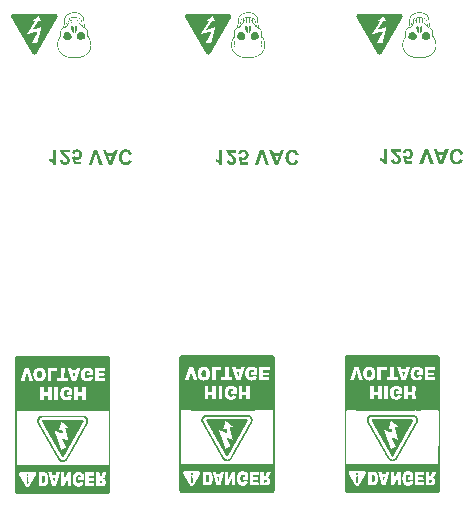
<source format=gbr>
%TF.GenerationSoftware,Altium Limited,Altium Designer,22.0.2 (36)*%
G04 Layer_Color=32896*
%FSLAX45Y45*%
%MOMM*%
%TF.SameCoordinates,D2D0E374-18DE-4B15-8EA8-0B9E4DC8859C*%
%TF.FilePolarity,Positive*%
%TF.FileFunction,Legend,Bot*%
%TF.Part,Single*%
G01*
G75*
G36*
X4804958Y7962611D02*
X4805659Y7962567D01*
X4805791Y7962611D01*
X4805922Y7962567D01*
X4807172Y7962589D01*
X4807523Y7962545D01*
X4808027Y7962391D01*
X4808554Y7962347D01*
X4808685Y7962391D01*
X4809387Y7962347D01*
X4809518Y7962304D01*
X4809957Y7962260D01*
X4811272Y7962216D01*
X4811404Y7962172D01*
X4813026Y7962128D01*
X4813245Y7962040D01*
X4813421Y7961997D01*
X4813727Y7961953D01*
X4813903Y7961909D01*
X4814517Y7961821D01*
X4815263Y7961777D01*
X4815394Y7961733D01*
X4816578Y7961690D01*
X4816797Y7961602D01*
X4817235Y7961470D01*
X4817411Y7961427D01*
X4818113Y7961383D01*
X4818244Y7961339D01*
X4818683Y7961295D01*
X4818990Y7961339D01*
X4819297Y7961295D01*
X4819560Y7961120D01*
X4819867Y7961032D01*
X4820524Y7960988D01*
X4820656Y7960944D01*
X4820963Y7960900D01*
X4821796Y7960857D01*
X4822278Y7960637D01*
X4822805Y7960506D01*
X4823243Y7960462D01*
X4823945Y7960418D01*
X4824208Y7960243D01*
X4824449Y7960177D01*
X4824712Y7960133D01*
X4824887Y7960089D01*
X4825589Y7960046D01*
X4825764Y7960001D01*
X4825984Y7959914D01*
X4826225Y7959804D01*
X4826663Y7959673D01*
X4826970Y7959628D01*
X4827540Y7959585D01*
X4827891Y7959366D01*
X4828132Y7959300D01*
X4828308Y7959256D01*
X4828790Y7959212D01*
X4829272Y7959125D01*
X4829821Y7958883D01*
X4830127Y7958796D01*
X4830654Y7958752D01*
X4830741Y7958664D01*
X4830829Y7958620D01*
X4831311Y7958401D01*
X4831772Y7958379D01*
X4831837Y7958401D01*
X4831969Y7958357D01*
X4832232Y7958313D01*
X4832408Y7958138D01*
X4832627Y7958050D01*
X4832977Y7957962D01*
X4833504Y7957919D01*
X4833811Y7957699D01*
X4834030Y7957612D01*
X4834205Y7957568D01*
X4834819Y7957480D01*
X4834907Y7957392D01*
X4834995Y7957349D01*
X4835082Y7957261D01*
X4835521Y7957129D01*
X4836069Y7957064D01*
X4836223Y7956954D01*
X4836310Y7956866D01*
X4836529Y7956778D01*
X4836880Y7956691D01*
X4837319Y7956647D01*
X4837626Y7956340D01*
X4837801Y7956296D01*
X4838239Y7956252D01*
X4838634Y7956033D01*
X4838853Y7955902D01*
X4839029Y7955858D01*
X4839511Y7955814D01*
X4839687Y7955638D01*
X4839774Y7955594D01*
X4840081Y7955463D01*
X4840388Y7955419D01*
X4840629Y7955353D01*
X4840893Y7955134D01*
X4840958Y7955068D01*
X4841134Y7955025D01*
X4841616Y7954981D01*
X4841769Y7954827D01*
X4841813Y7954740D01*
X4841923Y7954630D01*
X4842361Y7954586D01*
X4842668Y7954411D01*
X4842756Y7954323D01*
X4842976Y7954235D01*
X4843151Y7954191D01*
X4843633Y7954016D01*
X4843721Y7953928D01*
X4843808Y7953884D01*
X4844116Y7953753D01*
X4844466Y7953709D01*
X4844773Y7953402D01*
X4844949Y7953358D01*
X4845299Y7953315D01*
X4845497Y7953205D01*
X4845541Y7953117D01*
X4845694Y7952964D01*
X4846001Y7952920D01*
X4846242Y7952854D01*
X4846527Y7952569D01*
X4846703Y7952525D01*
X4847097Y7952437D01*
X4847185Y7952350D01*
X4847251Y7952328D01*
X4847295Y7952240D01*
X4847360Y7952175D01*
X4847579Y7952086D01*
X4847842Y7952043D01*
X4848084Y7951846D01*
X4848193Y7951736D01*
X4848544Y7951648D01*
X4848785Y7951583D01*
X4848873Y7951495D01*
X4848917Y7951407D01*
X4849027Y7951297D01*
X4849333Y7951210D01*
X4849553Y7951122D01*
X4849816Y7950859D01*
X4850123Y7950815D01*
X4850298Y7950771D01*
X4850386Y7950727D01*
X4850693Y7950420D01*
X4850978Y7950354D01*
X4851131Y7950289D01*
X4851285Y7950179D01*
X4851307Y7950113D01*
X4851394Y7950070D01*
X4851482Y7949982D01*
X4851899Y7949828D01*
X4852096Y7949631D01*
X4852513Y7949478D01*
X4852688Y7949302D01*
X4852732Y7949214D01*
X4852973Y7949105D01*
X4853214Y7949039D01*
X4853280Y7948973D01*
X4853368Y7948929D01*
X4853543Y7948754D01*
X4853960Y7948601D01*
X4854201Y7948360D01*
X4854376Y7948316D01*
X4854661Y7948206D01*
X4854749Y7948118D01*
X4854793Y7948031D01*
X4854946Y7947877D01*
X4855122Y7947833D01*
X4855341Y7947746D01*
X4855604Y7947482D01*
X4855889Y7947373D01*
X4856021Y7947241D01*
X4856064Y7947154D01*
X4856174Y7947044D01*
X4856349Y7947000D01*
X4856569Y7946912D01*
X4856832Y7946649D01*
X4857073Y7946584D01*
X4857248Y7946452D01*
X4857292Y7946364D01*
X4857446Y7946211D01*
X4857731Y7946101D01*
X4857994Y7945882D01*
X4858060Y7945816D01*
X4858279Y7945728D01*
X4858366Y7945684D01*
X4858520Y7945531D01*
X4858564Y7945444D01*
X4858630Y7945378D01*
X4858936Y7945202D01*
X4859156Y7944983D01*
X4859244Y7944939D01*
X4859550Y7944764D01*
X4859770Y7944544D01*
X4860055Y7944435D01*
X4860230Y7944259D01*
X4860252Y7944194D01*
X4860340Y7944150D01*
X4860428Y7944062D01*
X4860515Y7944018D01*
X4860712Y7943865D01*
X4860734Y7943799D01*
X4860822Y7943755D01*
X4860910Y7943668D01*
X4861129Y7943580D01*
X4861370Y7943383D01*
X4861480Y7943273D01*
X4861787Y7943097D01*
X4861853Y7943032D01*
X4861897Y7942944D01*
X4861962Y7942878D01*
X4862050Y7942834D01*
X4862247Y7942681D01*
X4862291Y7942593D01*
X4862488Y7942396D01*
X4862708Y7942265D01*
X4862971Y7942001D01*
X4863365Y7941782D01*
X4863673Y7941475D01*
X4863760Y7941431D01*
X4863826Y7941365D01*
X4863870Y7941278D01*
X4864199Y7941080D01*
X4864286Y7941036D01*
X4864462Y7940773D01*
X4864593Y7940642D01*
X4864681Y7940598D01*
X4864944Y7940335D01*
X4865031Y7940291D01*
X4865273Y7940050D01*
X4865317Y7939962D01*
X4865470Y7939853D01*
X4865865Y7939458D01*
X4865952Y7939414D01*
X4866194Y7939217D01*
X4866588Y7938822D01*
X4866632Y7938734D01*
X4866786Y7938625D01*
X4867114Y7938296D01*
X4867158Y7938208D01*
X4867246Y7938164D01*
X4867290Y7938077D01*
X4867443Y7937923D01*
X4867531Y7937879D01*
X4868167Y7937244D01*
X4868210Y7937156D01*
X4868364Y7937002D01*
X4868452Y7936959D01*
X4868649Y7936761D01*
X4868693Y7936673D01*
X4868803Y7936564D01*
X4868890Y7936520D01*
X4869526Y7935884D01*
X4869548Y7935819D01*
X4869636Y7935775D01*
X4869746Y7935665D01*
X4869789Y7935577D01*
X4869986Y7935292D01*
X4870074Y7935249D01*
X4870315Y7935007D01*
X4870359Y7934920D01*
X4870513Y7934810D01*
X4870710Y7934613D01*
X4870754Y7934525D01*
X4871061Y7934218D01*
X4871105Y7934130D01*
X4871258Y7933977D01*
X4871456Y7933867D01*
X4871500Y7933779D01*
X4871653Y7933538D01*
X4871741Y7933494D01*
X4871894Y7933341D01*
X4872026Y7933122D01*
X4872289Y7932859D01*
X4872508Y7932464D01*
X4872727Y7932245D01*
X4872859Y7932026D01*
X4873209Y7931675D01*
X4873254Y7931587D01*
X4873604Y7931236D01*
X4873736Y7931017D01*
X4873955Y7930797D01*
X4874130Y7930491D01*
X4874350Y7930271D01*
X4874569Y7929877D01*
X4874832Y7929701D01*
X4874920Y7929482D01*
X4875051Y7929263D01*
X4875226Y7929088D01*
X4875446Y7928693D01*
X4875665Y7928474D01*
X4875841Y7928167D01*
X4875994Y7928057D01*
X4876104Y7927947D01*
X4876279Y7927641D01*
X4876455Y7927465D01*
X4876630Y7927027D01*
X4876827Y7926829D01*
X4876915Y7926786D01*
X4877112Y7926369D01*
X4877331Y7926150D01*
X4877397Y7925908D01*
X4877551Y7925667D01*
X4877617Y7925602D01*
X4877704Y7925558D01*
X4877770Y7925492D01*
X4877858Y7925273D01*
X4877902Y7925097D01*
X4878099Y7924856D01*
X4878164Y7924790D01*
X4878384Y7924396D01*
X4878603Y7924176D01*
X4878778Y7923738D01*
X4878954Y7923563D01*
X4879085Y7923255D01*
X4879217Y7923036D01*
X4879436Y7922729D01*
X4879568Y7922379D01*
X4879678Y7922225D01*
X4879765Y7922181D01*
X4879875Y7922072D01*
X4879918Y7921765D01*
X4880006Y7921545D01*
X4880116Y7921436D01*
X4880204Y7921392D01*
X4880313Y7921282D01*
X4880379Y7921041D01*
X4880467Y7920822D01*
X4880708Y7920581D01*
X4880796Y7920230D01*
X4880861Y7919989D01*
X4881015Y7919747D01*
X4881146Y7919616D01*
X4881190Y7919441D01*
X4881234Y7918958D01*
X4881431Y7918717D01*
X4881541Y7918520D01*
X4881585Y7918344D01*
X4881672Y7917643D01*
X4881760Y7917555D01*
X4881804Y7917468D01*
X4881979Y7917204D01*
X4882023Y7916766D01*
X4882067Y7916371D01*
X4882155Y7916152D01*
X4882199Y7916064D01*
X4882418Y7915757D01*
X4882462Y7915319D01*
X4882506Y7914705D01*
X4882637Y7914398D01*
X4882681Y7914310D01*
X4882857Y7913916D01*
X4882900Y7913039D01*
X4882988Y7912819D01*
X4883076Y7912469D01*
X4883295Y7911986D01*
X4883339Y7911153D01*
X4883383Y7911022D01*
X4883426Y7910408D01*
X4883646Y7909926D01*
X4883690Y7909750D01*
X4883733Y7909268D01*
X4883690Y7909136D01*
X4883733Y7909005D01*
X4883821Y7907952D01*
X4883909Y7907733D01*
X4883953Y7907557D01*
X4883997Y7907250D01*
X4884128Y7906943D01*
X4884172Y7905628D01*
X4884216Y7905497D01*
X4884260Y7904751D01*
X4884304Y7904619D01*
X4884347Y7904181D01*
X4884413Y7903940D01*
X4884523Y7903567D01*
X4884567Y7903392D01*
X4884611Y7901594D01*
X4884654Y7901462D01*
X4884698Y7900454D01*
X4884742Y7900322D01*
X4884786Y7899621D01*
X4884961Y7899226D01*
X4885005Y7897165D01*
X4885049Y7897034D01*
X4885093Y7895324D01*
X4885180Y7895104D01*
X4885224Y7894929D01*
X4885180Y7894622D01*
X4885224Y7894095D01*
X4885268Y7893964D01*
X4885356Y7893613D01*
X4885400Y7893175D01*
X4885465Y7890654D01*
X4885531Y7889053D01*
X4885575Y7888921D01*
X4885619Y7888614D01*
X4885597Y7888066D01*
X4885641Y7887847D01*
X4885751Y7887562D01*
X4885794Y7887387D01*
X4885838Y7886948D01*
X4885794Y7886378D01*
X4885838Y7886203D01*
X4885794Y7886027D01*
X4885838Y7885852D01*
X4885882Y7884756D01*
X4885904Y7883988D01*
X4885882Y7883616D01*
X4885926Y7883484D01*
X4885970Y7883002D01*
X4886014Y7882870D01*
X4886058Y7882695D01*
X4886014Y7881949D01*
X4886189Y7881686D01*
X4886233Y7881379D01*
X4886277Y7879099D01*
X4886320Y7878968D01*
X4886364Y7877784D01*
X4886408Y7877652D01*
X4886452Y7877214D01*
X4886496Y7876732D01*
X4886540Y7876600D01*
X4886628Y7876293D01*
X4886671Y7876117D01*
X4886649Y7875043D01*
X4886693Y7874605D01*
X4886737Y7874210D01*
X4886781Y7873157D01*
X4886825Y7872982D01*
X4886891Y7872741D01*
X4886934Y7872171D01*
X4887066Y7871864D01*
X4887088Y7871140D01*
X4887066Y7870680D01*
X4887110Y7870548D01*
X4887154Y7869584D01*
X4887198Y7869145D01*
X4887241Y7869014D01*
X4887285Y7868838D01*
X4887329Y7868312D01*
X4887461Y7868005D01*
X4887505Y7867567D01*
X4887549Y7866251D01*
X4887592Y7866120D01*
X4887636Y7865418D01*
X4887724Y7865199D01*
X4887767Y7864760D01*
X4887899Y7864453D01*
X4887943Y7864278D01*
X4887921Y7863554D01*
X4887987Y7862962D01*
X4888052Y7862239D01*
X4888096Y7861976D01*
X4888184Y7861756D01*
X4888294Y7861516D01*
X4888338Y7861340D01*
X4888381Y7860112D01*
X4888425Y7859980D01*
X4888469Y7859279D01*
X4888513Y7859148D01*
X4888557Y7858797D01*
X4888732Y7858533D01*
X4888776Y7858095D01*
X4888820Y7857043D01*
X4888864Y7856911D01*
X4888908Y7856473D01*
X4889083Y7856078D01*
X4889127Y7855903D01*
X4889171Y7855596D01*
X4889215Y7854806D01*
X4889259Y7854675D01*
X4889302Y7854061D01*
X4889390Y7853842D01*
X4889522Y7853403D01*
X4889609Y7853053D01*
X4889653Y7852176D01*
X4889697Y7852044D01*
X4889741Y7851430D01*
X4890004Y7850991D01*
X4890048Y7850685D01*
X4890004Y7850115D01*
X4890048Y7849939D01*
X4890201Y7849259D01*
X4890399Y7848799D01*
X4890442Y7848624D01*
X4890486Y7847659D01*
X4890530Y7847527D01*
X4890596Y7847154D01*
X4890684Y7846936D01*
X4890793Y7846694D01*
X4890837Y7846519D01*
X4890881Y7846212D01*
X4890925Y7845510D01*
X4890968Y7845379D01*
X4891034Y7845094D01*
X4891122Y7844875D01*
X4891232Y7844677D01*
X4891275Y7844370D01*
X4891319Y7843493D01*
X4891363Y7843362D01*
X4891407Y7843186D01*
X4891517Y7842901D01*
X4891714Y7842441D01*
X4891758Y7841696D01*
X4891802Y7841564D01*
X4891868Y7841235D01*
X4891955Y7841016D01*
X4892021Y7840950D01*
X4892109Y7840599D01*
X4892153Y7840292D01*
X4892196Y7839678D01*
X4892284Y7839459D01*
X4892350Y7839174D01*
X4892547Y7838714D01*
X4892591Y7838012D01*
X4892679Y7837793D01*
X4892722Y7837618D01*
X4892942Y7837135D01*
X4892986Y7836697D01*
X4893030Y7836214D01*
X4893073Y7836083D01*
X4893183Y7835798D01*
X4893249Y7835732D01*
X4893293Y7835644D01*
X4893380Y7835425D01*
X4893424Y7834636D01*
X4893512Y7834417D01*
X4893622Y7834131D01*
X4893819Y7833671D01*
X4893863Y7832970D01*
X4893994Y7832663D01*
X4894213Y7832092D01*
X4894257Y7831785D01*
X4894301Y7831303D01*
X4894652Y7830558D01*
X4894696Y7829812D01*
X4895003Y7829330D01*
X4895112Y7829045D01*
X4895288Y7828870D01*
X4895726Y7828738D01*
X4895967Y7828672D01*
X4896033Y7828606D01*
X4896121Y7828562D01*
X4896428Y7828343D01*
X4896669Y7828277D01*
X4896888Y7828190D01*
X4897086Y7827993D01*
X4897305Y7827905D01*
X4897568Y7827861D01*
X4897919Y7827510D01*
X4898313Y7827422D01*
X4898467Y7827313D01*
X4898511Y7827225D01*
X4898620Y7827115D01*
X4898839Y7827028D01*
X4899059Y7826984D01*
X4899366Y7826677D01*
X4899651Y7826568D01*
X4899717Y7826501D01*
X4899782Y7826480D01*
X4899826Y7826392D01*
X4899980Y7826239D01*
X4900375Y7826151D01*
X4900528Y7825997D01*
X4900572Y7825910D01*
X4900638Y7825844D01*
X4900857Y7825756D01*
X4900966Y7825690D01*
X4901010Y7825603D01*
X4901251Y7825362D01*
X4901339Y7825318D01*
X4901580Y7825120D01*
X4901602Y7825054D01*
X4901690Y7825011D01*
X4902085Y7824792D01*
X4902194Y7824638D01*
X4902589Y7824419D01*
X4902633Y7824331D01*
X4902830Y7824090D01*
X4902918Y7824046D01*
X4903159Y7823849D01*
X4903356Y7823651D01*
X4903444Y7823607D01*
X4903554Y7823454D01*
X4903751Y7823257D01*
X4903839Y7823213D01*
X4903904Y7823147D01*
X4903948Y7823060D01*
X4904189Y7822818D01*
X4904277Y7822775D01*
X4904430Y7822621D01*
X4904474Y7822533D01*
X4904628Y7822424D01*
X4905132Y7821919D01*
X4905176Y7821831D01*
X4905417Y7821591D01*
X4905505Y7821546D01*
X4905570Y7821481D01*
X4905615Y7821393D01*
X4905812Y7821152D01*
X4905899Y7821108D01*
X4905965Y7821042D01*
X4906009Y7820955D01*
X4906206Y7820713D01*
X4906294Y7820670D01*
X4906448Y7820516D01*
X4906601Y7820231D01*
X4906689Y7820187D01*
X4906754Y7820121D01*
X4906798Y7820034D01*
X4906974Y7819727D01*
X4907237Y7819464D01*
X4907412Y7819157D01*
X4907675Y7818894D01*
X4907873Y7818521D01*
X4907960Y7818477D01*
X4908026Y7818412D01*
X4908114Y7818192D01*
X4908289Y7817885D01*
X4908443Y7817776D01*
X4908509Y7817710D01*
X4908684Y7817403D01*
X4908859Y7817227D01*
X4908947Y7817008D01*
X4908991Y7816833D01*
X4909035Y7816745D01*
X4909341Y7816438D01*
X4909429Y7816219D01*
X4909605Y7815912D01*
X4909736Y7815780D01*
X4909890Y7815364D01*
X4910131Y7815123D01*
X4910218Y7814816D01*
X4910394Y7814509D01*
X4910613Y7814289D01*
X4910657Y7813983D01*
X4910767Y7813697D01*
X4910898Y7813566D01*
X4910964Y7813544D01*
X4911052Y7813325D01*
X4911096Y7812974D01*
X4911446Y7812623D01*
X4911490Y7812316D01*
X4911556Y7812075D01*
X4911885Y7811746D01*
X4911951Y7811330D01*
X4912104Y7811089D01*
X4912236Y7810957D01*
X4912323Y7810606D01*
X4912367Y7810299D01*
X4912718Y7809729D01*
X4912806Y7809115D01*
X4913003Y7808874D01*
X4913069Y7808808D01*
X4913157Y7808502D01*
X4913266Y7807997D01*
X4913375Y7807844D01*
X4913551Y7807668D01*
X4913595Y7807493D01*
X4913639Y7806879D01*
X4913902Y7806397D01*
X4913990Y7806177D01*
X4914099Y7805541D01*
X4914231Y7805279D01*
X4914384Y7804994D01*
X4914428Y7804818D01*
X4914472Y7804336D01*
X4914560Y7804116D01*
X4914669Y7803831D01*
X4914735Y7803765D01*
X4914823Y7803459D01*
X4914867Y7803020D01*
X4914911Y7802625D01*
X4914998Y7802406D01*
X4915042Y7802231D01*
X4915261Y7801749D01*
X4915327Y7800981D01*
X4915393Y7800740D01*
X4915502Y7800455D01*
X4915700Y7799995D01*
X4915744Y7798898D01*
X4915787Y7798767D01*
X4915831Y7798591D01*
X4915875Y7798328D01*
X4916094Y7797846D01*
X4916138Y7797144D01*
X4916182Y7796574D01*
X4916358Y7796180D01*
X4916314Y7795697D01*
X4916401Y7795610D01*
X4916445Y7795522D01*
X4916577Y7795215D01*
X4916533Y7794513D01*
X4916620Y7793900D01*
X4916665Y7793373D01*
X4916708Y7793242D01*
X4916774Y7792781D01*
X4916927Y7792496D01*
X4916971Y7792321D01*
X4917015Y7790479D01*
X4917059Y7790348D01*
X4917103Y7789339D01*
X4917147Y7789208D01*
X4917191Y7789032D01*
X4917147Y7788594D01*
X4917366Y7788111D01*
X4917410Y7787673D01*
X4917366Y7787366D01*
X4917410Y7786138D01*
X4917454Y7786007D01*
X4917432Y7785327D01*
X4917476Y7783178D01*
X4917563Y7782696D01*
X4917629Y7782455D01*
X4917585Y7781227D01*
X4917629Y7781095D01*
X4917585Y7780394D01*
X4917629Y7780087D01*
X4917585Y7778947D01*
X4917717Y7778640D01*
X4917804Y7778333D01*
X4917761Y7777544D01*
X4917585Y7777149D01*
X4917607Y7771646D01*
X4917563Y7771207D01*
X4917454Y7770221D01*
X4917476Y7768489D01*
X4917432Y7767392D01*
X4917410Y7767107D01*
X4917454Y7766976D01*
X4917388Y7766208D01*
X4917366Y7765310D01*
X4917410Y7765178D01*
X4917366Y7763906D01*
X4917498Y7763687D01*
X4917761Y7763424D01*
X4917936Y7763117D01*
X4918090Y7763008D01*
X4918199Y7762898D01*
X4918265Y7762657D01*
X4918331Y7762503D01*
X4918550Y7762284D01*
X4918594Y7762196D01*
X4918813Y7761889D01*
X4919032Y7761670D01*
X4919098Y7761429D01*
X4919186Y7761253D01*
X4919274Y7761210D01*
X4919383Y7761100D01*
X4919646Y7760618D01*
X4919866Y7760398D01*
X4919975Y7760114D01*
X4920085Y7759960D01*
X4920216Y7759829D01*
X4920260Y7759741D01*
X4920435Y7759434D01*
X4920589Y7759280D01*
X4920677Y7759236D01*
X4920786Y7758995D01*
X4920918Y7758776D01*
X4921093Y7758601D01*
X4921246Y7758184D01*
X4921422Y7758009D01*
X4921510Y7757965D01*
X4921620Y7757724D01*
X4921707Y7757504D01*
X4921926Y7757285D01*
X4922036Y7757000D01*
X4922167Y7756781D01*
X4922255Y7756737D01*
X4922365Y7756627D01*
X4922453Y7756408D01*
X4922496Y7756189D01*
X4922803Y7755882D01*
X4923022Y7755487D01*
X4923198Y7755312D01*
X4923286Y7755005D01*
X4923461Y7754698D01*
X4923636Y7754523D01*
X4923746Y7754237D01*
X4923856Y7754084D01*
X4924031Y7753909D01*
X4924119Y7753690D01*
X4924294Y7753383D01*
X4924426Y7753251D01*
X4924514Y7753032D01*
X4924623Y7752747D01*
X4924952Y7752418D01*
X4925018Y7752177D01*
X4925083Y7752023D01*
X4925303Y7751804D01*
X4925456Y7751387D01*
X4925698Y7751146D01*
X4925785Y7750927D01*
X4925829Y7750664D01*
X4926180Y7750313D01*
X4926224Y7750138D01*
X4926268Y7749831D01*
X4926465Y7749633D01*
X4926553Y7749590D01*
X4926662Y7749348D01*
X4926728Y7749107D01*
X4926837Y7748954D01*
X4926969Y7748822D01*
X4927145Y7748384D01*
X4927188Y7748296D01*
X4927408Y7747989D01*
X4927495Y7747770D01*
X4927627Y7747551D01*
X4927802Y7747375D01*
X4927890Y7747156D01*
X4927934Y7746849D01*
X4928131Y7746608D01*
X4928241Y7746498D01*
X4928328Y7746191D01*
X4928416Y7745972D01*
X4928679Y7745709D01*
X4928723Y7745533D01*
X4928767Y7745227D01*
X4928877Y7745073D01*
X4928964Y7745029D01*
X4929118Y7744876D01*
X4929162Y7744701D01*
X4929206Y7744350D01*
X4929271Y7744240D01*
X4929359Y7744196D01*
X4929556Y7743999D01*
X4929600Y7743692D01*
X4929666Y7743451D01*
X4929797Y7743319D01*
X4929885Y7743275D01*
X4929951Y7743209D01*
X4929995Y7743034D01*
X4930060Y7742661D01*
X4930389Y7742332D01*
X4930433Y7742025D01*
X4930499Y7741784D01*
X4930784Y7741499D01*
X4930828Y7741324D01*
X4930916Y7740929D01*
X4931025Y7740820D01*
X4931113Y7740776D01*
X4931222Y7740666D01*
X4931266Y7740491D01*
X4931310Y7740140D01*
X4931507Y7739899D01*
X4931573Y7739833D01*
X4931661Y7739526D01*
X4931705Y7739351D01*
X4931880Y7739044D01*
X4932056Y7738868D01*
X4932165Y7738408D01*
X4932319Y7738167D01*
X4932406Y7738079D01*
X4932494Y7737860D01*
X4932560Y7737575D01*
X4932692Y7737224D01*
X4932845Y7737070D01*
X4932889Y7736983D01*
X4932976Y7736764D01*
X4933020Y7736369D01*
X4933283Y7736106D01*
X4933371Y7735799D01*
X4933415Y7735492D01*
X4933612Y7735251D01*
X4933678Y7735185D01*
X4933766Y7734966D01*
X4933832Y7734637D01*
X4933919Y7734418D01*
X4933985Y7734352D01*
X4934029Y7734264D01*
X4934117Y7734177D01*
X4934204Y7733957D01*
X4934248Y7733650D01*
X4934292Y7733387D01*
X4934599Y7733080D01*
X4934643Y7732905D01*
X4934687Y7732466D01*
X4935037Y7731940D01*
X4935081Y7731633D01*
X4935125Y7731370D01*
X4935322Y7731129D01*
X4935388Y7731063D01*
X4935476Y7730712D01*
X4935520Y7730361D01*
X4935827Y7729879D01*
X4935914Y7729528D01*
X4935958Y7729178D01*
X4936155Y7728936D01*
X4936265Y7728695D01*
X4936353Y7728345D01*
X4936419Y7728016D01*
X4936528Y7727862D01*
X4936704Y7727687D01*
X4936748Y7727511D01*
X4936791Y7726897D01*
X4937076Y7726481D01*
X4937142Y7726415D01*
X4937186Y7726108D01*
X4937230Y7725714D01*
X4937449Y7725406D01*
X4937580Y7725099D01*
X4937624Y7724530D01*
X4937909Y7724113D01*
X4938019Y7723828D01*
X4938063Y7723214D01*
X4938282Y7722907D01*
X4938326Y7722819D01*
X4938414Y7722600D01*
X4938458Y7722293D01*
X4938501Y7721898D01*
X4938677Y7721592D01*
X4938765Y7721504D01*
X4938852Y7721285D01*
X4938896Y7720583D01*
X4939181Y7720167D01*
X4939247Y7720101D01*
X4939291Y7719794D01*
X4939335Y7719224D01*
X4939642Y7718566D01*
X4939685Y7718391D01*
X4939729Y7717733D01*
X4940014Y7717317D01*
X4940124Y7717075D01*
X4940168Y7716286D01*
X4940256Y7716067D01*
X4940519Y7715496D01*
X4940563Y7714751D01*
X4940650Y7714532D01*
X4940869Y7714049D01*
X4940957Y7713743D01*
X4941001Y7713041D01*
X4941176Y7712646D01*
X4941264Y7712427D01*
X4941352Y7712076D01*
X4941417Y7711353D01*
X4941505Y7711002D01*
X4941746Y7710542D01*
X4941790Y7710366D01*
X4941834Y7709577D01*
X4941878Y7709445D01*
X4941944Y7709204D01*
X4942185Y7708656D01*
X4942229Y7708086D01*
X4942185Y7707911D01*
X4942229Y7707735D01*
X4942295Y7707406D01*
X4942338Y7707231D01*
X4942382Y7707012D01*
X4942470Y7706792D01*
X4942535Y7706727D01*
X4942624Y7706507D01*
X4942667Y7705455D01*
X4942711Y7705323D01*
X4942755Y7705017D01*
X4942864Y7704556D01*
X4942974Y7704271D01*
X4943062Y7703920D01*
X4943106Y7702868D01*
X4943150Y7702736D01*
X4943215Y7702408D01*
X4943347Y7702057D01*
X4943456Y7701684D01*
X4943500Y7700851D01*
X4943544Y7700237D01*
X4943588Y7700105D01*
X4943632Y7699491D01*
X4943720Y7699272D01*
X4943785Y7698987D01*
X4943895Y7698615D01*
X4943939Y7697211D01*
X4943982Y7697080D01*
X4944026Y7696159D01*
X4944114Y7695939D01*
X4944158Y7695413D01*
X4944290Y7695107D01*
X4944333Y7694931D01*
X4944311Y7693944D01*
X4944355Y7693594D01*
X4944399Y7692717D01*
X4944443Y7691752D01*
X4944487Y7691533D01*
X4944531Y7691357D01*
X4944553Y7690809D01*
X4944509Y7690678D01*
X4944575Y7690261D01*
X4944684Y7689976D01*
X4944728Y7689801D01*
X4944772Y7689362D01*
X4944728Y7688924D01*
X4944772Y7687959D01*
X4944728Y7687828D01*
X4944794Y7687148D01*
X4944816Y7686600D01*
X4944772Y7686468D01*
X4944816Y7685109D01*
X4944794Y7684912D01*
X4944816Y7682478D01*
X4944772Y7682346D01*
X4944816Y7681294D01*
X4944772Y7681162D01*
X4944816Y7680855D01*
X4944794Y7679606D01*
X4944816Y7679145D01*
X4944772Y7679014D01*
X4944728Y7678049D01*
X4944750Y7677852D01*
X4944728Y7677041D01*
X4944772Y7676909D01*
X4944706Y7676186D01*
X4944575Y7675922D01*
X4944509Y7675681D01*
X4944553Y7674848D01*
X4944465Y7674629D01*
X4944421Y7674322D01*
X4944377Y7672655D01*
X4944333Y7672524D01*
X4944311Y7672020D01*
X4944333Y7671428D01*
X4944290Y7671296D01*
X4944114Y7670726D01*
X4944071Y7670200D01*
X4944026Y7670068D01*
X4943982Y7669893D01*
X4943939Y7669104D01*
X4943895Y7668972D01*
X4943851Y7667788D01*
X4943764Y7667569D01*
X4943632Y7667131D01*
X4943588Y7666824D01*
X4943544Y7666297D01*
X4943500Y7666166D01*
X4943479Y7665793D01*
X4943500Y7665201D01*
X4943193Y7664543D01*
X4943150Y7663842D01*
X4943106Y7663710D01*
X4943062Y7663535D01*
X4943018Y7662614D01*
X4942799Y7662131D01*
X4942711Y7661781D01*
X4942667Y7661474D01*
X4942624Y7660904D01*
X4942579Y7660641D01*
X4942404Y7660246D01*
X4942360Y7660071D01*
X4942317Y7659764D01*
X4942273Y7659588D01*
X4942229Y7659281D01*
X4942163Y7658690D01*
X4942053Y7658405D01*
X4941922Y7658097D01*
X4941834Y7657790D01*
X4941790Y7657484D01*
X4941746Y7657001D01*
X4941527Y7656519D01*
X4941483Y7656344D01*
X4941396Y7656037D01*
X4941352Y7655423D01*
X4941132Y7655072D01*
X4941089Y7654984D01*
X4940957Y7654677D01*
X4940913Y7653976D01*
X4940694Y7653493D01*
X4940606Y7653274D01*
X4940563Y7653099D01*
X4940519Y7652485D01*
X4940321Y7652244D01*
X4940168Y7651871D01*
X4940124Y7651564D01*
X4940080Y7651126D01*
X4939773Y7650643D01*
X4939729Y7650468D01*
X4939685Y7650161D01*
X4939642Y7649810D01*
X4939356Y7649393D01*
X4939291Y7649152D01*
X4939247Y7648582D01*
X4939027Y7648275D01*
X4938852Y7647881D01*
X4938809Y7647442D01*
X4938721Y7647355D01*
X4938677Y7647267D01*
X4938589Y7647179D01*
X4938458Y7646740D01*
X4938414Y7646565D01*
X4938348Y7646324D01*
X4938129Y7645973D01*
X4938019Y7645688D01*
X4937975Y7645206D01*
X4937756Y7644899D01*
X4937580Y7644504D01*
X4937537Y7644110D01*
X4937427Y7643956D01*
X4937340Y7643912D01*
X4937274Y7643846D01*
X4937186Y7643539D01*
X4937142Y7643189D01*
X4937054Y7643101D01*
X4937011Y7643013D01*
X4936879Y7642882D01*
X4936748Y7642443D01*
X4936682Y7642158D01*
X4936397Y7641785D01*
X4936353Y7641610D01*
X4936287Y7641194D01*
X4936068Y7640930D01*
X4935958Y7640821D01*
X4935914Y7640382D01*
X4935783Y7640163D01*
X4935673Y7640053D01*
X4935608Y7640031D01*
X4935520Y7639812D01*
X4935454Y7639440D01*
X4935388Y7639374D01*
X4935366Y7639308D01*
X4935279Y7639264D01*
X4935169Y7639155D01*
X4935081Y7638935D01*
X4935037Y7638540D01*
X4934730Y7638102D01*
X4934555Y7637620D01*
X4934336Y7637313D01*
X4934248Y7637094D01*
X4934138Y7636808D01*
X4933963Y7636546D01*
X4933853Y7636304D01*
X4933744Y7636019D01*
X4933525Y7635756D01*
X4933459Y7635690D01*
X4933349Y7635230D01*
X4933283Y7635164D01*
X4933240Y7635076D01*
X4933086Y7634967D01*
X4933020Y7634901D01*
X4932954Y7634616D01*
X4932867Y7634397D01*
X4932582Y7634112D01*
X4932516Y7633827D01*
X4932472Y7633651D01*
X4932363Y7633498D01*
X4932143Y7633279D01*
X4932099Y7632972D01*
X4932012Y7632753D01*
X4931946Y7632687D01*
X4931858Y7632643D01*
X4931793Y7632577D01*
X4931529Y7632095D01*
X4931354Y7631919D01*
X4931310Y7631744D01*
X4931266Y7631613D01*
X4931135Y7631393D01*
X4930916Y7631174D01*
X4930828Y7630867D01*
X4930696Y7630648D01*
X4930521Y7630472D01*
X4930433Y7630253D01*
X4930302Y7630034D01*
X4930082Y7629815D01*
X4929995Y7629508D01*
X4929863Y7629288D01*
X4929644Y7629069D01*
X4929556Y7628762D01*
X4929512Y7628674D01*
X4929446Y7628565D01*
X4929359Y7628521D01*
X4929293Y7628455D01*
X4929249Y7628368D01*
X4929030Y7627973D01*
X4928877Y7627863D01*
X4928811Y7627798D01*
X4928723Y7627578D01*
X4928591Y7627359D01*
X4928416Y7627184D01*
X4928285Y7626833D01*
X4927934Y7626482D01*
X4927890Y7626307D01*
X4927758Y7626087D01*
X4927583Y7625912D01*
X4927495Y7625693D01*
X4927364Y7625473D01*
X4927298Y7625408D01*
X4927210Y7625364D01*
X4927101Y7625254D01*
X4927057Y7625167D01*
X4926881Y7624860D01*
X4926750Y7624728D01*
X4926487Y7624246D01*
X4926311Y7624114D01*
X4926268Y7624026D01*
X4926048Y7623720D01*
X4925895Y7623610D01*
X4925785Y7623369D01*
X4925654Y7623150D01*
X4925434Y7622930D01*
X4925237Y7622558D01*
X4925149Y7622514D01*
X4924996Y7622360D01*
X4924820Y7622053D01*
X4924601Y7621834D01*
X4924382Y7621439D01*
X4924163Y7621220D01*
X4923987Y7620913D01*
X4923724Y7620650D01*
X4923680Y7620562D01*
X4923286Y7620168D01*
X4923242Y7620080D01*
X4923154Y7619992D01*
X4923132Y7619927D01*
X4923045Y7619883D01*
X4922935Y7619773D01*
X4922672Y7619291D01*
X4922496Y7619115D01*
X4922453Y7618940D01*
X4922299Y7618787D01*
X4922211Y7618743D01*
X4922058Y7618589D01*
X4921926Y7618370D01*
X4921817Y7618260D01*
X4921729Y7618216D01*
X4921620Y7618107D01*
X4921575Y7618019D01*
X4921181Y7617624D01*
X4921137Y7617537D01*
X4920786Y7617186D01*
X4920743Y7617098D01*
X4920523Y7616791D01*
X4920304Y7616572D01*
X4920260Y7616484D01*
X4920150Y7616331D01*
X4920063Y7616287D01*
X4919909Y7616133D01*
X4919866Y7616046D01*
X4919559Y7615739D01*
X4919405Y7615454D01*
X4919317Y7615410D01*
X4919076Y7615213D01*
X4919032Y7615125D01*
X4918879Y7614928D01*
X4918791Y7614884D01*
X4918572Y7614621D01*
X4917563Y7613612D01*
X4917476Y7613568D01*
X4917256Y7613305D01*
X4917169Y7613217D01*
X4917081Y7613174D01*
X4916971Y7613020D01*
X4916730Y7612779D01*
X4916665Y7612757D01*
X4916620Y7612670D01*
X4916533Y7612582D01*
X4916489Y7612494D01*
X4916423Y7612428D01*
X4916336Y7612385D01*
X4916138Y7612187D01*
X4916094Y7612099D01*
X4916007Y7612012D01*
X4915963Y7611924D01*
X4915809Y7611814D01*
X4915744Y7611749D01*
X4915700Y7611661D01*
X4915371Y7611332D01*
X4915283Y7611288D01*
X4914911Y7611003D01*
X4914867Y7610916D01*
X4914669Y7610718D01*
X4914582Y7610674D01*
X4914428Y7610521D01*
X4914384Y7610433D01*
X4914275Y7610324D01*
X4914187Y7610280D01*
X4914121Y7610214D01*
X4914077Y7610126D01*
X4913748Y7609797D01*
X4913683Y7609775D01*
X4913639Y7609688D01*
X4913442Y7609490D01*
X4913354Y7609446D01*
X4913003Y7609096D01*
X4912915Y7609052D01*
X4912762Y7608898D01*
X4912718Y7608811D01*
X4912652Y7608701D01*
X4912564Y7608657D01*
X4912323Y7608460D01*
X4912279Y7608372D01*
X4912170Y7608262D01*
X4911863Y7608087D01*
X4911600Y7607824D01*
X4911512Y7607780D01*
X4911403Y7607627D01*
X4911249Y7607473D01*
X4910854Y7607254D01*
X4910547Y7606947D01*
X4910460Y7606903D01*
X4910350Y7606837D01*
X4910306Y7606750D01*
X4910109Y7606552D01*
X4910021Y7606509D01*
X4909824Y7606311D01*
X4909780Y7606224D01*
X4909714Y7606158D01*
X4909495Y7606026D01*
X4909341Y7605873D01*
X4909298Y7605785D01*
X4909232Y7605719D01*
X4908859Y7605522D01*
X4908815Y7605434D01*
X4908618Y7605281D01*
X4908530Y7605237D01*
X4908311Y7605018D01*
X4908223Y7604974D01*
X4908136Y7604886D01*
X4907917Y7604754D01*
X4907653Y7604492D01*
X4907566Y7604448D01*
X4907324Y7604250D01*
X4907127Y7604053D01*
X4906820Y7603878D01*
X4906601Y7603658D01*
X4906294Y7603483D01*
X4906075Y7603264D01*
X4905768Y7603088D01*
X4905615Y7602935D01*
X4905570Y7602847D01*
X4905307Y7602672D01*
X4905022Y7602387D01*
X4904737Y7602277D01*
X4904584Y7602167D01*
X4904409Y7601992D01*
X4904101Y7601817D01*
X4903794Y7601510D01*
X4903575Y7601422D01*
X4903268Y7601115D01*
X4903027Y7601049D01*
X4902874Y7600940D01*
X4902654Y7600720D01*
X4902348Y7600545D01*
X4902085Y7600282D01*
X4901778Y7600106D01*
X4901712Y7600041D01*
X4901668Y7599953D01*
X4901383Y7599843D01*
X4901207Y7599799D01*
X4901098Y7599690D01*
X4901054Y7599602D01*
X4900857Y7599405D01*
X4900681Y7599361D01*
X4900440Y7599164D01*
X4900331Y7599054D01*
X4900089Y7598988D01*
X4899848Y7598835D01*
X4899782Y7598769D01*
X4899738Y7598681D01*
X4899629Y7598572D01*
X4899278Y7598440D01*
X4899103Y7598265D01*
X4899015Y7598221D01*
X4898533Y7597958D01*
X4898357Y7597783D01*
X4898006Y7597651D01*
X4897809Y7597498D01*
X4897787Y7597432D01*
X4897699Y7597388D01*
X4897305Y7597169D01*
X4897042Y7596906D01*
X4896757Y7596840D01*
X4896515Y7596686D01*
X4896340Y7596511D01*
X4895946Y7596291D01*
X4895726Y7596072D01*
X4895354Y7596007D01*
X4895200Y7595897D01*
X4894981Y7595678D01*
X4894564Y7595524D01*
X4894323Y7595283D01*
X4894104Y7595195D01*
X4893775Y7594998D01*
X4893731Y7594911D01*
X4893490Y7594801D01*
X4893249Y7594735D01*
X4893030Y7594604D01*
X4892986Y7594516D01*
X4892876Y7594406D01*
X4892569Y7594318D01*
X4892394Y7594275D01*
X4892284Y7594165D01*
X4892240Y7594077D01*
X4892131Y7593968D01*
X4891604Y7593836D01*
X4891341Y7593573D01*
X4890925Y7593419D01*
X4890684Y7593266D01*
X4890026Y7592915D01*
X4889938Y7592784D01*
X4889719Y7592696D01*
X4889412Y7592652D01*
X4889171Y7592455D01*
X4889061Y7592345D01*
X4888842Y7592257D01*
X4888601Y7592192D01*
X4888447Y7592082D01*
X4888228Y7591863D01*
X4887921Y7591819D01*
X4887746Y7591775D01*
X4887505Y7591578D01*
X4887395Y7591468D01*
X4887220Y7591424D01*
X4886891Y7591359D01*
X4886562Y7591030D01*
X4886386Y7590986D01*
X4886036Y7590942D01*
X4885685Y7590591D01*
X4885180Y7590525D01*
X4884917Y7590306D01*
X4884852Y7590240D01*
X4884633Y7590153D01*
X4884304Y7590087D01*
X4884238Y7590021D01*
X4884150Y7589977D01*
X4883975Y7589802D01*
X4883448Y7589670D01*
X4883141Y7589364D01*
X4882835Y7589320D01*
X4882659Y7589276D01*
X4882440Y7589188D01*
X4882001Y7588881D01*
X4881497Y7588815D01*
X4881431Y7588749D01*
X4881365Y7588728D01*
X4881322Y7588640D01*
X4881168Y7588486D01*
X4880993Y7588443D01*
X4880554Y7588399D01*
X4880357Y7588245D01*
X4880313Y7588158D01*
X4880028Y7588048D01*
X4879678Y7588004D01*
X4879436Y7587807D01*
X4879370Y7587741D01*
X4879151Y7587653D01*
X4878691Y7587544D01*
X4878340Y7587324D01*
X4878231Y7587215D01*
X4877923Y7587171D01*
X4877573Y7587127D01*
X4877331Y7586930D01*
X4877046Y7586820D01*
X4876871Y7586776D01*
X4876630Y7586711D01*
X4876410Y7586623D01*
X4876301Y7586513D01*
X4876213Y7586469D01*
X4876126Y7586382D01*
X4875950Y7586338D01*
X4875468Y7586294D01*
X4875226Y7586097D01*
X4875161Y7586031D01*
X4874854Y7585943D01*
X4874481Y7585877D01*
X4874262Y7585790D01*
X4874021Y7585548D01*
X4873845Y7585505D01*
X4873319Y7585461D01*
X4872881Y7585154D01*
X4872530Y7585066D01*
X4872135Y7585022D01*
X4871960Y7584847D01*
X4871872Y7584803D01*
X4871653Y7584715D01*
X4871478Y7584672D01*
X4870951Y7584628D01*
X4870710Y7584430D01*
X4870600Y7584321D01*
X4870425Y7584277D01*
X4870118Y7584233D01*
X4869789Y7584167D01*
X4869570Y7584080D01*
X4869504Y7584014D01*
X4869417Y7583970D01*
X4869110Y7583838D01*
X4868671Y7583794D01*
X4868277Y7583575D01*
X4868145Y7583444D01*
X4867970Y7583400D01*
X4867356Y7583356D01*
X4867049Y7583181D01*
X4866961Y7583093D01*
X4866873Y7583049D01*
X4866742Y7583005D01*
X4866566Y7582961D01*
X4866040Y7582918D01*
X4865645Y7582698D01*
X4865426Y7582611D01*
X4865251Y7582567D01*
X4864769Y7582523D01*
X4864549Y7582435D01*
X4863979Y7582172D01*
X4863804Y7582128D01*
X4863278Y7582085D01*
X4862927Y7581865D01*
X4862839Y7581821D01*
X4862620Y7581734D01*
X4862181Y7581690D01*
X4861875Y7581646D01*
X4861217Y7581339D01*
X4860910Y7581295D01*
X4860493Y7581229D01*
X4860318Y7581185D01*
X4859770Y7580900D01*
X4859463Y7580857D01*
X4859331Y7580900D01*
X4858980Y7580857D01*
X4858674Y7580725D01*
X4858191Y7580506D01*
X4857884Y7580462D01*
X4857292Y7580396D01*
X4857007Y7580287D01*
X4856766Y7580089D01*
X4856569Y7580023D01*
X4855779Y7579980D01*
X4855648Y7579936D01*
X4855363Y7579826D01*
X4855078Y7579673D01*
X4854902Y7579629D01*
X4853981Y7579585D01*
X4853762Y7579497D01*
X4853105Y7579190D01*
X4852184Y7579146D01*
X4851965Y7579059D01*
X4851394Y7578796D01*
X4850605Y7578752D01*
X4850474Y7578708D01*
X4850298Y7578664D01*
X4849838Y7578555D01*
X4849772Y7578489D01*
X4849465Y7578357D01*
X4848413Y7578313D01*
X4848281Y7578270D01*
X4848106Y7578226D01*
X4847799Y7578182D01*
X4847492Y7577962D01*
X4847316Y7577919D01*
X4846264Y7577875D01*
X4846045Y7577787D01*
X4845628Y7577634D01*
X4845387Y7577524D01*
X4845102Y7577502D01*
X4844773Y7577524D01*
X4844642Y7577480D01*
X4844334Y7577436D01*
X4843830Y7577370D01*
X4843655Y7577327D01*
X4843107Y7577086D01*
X4842011Y7577041D01*
X4841879Y7576998D01*
X4841134Y7576910D01*
X4840651Y7576691D01*
X4840344Y7576647D01*
X4839379Y7576603D01*
X4839248Y7576559D01*
X4838568Y7576406D01*
X4838349Y7576318D01*
X4838152Y7576252D01*
X4837012Y7576209D01*
X4836880Y7576165D01*
X4836179Y7576121D01*
X4835959Y7576033D01*
X4835521Y7575989D01*
X4835126Y7575814D01*
X4834447Y7575836D01*
X4833679Y7575726D01*
X4833592Y7575770D01*
X4833460Y7575726D01*
X4833197Y7575683D01*
X4832977Y7575594D01*
X4832583Y7575551D01*
X4832276Y7575419D01*
X4831969Y7575376D01*
X4831531Y7575419D01*
X4831092Y7575376D01*
X4830785Y7575332D01*
X4829908Y7575288D01*
X4829776Y7575244D01*
X4829601Y7575200D01*
X4829119Y7575156D01*
X4828812Y7575025D01*
X4828637Y7574981D01*
X4827058Y7574937D01*
X4826926Y7574893D01*
X4826050Y7574849D01*
X4825918Y7574805D01*
X4825742Y7574762D01*
X4825172Y7574718D01*
X4824866Y7574586D01*
X4824427Y7574542D01*
X4824120Y7574586D01*
X4823440Y7574520D01*
X4822607Y7574476D01*
X4822147Y7574454D01*
X4822016Y7574498D01*
X4821445Y7574454D01*
X4821314Y7574411D01*
X4821138Y7574367D01*
X4820897Y7574345D01*
X4820437Y7574367D01*
X4819954Y7574148D01*
X4817630Y7574104D01*
X4817499Y7574060D01*
X4815350Y7574016D01*
X4815219Y7573972D01*
X4815043Y7573928D01*
X4813706Y7573950D01*
X4813443Y7573775D01*
X4813201Y7573709D01*
X4811777Y7573731D01*
X4810943Y7573687D01*
X4808356Y7573643D01*
X4804322Y7573600D01*
X4803884Y7573512D01*
X4803160Y7573490D01*
X4803028Y7573534D01*
X4801406Y7573490D01*
X4800967Y7573534D01*
X4800354Y7573490D01*
X4800222Y7573534D01*
X4799937Y7573600D01*
X4799477Y7573665D01*
X4799345Y7573622D01*
X4792066Y7573665D01*
X4791935Y7573709D01*
X4789566Y7573753D01*
X4789435Y7573797D01*
X4788997Y7573928D01*
X4787659Y7573907D01*
X4787484Y7573950D01*
X4787199Y7574060D01*
X4784305Y7574104D01*
X4784173Y7574148D01*
X4782770Y7574191D01*
X4782375Y7574367D01*
X4781696Y7574345D01*
X4781191Y7574498D01*
X4778583Y7574564D01*
X4777968Y7574608D01*
X4777793Y7574652D01*
X4777508Y7574762D01*
X4777201Y7574805D01*
X4776631Y7574849D01*
X4776499Y7574893D01*
X4775535Y7574937D01*
X4775403Y7574981D01*
X4774263Y7575025D01*
X4774132Y7575068D01*
X4773825Y7575156D01*
X4773539Y7575222D01*
X4773320Y7575266D01*
X4772926Y7575310D01*
X4772312Y7575354D01*
X4771720Y7575419D01*
X4771281Y7575376D01*
X4771106Y7575419D01*
X4770799Y7575463D01*
X4770667Y7575507D01*
X4770360Y7575594D01*
X4770010Y7575683D01*
X4769703Y7575726D01*
X4768826Y7575770D01*
X4768694Y7575814D01*
X4767993Y7575858D01*
X4767598Y7575902D01*
X4767115Y7576121D01*
X4766414Y7576165D01*
X4766283Y7576209D01*
X4766107Y7576252D01*
X4765340Y7576230D01*
X4765164Y7576274D01*
X4764704Y7576515D01*
X4764002Y7576559D01*
X4763871Y7576603D01*
X4763564Y7576647D01*
X4762643Y7576691D01*
X4762424Y7576779D01*
X4761722Y7576954D01*
X4760977Y7577086D01*
X4760188Y7577130D01*
X4759880Y7577261D01*
X4759661Y7577349D01*
X4759310Y7577436D01*
X4758697Y7577524D01*
X4757995Y7577568D01*
X4757512Y7577787D01*
X4757228Y7577853D01*
X4757008Y7577897D01*
X4756219Y7577941D01*
X4756000Y7577984D01*
X4755452Y7578226D01*
X4755035Y7578291D01*
X4754816Y7578335D01*
X4754071Y7578379D01*
X4753851Y7578467D01*
X4753391Y7578664D01*
X4753084Y7578752D01*
X4752251Y7578796D01*
X4751593Y7579102D01*
X4751242Y7579190D01*
X4750497Y7579234D01*
X4749927Y7579497D01*
X4749620Y7579541D01*
X4749444Y7579585D01*
X4749006Y7579629D01*
X4748655Y7579673D01*
X4748085Y7579936D01*
X4747800Y7580002D01*
X4747098Y7580046D01*
X4746945Y7580111D01*
X4746638Y7580331D01*
X4746331Y7580418D01*
X4746155Y7580462D01*
X4745498Y7580506D01*
X4745191Y7580681D01*
X4744884Y7580813D01*
X4744708Y7580857D01*
X4744095Y7580900D01*
X4743700Y7581164D01*
X4743481Y7581251D01*
X4742604Y7581339D01*
X4742165Y7581602D01*
X4741814Y7581690D01*
X4741201Y7581734D01*
X4740762Y7582040D01*
X4740477Y7582107D01*
X4739907Y7582150D01*
X4739688Y7582238D01*
X4739534Y7582347D01*
X4739140Y7582523D01*
X4738833Y7582567D01*
X4738482Y7582611D01*
X4738065Y7582896D01*
X4737868Y7582961D01*
X4737298Y7583005D01*
X4736991Y7583181D01*
X4736728Y7583356D01*
X4736552Y7583400D01*
X4735983Y7583444D01*
X4735566Y7583729D01*
X4735368Y7583794D01*
X4734755Y7583838D01*
X4734338Y7584123D01*
X4734097Y7584233D01*
X4733527Y7584277D01*
X4733220Y7584496D01*
X4733132Y7584540D01*
X4732825Y7584672D01*
X4732387Y7584715D01*
X4732080Y7584935D01*
X4731860Y7585022D01*
X4731181Y7585176D01*
X4731115Y7585241D01*
X4731028Y7585286D01*
X4730852Y7585461D01*
X4730545Y7585505D01*
X4730150Y7585548D01*
X4729931Y7585768D01*
X4729624Y7585899D01*
X4729186Y7585943D01*
X4728966Y7585987D01*
X4728660Y7586294D01*
X4728046Y7586382D01*
X4727651Y7586601D01*
X4727563Y7586689D01*
X4727344Y7586776D01*
X4726905Y7586820D01*
X4726599Y7587127D01*
X4726423Y7587171D01*
X4726029Y7587215D01*
X4725831Y7587368D01*
X4725809Y7587434D01*
X4725722Y7587478D01*
X4725502Y7587566D01*
X4725174Y7587631D01*
X4724954Y7587719D01*
X4724801Y7587829D01*
X4724318Y7588048D01*
X4724055Y7588092D01*
X4723814Y7588289D01*
X4723748Y7588355D01*
X4723442Y7588443D01*
X4723047Y7588486D01*
X4722696Y7588838D01*
X4722192Y7588903D01*
X4721950Y7589056D01*
X4721688Y7589232D01*
X4721512Y7589276D01*
X4721227Y7589341D01*
X4721074Y7589407D01*
X4720832Y7589605D01*
X4720767Y7589670D01*
X4720306Y7589780D01*
X4720087Y7589912D01*
X4720065Y7589977D01*
X4719977Y7590021D01*
X4719671Y7590153D01*
X4719451Y7590196D01*
X4719210Y7590394D01*
X4719144Y7590460D01*
X4718925Y7590547D01*
X4718750Y7590591D01*
X4718531Y7590679D01*
X4718399Y7590810D01*
X4718311Y7590854D01*
X4718223Y7590942D01*
X4717916Y7590986D01*
X4717631Y7591096D01*
X4717347Y7591381D01*
X4717040Y7591424D01*
X4716864Y7591468D01*
X4716711Y7591578D01*
X4716667Y7591665D01*
X4716601Y7591731D01*
X4716382Y7591819D01*
X4715987Y7591863D01*
X4715790Y7592016D01*
X4715746Y7592104D01*
X4715680Y7592170D01*
X4715373Y7592257D01*
X4715066Y7592433D01*
X4714935Y7592564D01*
X4714628Y7592696D01*
X4714321Y7592872D01*
X4714233Y7592959D01*
X4714014Y7593047D01*
X4713729Y7593157D01*
X4713488Y7593398D01*
X4713181Y7593485D01*
X4712940Y7593551D01*
X4712611Y7593880D01*
X4712326Y7593946D01*
X4712172Y7594011D01*
X4711909Y7594275D01*
X4711602Y7594362D01*
X4711295Y7594538D01*
X4711207Y7594625D01*
X4711120Y7594669D01*
X4710813Y7594801D01*
X4710594Y7594889D01*
X4710353Y7595086D01*
X4710111Y7595195D01*
X4709804Y7595371D01*
X4709673Y7595502D01*
X4709585Y7595546D01*
X4709366Y7595634D01*
X4709147Y7595765D01*
X4708927Y7595985D01*
X4708708Y7596072D01*
X4708489Y7596204D01*
X4708357Y7596336D01*
X4708138Y7596423D01*
X4707963Y7596467D01*
X4707766Y7596620D01*
X4707721Y7596708D01*
X4707612Y7596818D01*
X4707437Y7596862D01*
X4707151Y7596971D01*
X4706866Y7597256D01*
X4706450Y7597410D01*
X4706209Y7597651D01*
X4705858Y7597783D01*
X4705595Y7598046D01*
X4705376Y7598133D01*
X4705069Y7598309D01*
X4704893Y7598484D01*
X4704608Y7598594D01*
X4704455Y7598703D01*
X4704345Y7598857D01*
X4704235Y7598967D01*
X4703950Y7599032D01*
X4703775Y7599120D01*
X4703731Y7599208D01*
X4703578Y7599361D01*
X4703271Y7599537D01*
X4703051Y7599756D01*
X4702569Y7600019D01*
X4702438Y7600150D01*
X4702218Y7600238D01*
X4701999Y7600370D01*
X4701933Y7600435D01*
X4701890Y7600523D01*
X4701780Y7600633D01*
X4701385Y7600852D01*
X4701253Y7600984D01*
X4700837Y7601137D01*
X4700464Y7601510D01*
X4700245Y7601641D01*
X4700179Y7601707D01*
X4700135Y7601795D01*
X4699938Y7601904D01*
X4699631Y7602080D01*
X4699456Y7602255D01*
X4699061Y7602475D01*
X4698952Y7602628D01*
X4698886Y7602693D01*
X4698666Y7602825D01*
X4698316Y7603176D01*
X4698009Y7603351D01*
X4697834Y7603527D01*
X4697614Y7603614D01*
X4697527Y7603658D01*
X4697329Y7603812D01*
X4697285Y7603900D01*
X4697022Y7604075D01*
X4696693Y7604404D01*
X4696606Y7604448D01*
X4696364Y7604645D01*
X4696255Y7604754D01*
X4696036Y7604843D01*
X4695729Y7605018D01*
X4695619Y7605171D01*
X4695509Y7605281D01*
X4695422Y7605325D01*
X4695180Y7605522D01*
X4694983Y7605719D01*
X4694895Y7605763D01*
X4694742Y7605917D01*
X4694698Y7606004D01*
X4694589Y7606114D01*
X4694369Y7606245D01*
X4694106Y7606509D01*
X4694019Y7606552D01*
X4693711Y7606859D01*
X4693624Y7606903D01*
X4693229Y7607210D01*
X4693141Y7607298D01*
X4692769Y7607495D01*
X4692725Y7607583D01*
X4692528Y7607824D01*
X4692440Y7607868D01*
X4692330Y7607934D01*
X4692287Y7608021D01*
X4692177Y7608131D01*
X4692089Y7608175D01*
X4691848Y7608372D01*
X4691651Y7608613D01*
X4691563Y7608657D01*
X4691322Y7608854D01*
X4690839Y7609337D01*
X4690796Y7609424D01*
X4690598Y7609622D01*
X4690511Y7609666D01*
X4690335Y7609841D01*
X4689940Y7610060D01*
X4689590Y7610411D01*
X4689502Y7610455D01*
X4689436Y7610521D01*
X4689392Y7610609D01*
X4689151Y7610850D01*
X4689064Y7610894D01*
X4688998Y7610959D01*
X4688954Y7611047D01*
X4688756Y7611288D01*
X4688669Y7611332D01*
X4688493Y7611507D01*
X4688187Y7611683D01*
X4688077Y7611792D01*
X4688033Y7611880D01*
X4687880Y7612034D01*
X4687792Y7612077D01*
X4687638Y7612231D01*
X4687595Y7612319D01*
X4687485Y7612428D01*
X4687397Y7612472D01*
X4687200Y7612670D01*
X4687156Y7612757D01*
X4687090Y7612823D01*
X4687003Y7612867D01*
X4686893Y7612932D01*
X4686849Y7613020D01*
X4686652Y7613261D01*
X4686564Y7613305D01*
X4686455Y7613371D01*
X4686411Y7613459D01*
X4686191Y7613766D01*
X4686016Y7613941D01*
X4685972Y7614029D01*
X4685884Y7614117D01*
X4685841Y7614204D01*
X4685731Y7614314D01*
X4685665Y7614336D01*
X4685621Y7614423D01*
X4685512Y7614533D01*
X4685424Y7614577D01*
X4685139Y7614862D01*
X4685095Y7614950D01*
X4684986Y7615059D01*
X4684898Y7615103D01*
X4684832Y7615169D01*
X4684788Y7615257D01*
X4684196Y7615848D01*
X4684108Y7615893D01*
X4683999Y7615958D01*
X4683955Y7616046D01*
X4683692Y7616528D01*
X4683539Y7616638D01*
X4683078Y7617098D01*
X4683034Y7617186D01*
X4682837Y7617427D01*
X4682596Y7617624D01*
X4682552Y7617712D01*
X4682354Y7617953D01*
X4682245Y7618063D01*
X4682201Y7618151D01*
X4682004Y7618348D01*
X4681916Y7618392D01*
X4681763Y7618545D01*
X4681587Y7618852D01*
X4681368Y7619071D01*
X4681324Y7619159D01*
X4681105Y7619378D01*
X4681061Y7619466D01*
X4680973Y7619554D01*
X4680929Y7619641D01*
X4680732Y7619883D01*
X4680644Y7619927D01*
X4680579Y7619992D01*
X4680535Y7620080D01*
X4680447Y7620168D01*
X4680403Y7620256D01*
X4680096Y7620562D01*
X4680053Y7620650D01*
X4679702Y7621001D01*
X4679526Y7621308D01*
X4679307Y7621527D01*
X4679132Y7621834D01*
X4678956Y7622009D01*
X4678912Y7622097D01*
X4678693Y7622404D01*
X4678627Y7622470D01*
X4678540Y7622514D01*
X4678430Y7622623D01*
X4678298Y7622843D01*
X4678145Y7622996D01*
X4678057Y7623040D01*
X4677992Y7623106D01*
X4677948Y7623281D01*
X4677816Y7623500D01*
X4677641Y7623676D01*
X4677531Y7623961D01*
X4677159Y7624333D01*
X4677027Y7624553D01*
X4676917Y7624662D01*
X4676830Y7624706D01*
X4676720Y7624903D01*
X4676545Y7625211D01*
X4676413Y7625342D01*
X4676369Y7625430D01*
X4676194Y7625737D01*
X4676084Y7625846D01*
X4675996Y7625890D01*
X4675930Y7625956D01*
X4675843Y7626175D01*
X4675712Y7626394D01*
X4675492Y7626614D01*
X4675427Y7626855D01*
X4675317Y7627008D01*
X4675054Y7627272D01*
X4674878Y7627578D01*
X4674703Y7627754D01*
X4674440Y7628236D01*
X4674264Y7628411D01*
X4674045Y7628806D01*
X4673891Y7628916D01*
X4673826Y7628981D01*
X4673672Y7629398D01*
X4673475Y7629595D01*
X4673212Y7630077D01*
X4673037Y7630253D01*
X4672949Y7630472D01*
X4672883Y7630713D01*
X4672795Y7630845D01*
X4672708Y7630889D01*
X4672511Y7631086D01*
X4672445Y7631327D01*
X4672379Y7631481D01*
X4672204Y7631656D01*
X4671940Y7632139D01*
X4671831Y7632248D01*
X4671765Y7632270D01*
X4671677Y7632489D01*
X4671633Y7632665D01*
X4671502Y7632884D01*
X4671326Y7633059D01*
X4671283Y7633147D01*
X4671107Y7633454D01*
X4670998Y7633564D01*
X4670932Y7633585D01*
X4670844Y7633805D01*
X4670800Y7634068D01*
X4670603Y7634309D01*
X4670515Y7634353D01*
X4670406Y7634594D01*
X4670361Y7634945D01*
X4670208Y7635099D01*
X4670121Y7635142D01*
X4670011Y7635252D01*
X4669879Y7635778D01*
X4669616Y7636041D01*
X4669528Y7636261D01*
X4669265Y7636743D01*
X4668959Y7637313D01*
X4668783Y7637488D01*
X4668696Y7637883D01*
X4668498Y7638124D01*
X4668410Y7638168D01*
X4668301Y7638409D01*
X4668257Y7638716D01*
X4668059Y7638957D01*
X4667906Y7639111D01*
X4667862Y7639593D01*
X4667665Y7639834D01*
X4667599Y7639900D01*
X4667556Y7639988D01*
X4667511Y7640119D01*
X4667467Y7640295D01*
X4667380Y7640514D01*
X4667183Y7640755D01*
X4667073Y7640996D01*
X4667007Y7641237D01*
X4666941Y7641391D01*
X4666722Y7641610D01*
X4666635Y7641917D01*
X4666525Y7642202D01*
X4666415Y7642356D01*
X4666327Y7642399D01*
X4666240Y7642619D01*
X4666196Y7642794D01*
X4666152Y7643057D01*
X4665977Y7643364D01*
X4665889Y7643452D01*
X4665845Y7643539D01*
X4665758Y7643759D01*
X4665714Y7644110D01*
X4665407Y7644548D01*
X4665363Y7644855D01*
X4665319Y7645030D01*
X4665275Y7645118D01*
X4665078Y7645359D01*
X4664968Y7645600D01*
X4664859Y7646061D01*
X4664705Y7646302D01*
X4664530Y7646565D01*
X4664486Y7646872D01*
X4664442Y7647047D01*
X4664398Y7647135D01*
X4664201Y7647376D01*
X4664135Y7647574D01*
X4664091Y7647881D01*
X4664048Y7648056D01*
X4664004Y7648144D01*
X4663784Y7648451D01*
X4663740Y7648538D01*
X4663697Y7648670D01*
X4663653Y7648845D01*
X4663609Y7649328D01*
X4663346Y7649591D01*
X4663258Y7649898D01*
X4663214Y7650380D01*
X4662995Y7650687D01*
X4662863Y7650994D01*
X4662819Y7651169D01*
X4662754Y7651542D01*
X4662666Y7651761D01*
X4662601Y7651827D01*
X4662557Y7651915D01*
X4662469Y7652002D01*
X4662381Y7652310D01*
X4662337Y7652792D01*
X4662052Y7653208D01*
X4661986Y7653406D01*
X4661943Y7654020D01*
X4661592Y7654765D01*
X4661526Y7655269D01*
X4661394Y7655620D01*
X4661285Y7655774D01*
X4661153Y7656080D01*
X4661109Y7656782D01*
X4660912Y7657023D01*
X4660759Y7657308D01*
X4660715Y7657747D01*
X4660671Y7658229D01*
X4660364Y7658887D01*
X4660320Y7659194D01*
X4660276Y7659369D01*
X4660232Y7659983D01*
X4660013Y7660378D01*
X4659925Y7660597D01*
X4659882Y7660773D01*
X4659838Y7661605D01*
X4659662Y7661913D01*
X4659487Y7662176D01*
X4659443Y7662351D01*
X4659399Y7663316D01*
X4659356Y7663447D01*
X4659311Y7663623D01*
X4659136Y7664061D01*
X4659049Y7664368D01*
X4659005Y7665070D01*
X4658961Y7665201D01*
X4658895Y7665661D01*
X4658851Y7665837D01*
X4658720Y7666188D01*
X4658610Y7666473D01*
X4658566Y7667218D01*
X4658522Y7667350D01*
X4658457Y7667986D01*
X4658325Y7668336D01*
X4658259Y7668534D01*
X4658215Y7668709D01*
X4658172Y7669718D01*
X4658128Y7669849D01*
X4658084Y7670463D01*
X4657996Y7670682D01*
X4657952Y7670989D01*
X4657843Y7671274D01*
X4657799Y7671450D01*
X4657755Y7672458D01*
X4657711Y7672678D01*
X4657667Y7673467D01*
X4657623Y7673686D01*
X4657558Y7674278D01*
X4657514Y7674453D01*
X4657426Y7674673D01*
X4657338Y7675024D01*
X4657360Y7676098D01*
X4657295Y7676689D01*
X4657251Y7677260D01*
X4657207Y7678049D01*
X4657163Y7678181D01*
X4657141Y7679123D01*
X4657163Y7679540D01*
X4656944Y7680022D01*
X4656900Y7686249D01*
X4656944Y7691599D01*
X4656988Y7691730D01*
X4657075Y7692037D01*
X4657119Y7692212D01*
X4657163Y7692520D01*
X4657119Y7693484D01*
X4657163Y7693659D01*
X4657207Y7694010D01*
X4657251Y7694142D01*
X4657295Y7695238D01*
X4657338Y7695370D01*
X4657360Y7695786D01*
X4657338Y7696817D01*
X4657382Y7696948D01*
X4657514Y7697387D01*
X4657580Y7697803D01*
X4657623Y7698022D01*
X4657667Y7698373D01*
X4657711Y7699207D01*
X4657755Y7699645D01*
X4657799Y7700566D01*
X4657843Y7700741D01*
X4658084Y7701289D01*
X4658128Y7702035D01*
X4658172Y7702166D01*
X4658215Y7702473D01*
X4658172Y7703043D01*
X4658237Y7703284D01*
X4658347Y7703526D01*
X4658391Y7703701D01*
X4658435Y7704096D01*
X4658522Y7704315D01*
X4658610Y7704929D01*
X4658654Y7705806D01*
X4658829Y7706069D01*
X4658917Y7706420D01*
X4658983Y7706705D01*
X4659027Y7706968D01*
X4659049Y7707385D01*
X4659005Y7707516D01*
X4659049Y7707867D01*
X4659268Y7708174D01*
X4659311Y7708349D01*
X4659356Y7708656D01*
X4659443Y7709007D01*
X4659487Y7709972D01*
X4659662Y7710278D01*
X4659750Y7710586D01*
X4659816Y7710870D01*
X4659860Y7711046D01*
X4659904Y7711660D01*
X4659991Y7711879D01*
X4660189Y7712339D01*
X4660254Y7712624D01*
X4660320Y7713216D01*
X4660364Y7713480D01*
X4660583Y7713962D01*
X4660671Y7714269D01*
X4660715Y7714444D01*
X4660759Y7715058D01*
X4660978Y7715365D01*
X4661109Y7715803D01*
X4661153Y7716110D01*
X4661197Y7716637D01*
X4661416Y7716944D01*
X4661548Y7717382D01*
X4661592Y7717996D01*
X4661680Y7718084D01*
X4661723Y7718172D01*
X4661811Y7718259D01*
X4661943Y7718566D01*
X4661986Y7719004D01*
X4662030Y7719355D01*
X4662250Y7719662D01*
X4662293Y7719750D01*
X4662381Y7719969D01*
X4662469Y7720802D01*
X4662776Y7721241D01*
X4662819Y7721548D01*
X4662863Y7722030D01*
X4663061Y7722271D01*
X4663214Y7722425D01*
X4663258Y7722863D01*
X4663302Y7723214D01*
X4663609Y7723652D01*
X4663653Y7723828D01*
X4663697Y7724266D01*
X4664004Y7724705D01*
X4664069Y7724946D01*
X4664113Y7725428D01*
X4664267Y7725670D01*
X4664398Y7725889D01*
X4664486Y7726196D01*
X4664595Y7726700D01*
X4664661Y7726766D01*
X4664705Y7726853D01*
X4664837Y7726985D01*
X4664924Y7727336D01*
X4664968Y7727687D01*
X4665231Y7727950D01*
X4665319Y7728257D01*
X4665363Y7728432D01*
X4665407Y7728739D01*
X4665604Y7728980D01*
X4665714Y7729090D01*
X4665801Y7729397D01*
X4665845Y7729792D01*
X4666109Y7730054D01*
X4666152Y7730230D01*
X4666196Y7730537D01*
X4666371Y7730844D01*
X4666591Y7731326D01*
X4666700Y7731787D01*
X4666941Y7732028D01*
X4667029Y7732247D01*
X4667095Y7732576D01*
X4667270Y7732839D01*
X4667380Y7732948D01*
X4667467Y7733299D01*
X4667511Y7733519D01*
X4667709Y7733760D01*
X4667775Y7733826D01*
X4667862Y7734177D01*
X4667928Y7734418D01*
X4668059Y7734549D01*
X4668147Y7734593D01*
X4668213Y7734659D01*
X4668301Y7735009D01*
X4668345Y7735317D01*
X4668652Y7735755D01*
X4668696Y7735930D01*
X4668914Y7736325D01*
X4669134Y7736807D01*
X4669222Y7737027D01*
X4669441Y7737334D01*
X4669528Y7737553D01*
X4669572Y7737728D01*
X4669748Y7738035D01*
X4669879Y7738167D01*
X4670055Y7738649D01*
X4670164Y7738759D01*
X4670252Y7738803D01*
X4670318Y7738868D01*
X4670361Y7739044D01*
X4670449Y7739438D01*
X4670559Y7739592D01*
X4670647Y7739636D01*
X4670756Y7739746D01*
X4670800Y7739921D01*
X4670866Y7740206D01*
X4671195Y7740535D01*
X4671239Y7740710D01*
X4671304Y7741039D01*
X4671370Y7741105D01*
X4671414Y7741193D01*
X4671480Y7741258D01*
X4671546Y7741280D01*
X4671590Y7741368D01*
X4671633Y7741499D01*
X4671677Y7741675D01*
X4671853Y7741982D01*
X4671940Y7742025D01*
X4671984Y7742113D01*
X4672247Y7742596D01*
X4672379Y7742727D01*
X4672466Y7742946D01*
X4672532Y7743187D01*
X4672664Y7743363D01*
X4672751Y7743407D01*
X4672861Y7743516D01*
X4672905Y7743692D01*
X4672971Y7743977D01*
X4673343Y7744350D01*
X4673409Y7744591D01*
X4673629Y7744854D01*
X4673738Y7745095D01*
X4673782Y7745270D01*
X4673891Y7745424D01*
X4673979Y7745468D01*
X4674133Y7745621D01*
X4674177Y7745797D01*
X4674220Y7746059D01*
X4674374Y7746257D01*
X4674462Y7746301D01*
X4674527Y7746367D01*
X4674571Y7746454D01*
X4674790Y7746849D01*
X4674922Y7746980D01*
X4675010Y7747200D01*
X4675141Y7747419D01*
X4675448Y7747726D01*
X4675492Y7747901D01*
X4675624Y7748121D01*
X4675755Y7748252D01*
X4675930Y7748691D01*
X4676084Y7748844D01*
X4676172Y7748888D01*
X4676238Y7748954D01*
X4676369Y7749304D01*
X4676566Y7749546D01*
X4676632Y7749611D01*
X4676720Y7749831D01*
X4676764Y7749918D01*
X4676873Y7750072D01*
X4676961Y7750116D01*
X4677071Y7750225D01*
X4677159Y7750445D01*
X4677202Y7750620D01*
X4677465Y7750883D01*
X4677553Y7751103D01*
X4677597Y7751190D01*
X4677794Y7751387D01*
X4677882Y7751431D01*
X4677948Y7751497D01*
X4678035Y7751716D01*
X4678167Y7751935D01*
X4678342Y7752111D01*
X4678452Y7752396D01*
X4678781Y7752725D01*
X4678825Y7752812D01*
X4679022Y7753054D01*
X4679219Y7753251D01*
X4679285Y7753492D01*
X4679395Y7753646D01*
X4679614Y7753865D01*
X4679789Y7754172D01*
X4680096Y7754479D01*
X4680228Y7754698D01*
X4680403Y7754873D01*
X4680447Y7754961D01*
X4680666Y7755356D01*
X4680842Y7755487D01*
X4680885Y7755575D01*
X4681105Y7755882D01*
X4681280Y7756057D01*
X4681456Y7756364D01*
X4681565Y7756474D01*
X4681653Y7756518D01*
X4681719Y7756584D01*
X4681763Y7756671D01*
X4682048Y7757088D01*
X4682114Y7757154D01*
X4682289Y7757460D01*
X4682398Y7757570D01*
X4682486Y7757614D01*
X4682552Y7757680D01*
X4682727Y7757987D01*
X4682793Y7758053D01*
X4682881Y7758096D01*
X4682990Y7758206D01*
X4683034Y7758294D01*
X4683429Y7758688D01*
X4683561Y7758908D01*
X4683780Y7759214D01*
X4683823Y7759653D01*
X4683758Y7761385D01*
X4683714Y7761561D01*
X4683670Y7761824D01*
X4683626Y7762350D01*
X4683495Y7762701D01*
X4683451Y7762920D01*
X4683429Y7763293D01*
X4683472Y7763424D01*
X4683429Y7763600D01*
X4683363Y7765770D01*
X4683319Y7766033D01*
X4683232Y7766384D01*
X4683210Y7766713D01*
X4683254Y7766845D01*
X4683210Y7767195D01*
X4683122Y7767283D01*
X4683034Y7767502D01*
X4682990Y7767765D01*
X4683034Y7767897D01*
X4682990Y7769958D01*
X4682946Y7770089D01*
X4682903Y7771536D01*
X4682815Y7771756D01*
X4682793Y7771909D01*
X4682837Y7772698D01*
X4682859Y7772896D01*
X4682683Y7773203D01*
X4682596Y7773422D01*
X4682618Y7774058D01*
X4682574Y7775768D01*
X4682508Y7778464D01*
X4682464Y7780174D01*
X4682420Y7780306D01*
X4682376Y7780745D01*
X4682398Y7788309D01*
X4682376Y7788901D01*
X4682420Y7789032D01*
X4682508Y7789339D01*
X4682552Y7792540D01*
X4682596Y7792671D01*
X4682640Y7794601D01*
X4682815Y7794864D01*
X4682859Y7795522D01*
X4682946Y7795741D01*
X4682990Y7797276D01*
X4683034Y7797408D01*
X4683078Y7798416D01*
X4683254Y7798679D01*
X4683319Y7799271D01*
X4683363Y7799490D01*
X4683407Y7799753D01*
X4683451Y7800850D01*
X4683495Y7801069D01*
X4683561Y7801310D01*
X4683670Y7801595D01*
X4683758Y7801946D01*
X4683801Y7802165D01*
X4683845Y7802340D01*
X4683889Y7803042D01*
X4683933Y7803218D01*
X4684021Y7803437D01*
X4684130Y7803722D01*
X4684174Y7803897D01*
X4684218Y7804204D01*
X4684262Y7804379D01*
X4684306Y7804686D01*
X4684262Y7804862D01*
X4684350Y7805213D01*
X4684481Y7805344D01*
X4684569Y7805651D01*
X4684613Y7805826D01*
X4684679Y7806112D01*
X4684722Y7806682D01*
X4684810Y7806901D01*
X4684920Y7807011D01*
X4685051Y7807317D01*
X4685095Y7807493D01*
X4685161Y7808085D01*
X4685248Y7808304D01*
X4685314Y7808370D01*
X4685358Y7808545D01*
X4685402Y7808677D01*
X4685534Y7809115D01*
X4685621Y7809729D01*
X4685928Y7810036D01*
X4685972Y7810343D01*
X4686016Y7810694D01*
X4686323Y7811176D01*
X4686367Y7811352D01*
X4686411Y7811834D01*
X4686608Y7812075D01*
X4686717Y7812272D01*
X4686805Y7812492D01*
X4686871Y7812908D01*
X4686937Y7813062D01*
X4687112Y7813237D01*
X4687156Y7813325D01*
X4687200Y7813457D01*
X4687244Y7813763D01*
X4687288Y7813895D01*
X4687638Y7814246D01*
X4687704Y7814662D01*
X4687770Y7814816D01*
X4687967Y7815057D01*
X4688033Y7815254D01*
X4688077Y7815430D01*
X4688143Y7815671D01*
X4688428Y7815956D01*
X4688515Y7816307D01*
X4688647Y7816526D01*
X4688713Y7816592D01*
X4688800Y7816636D01*
X4688866Y7816701D01*
X4688910Y7816876D01*
X4688976Y7817162D01*
X4689085Y7817315D01*
X4689151Y7817381D01*
X4689239Y7817425D01*
X4689349Y7817666D01*
X4689458Y7817951D01*
X4689699Y7818192D01*
X4689765Y7818477D01*
X4689875Y7818631D01*
X4689985Y7818741D01*
X4690072Y7818784D01*
X4690138Y7818850D01*
X4690269Y7819201D01*
X4690379Y7819354D01*
X4690467Y7819398D01*
X4690532Y7819464D01*
X4690752Y7819859D01*
X4691015Y7820121D01*
X4691146Y7820341D01*
X4691409Y7820604D01*
X4691519Y7820889D01*
X4691629Y7821042D01*
X4691694Y7821108D01*
X4691760Y7821130D01*
X4691804Y7821218D01*
X4692023Y7821525D01*
X4692243Y7821744D01*
X4692287Y7821831D01*
X4692484Y7822073D01*
X4692637Y7822226D01*
X4692681Y7822314D01*
X4693470Y7823103D01*
X4693690Y7823498D01*
X4693799Y7823607D01*
X4693887Y7823651D01*
X4693975Y7823739D01*
X4694062Y7823783D01*
X4694238Y7824002D01*
X4694326Y7824046D01*
X4694632Y7824265D01*
X4695422Y7825054D01*
X4695487Y7825076D01*
X4695531Y7825164D01*
X4695597Y7825230D01*
X4695685Y7825274D01*
X4695772Y7825362D01*
X4695860Y7825405D01*
X4696058Y7825603D01*
X4696101Y7825690D01*
X4696364Y7825866D01*
X4696540Y7826041D01*
X4696584Y7826129D01*
X4696649Y7826195D01*
X4696934Y7826304D01*
X4697219Y7826589D01*
X4697461Y7826655D01*
X4697614Y7826765D01*
X4697680Y7826830D01*
X4697724Y7826918D01*
X4697790Y7826984D01*
X4698096Y7827159D01*
X4698272Y7827335D01*
X4698360Y7827379D01*
X4698754Y7827598D01*
X4698930Y7827773D01*
X4699324Y7827993D01*
X4699478Y7828146D01*
X4699500Y7828212D01*
X4699588Y7828256D01*
X4699719Y7828299D01*
X4699982Y7828343D01*
X4700179Y7828497D01*
X4700223Y7828584D01*
X4700333Y7828694D01*
X4700508Y7828738D01*
X4700750Y7828804D01*
X4700991Y7829045D01*
X4701407Y7829198D01*
X4701473Y7829264D01*
X4701561Y7829308D01*
X4701736Y7829483D01*
X4702087Y7829571D01*
X4702394Y7829746D01*
X4702482Y7829834D01*
X4702569Y7829878D01*
X4702789Y7829966D01*
X4703029Y7830031D01*
X4703293Y7830251D01*
X4703358Y7830317D01*
X4703709Y7830404D01*
X4703972Y7830448D01*
X4704279Y7830667D01*
X4704367Y7830711D01*
X4704674Y7830843D01*
X4705113Y7830887D01*
X4705419Y7831194D01*
X4705595Y7831238D01*
X4706033Y7831281D01*
X4706340Y7831457D01*
X4706428Y7831544D01*
X4706516Y7831588D01*
X4706735Y7831676D01*
X4707173Y7831720D01*
X4707371Y7831873D01*
X4707415Y7832049D01*
X4707458Y7832356D01*
X4707502Y7832750D01*
X4707721Y7833101D01*
X4707787Y7833386D01*
X4707831Y7833561D01*
X4707875Y7834526D01*
X4707941Y7834680D01*
X4708116Y7834943D01*
X4708182Y7835228D01*
X4708226Y7835447D01*
X4708269Y7835710D01*
X4708313Y7836455D01*
X4708357Y7836631D01*
X4708555Y7836960D01*
X4708664Y7837596D01*
X4708730Y7838451D01*
X4708949Y7838933D01*
X4708993Y7839109D01*
X4709081Y7839722D01*
X4709124Y7839898D01*
X4709169Y7840555D01*
X4709344Y7840950D01*
X4709432Y7841257D01*
X4709475Y7841696D01*
X4709519Y7841871D01*
X4709563Y7842309D01*
X4709607Y7842704D01*
X4709782Y7843143D01*
X4709826Y7843449D01*
X4709870Y7843625D01*
X4709936Y7843998D01*
X4709980Y7844831D01*
X4710024Y7845050D01*
X4710111Y7845269D01*
X4710177Y7845335D01*
X4710243Y7845576D01*
X4710287Y7845751D01*
X4710331Y7845971D01*
X4710374Y7846146D01*
X4710396Y7846431D01*
Y7846475D01*
X4710374Y7846848D01*
X4710418Y7847243D01*
X4710506Y7847462D01*
X4710660Y7847834D01*
X4710703Y7848141D01*
X4710769Y7848558D01*
X4710813Y7848777D01*
X4710835Y7849062D01*
X4710791Y7849194D01*
X4710835Y7849720D01*
X4711054Y7850071D01*
X4711098Y7850377D01*
X4711142Y7850991D01*
X4711186Y7851123D01*
X4711229Y7851298D01*
X4711273Y7852307D01*
X4711361Y7852395D01*
X4711449Y7852614D01*
X4711492Y7852789D01*
X4711536Y7853316D01*
X4711580Y7853447D01*
X4711668Y7853973D01*
X4711646Y7854522D01*
X4711690Y7854916D01*
X4711887Y7855552D01*
X4711953Y7855837D01*
X4711997Y7856407D01*
X4712041Y7856582D01*
X4712085Y7857722D01*
X4712172Y7858073D01*
X4712238Y7858314D01*
X4712370Y7858753D01*
X4712413Y7859191D01*
X4712479Y7860003D01*
X4712523Y7860880D01*
X4712567Y7861055D01*
X4712655Y7861274D01*
X4712721Y7861516D01*
X4712808Y7862261D01*
X4712852Y7862568D01*
X4712918Y7863248D01*
X4712940Y7863357D01*
X4712896Y7863488D01*
X4712940Y7864322D01*
X4713071Y7864629D01*
X4713115Y7864804D01*
X4713181Y7865308D01*
X4713247Y7865550D01*
X4713290Y7866602D01*
X4713334Y7866733D01*
X4713378Y7867917D01*
X4713510Y7868225D01*
X4713553Y7868531D01*
X4713597Y7869101D01*
X4713641Y7869233D01*
X4713685Y7869540D01*
X4713729Y7870680D01*
X4713773Y7870812D01*
X4713729Y7871425D01*
X4713773Y7871557D01*
X4713817Y7871995D01*
X4713948Y7872303D01*
X4713992Y7872916D01*
X4714036Y7873048D01*
X4714079Y7873223D01*
X4714123Y7874582D01*
X4714168Y7874714D01*
X4714189Y7875832D01*
X4714168Y7876205D01*
X4714211Y7876337D01*
X4714343Y7876643D01*
X4714387Y7876950D01*
X4714430Y7877564D01*
X4714518Y7877784D01*
X4714562Y7879406D01*
X4714606Y7879537D01*
X4714650Y7881204D01*
X4714781Y7881511D01*
X4714825Y7881686D01*
X4714781Y7882125D01*
X4714825Y7882256D01*
X4714891Y7882541D01*
X4714935Y7883506D01*
X4714979Y7884646D01*
X4715044Y7885238D01*
X4715000Y7885545D01*
X4715044Y7886334D01*
X4715220Y7886729D01*
X4715264Y7886904D01*
X4715220Y7887518D01*
X4715264Y7887650D01*
X4715351Y7888000D01*
X4715395Y7889798D01*
X4715439Y7889930D01*
X4715483Y7891772D01*
X4715658Y7892079D01*
X4715680Y7892276D01*
X4715636Y7892495D01*
X4715614Y7892956D01*
X4715746Y7893263D01*
X4715790Y7893438D01*
X4715768Y7894249D01*
X4715834Y7894841D01*
X4715790Y7894973D01*
X4715834Y7895280D01*
X4715877Y7895718D01*
X4715855Y7896749D01*
X4715943Y7896968D01*
X4716053Y7897077D01*
X4716097Y7897253D01*
X4716075Y7897757D01*
X4716163Y7898196D01*
X4716206Y7899029D01*
X4716250Y7899423D01*
X4716294Y7901046D01*
X4716382Y7901265D01*
X4716448Y7901462D01*
X4716491Y7901637D01*
X4716535Y7902076D01*
X4716579Y7902208D01*
X4716667Y7903436D01*
X4716711Y7903567D01*
X4716755Y7904839D01*
X4716930Y7905234D01*
X4716974Y7905760D01*
X4717018Y7905891D01*
X4717061Y7906330D01*
X4717105Y7907163D01*
X4717149Y7907821D01*
X4717369Y7908303D01*
X4717412Y7908478D01*
X4717478Y7909070D01*
X4717522Y7909289D01*
X4717566Y7910079D01*
X4717610Y7910298D01*
X4717785Y7910737D01*
X4717916Y7911263D01*
X4717960Y7911614D01*
X4718004Y7912140D01*
X4718048Y7912315D01*
X4718136Y7912534D01*
X4718245Y7912819D01*
X4718333Y7913126D01*
X4718377Y7913302D01*
X4718421Y7914047D01*
X4718772Y7914792D01*
X4718816Y7915099D01*
X4718859Y7915626D01*
X4719166Y7916108D01*
X4719210Y7916284D01*
X4719254Y7916810D01*
X4719429Y7917117D01*
X4719605Y7917380D01*
X4719649Y7917687D01*
X4719692Y7918125D01*
X4720043Y7918651D01*
X4720087Y7919178D01*
X4720284Y7919375D01*
X4720372Y7919419D01*
X4720482Y7919704D01*
X4720525Y7920055D01*
X4720679Y7920208D01*
X4720767Y7920252D01*
X4720832Y7920318D01*
X4720920Y7920668D01*
X4721052Y7920888D01*
X4721205Y7921041D01*
X4721271Y7921063D01*
X4721359Y7921282D01*
X4721424Y7921523D01*
X4721490Y7921589D01*
X4721534Y7921677D01*
X4721622Y7921765D01*
X4721666Y7921852D01*
X4721885Y7922247D01*
X4722039Y7922357D01*
X4722104Y7922423D01*
X4722192Y7922773D01*
X4722236Y7922861D01*
X4722301Y7922970D01*
X4722389Y7923015D01*
X4722542Y7923168D01*
X4722762Y7923563D01*
X4722937Y7923738D01*
X4722981Y7923913D01*
X4723091Y7924198D01*
X4723266Y7924374D01*
X4723332Y7924396D01*
X4723376Y7924484D01*
X4723595Y7924878D01*
X4723771Y7925053D01*
X4723902Y7925404D01*
X4724253Y7925755D01*
X4724297Y7925843D01*
X4724450Y7926084D01*
X4724538Y7926128D01*
X4724604Y7926193D01*
X4724779Y7926632D01*
X4725042Y7926895D01*
X4725218Y7927202D01*
X4725327Y7927312D01*
X4725415Y7927355D01*
X4725524Y7927465D01*
X4725700Y7927772D01*
X4725831Y7927904D01*
X4725875Y7927992D01*
X4726094Y7928386D01*
X4726160Y7928452D01*
X4726248Y7928496D01*
X4726358Y7928693D01*
X4726489Y7928912D01*
X4726555Y7928978D01*
X4726643Y7929022D01*
X4726796Y7929175D01*
X4726840Y7929263D01*
X4726994Y7929460D01*
X4727081Y7929504D01*
X4727410Y7930052D01*
X4727585Y7930228D01*
X4727717Y7930447D01*
X4727870Y7930600D01*
X4727958Y7930644D01*
X4728068Y7930754D01*
X4728199Y7930973D01*
X4728462Y7931236D01*
X4728506Y7931324D01*
X4728901Y7931718D01*
X4728945Y7931806D01*
X4729252Y7932113D01*
X4729295Y7932201D01*
X4729493Y7932442D01*
X4729602Y7932552D01*
X4729646Y7932639D01*
X4729734Y7932727D01*
X4729866Y7932946D01*
X4730019Y7933100D01*
X4730107Y7933144D01*
X4730260Y7933385D01*
X4730567Y7933692D01*
X4730611Y7933779D01*
X4730808Y7933977D01*
X4730896Y7934020D01*
X4730962Y7934086D01*
X4731006Y7934174D01*
X4731115Y7934328D01*
X4731203Y7934371D01*
X4731400Y7934525D01*
X4731444Y7934613D01*
X4731510Y7934722D01*
X4731598Y7934766D01*
X4731839Y7934963D01*
X4731882Y7935051D01*
X4731992Y7935205D01*
X4732080Y7935249D01*
X4732233Y7935402D01*
X4732277Y7935490D01*
X4732343Y7935599D01*
X4732431Y7935643D01*
X4732716Y7935928D01*
X4732760Y7936016D01*
X4732913Y7936125D01*
X4733264Y7936476D01*
X4733351Y7936520D01*
X4733505Y7936630D01*
X4733549Y7936717D01*
X4733615Y7936827D01*
X4733702Y7936871D01*
X4733790Y7936959D01*
X4733878Y7937002D01*
X4733944Y7937068D01*
X4733987Y7937156D01*
X4734141Y7937309D01*
X4734229Y7937353D01*
X4734382Y7937507D01*
X4734426Y7937594D01*
X4734579Y7937748D01*
X4734667Y7937792D01*
X4734776Y7937901D01*
X4734821Y7937989D01*
X4734974Y7938142D01*
X4735062Y7938186D01*
X4735303Y7938384D01*
X4735500Y7938581D01*
X4735588Y7938625D01*
X4735697Y7938734D01*
X4735741Y7938822D01*
X4735851Y7938932D01*
X4736246Y7939151D01*
X4736509Y7939414D01*
X4736597Y7939458D01*
X4736991Y7939853D01*
X4737079Y7939896D01*
X4737473Y7940291D01*
X4737561Y7940335D01*
X4737671Y7940445D01*
X4737715Y7940532D01*
X4737868Y7940686D01*
X4738087Y7940817D01*
X4738197Y7940927D01*
X4738241Y7941015D01*
X4738350Y7941124D01*
X4738570Y7941212D01*
X4738657Y7941300D01*
X4738745Y7941344D01*
X4738789Y7941431D01*
X4739184Y7941650D01*
X4739403Y7941870D01*
X4739491Y7941914D01*
X4739731Y7942111D01*
X4739973Y7942352D01*
X4740060Y7942396D01*
X4740258Y7942549D01*
X4740302Y7942637D01*
X4740367Y7942747D01*
X4740587Y7942834D01*
X4740806Y7942966D01*
X4740938Y7943097D01*
X4741420Y7943361D01*
X4741639Y7943623D01*
X4741946Y7943799D01*
X4742121Y7943974D01*
X4742516Y7944194D01*
X4742692Y7944369D01*
X4743086Y7944588D01*
X4743152Y7944654D01*
X4743196Y7944742D01*
X4743349Y7944895D01*
X4743525Y7944939D01*
X4743766Y7945137D01*
X4743788Y7945202D01*
X4744226Y7945378D01*
X4744424Y7945575D01*
X4744468Y7945663D01*
X4744708Y7945773D01*
X4744928Y7945904D01*
X4745103Y7946079D01*
X4745322Y7946167D01*
X4745498Y7946211D01*
X4745695Y7946408D01*
X4745739Y7946496D01*
X4745805Y7946562D01*
X4746155Y7946693D01*
X4746397Y7946891D01*
X4746462Y7946956D01*
X4746704Y7947022D01*
X4746857Y7947131D01*
X4747076Y7947351D01*
X4747362Y7947460D01*
X4747515Y7947570D01*
X4747690Y7947746D01*
X4748107Y7947899D01*
X4748348Y7948140D01*
X4748567Y7948228D01*
X4748808Y7948294D01*
X4749028Y7948469D01*
X4749072Y7948557D01*
X4749137Y7948623D01*
X4749357Y7948710D01*
X4749642Y7948820D01*
X4749839Y7949017D01*
X4750058Y7949105D01*
X4750365Y7949280D01*
X4750541Y7949456D01*
X4750891Y7949543D01*
X4750979Y7949587D01*
X4751176Y7949741D01*
X4751220Y7949828D01*
X4751461Y7949938D01*
X4751812Y7949982D01*
X4751966Y7950135D01*
X4752010Y7950223D01*
X4752119Y7950333D01*
X4752645Y7950464D01*
X4752755Y7950574D01*
X4752799Y7950662D01*
X4752865Y7950727D01*
X4753171Y7950815D01*
X4753435Y7950859D01*
X4753742Y7951166D01*
X4753917Y7951210D01*
X4754202Y7951319D01*
X4754355Y7951429D01*
X4754487Y7951560D01*
X4754794Y7951648D01*
X4755276Y7951911D01*
X4755671Y7952086D01*
X4755912Y7952152D01*
X4756153Y7952306D01*
X4756285Y7952437D01*
X4756460Y7952481D01*
X4756767Y7952525D01*
X4756855Y7952569D01*
X4757052Y7952766D01*
X4757074Y7952832D01*
X4757294Y7952920D01*
X4757644Y7952964D01*
X4757885Y7953161D01*
X4757951Y7953227D01*
X4758302Y7953315D01*
X4758543Y7953380D01*
X4758697Y7953490D01*
X4758916Y7953709D01*
X4759223Y7953753D01*
X4759486Y7953797D01*
X4759727Y7953994D01*
X4759968Y7954104D01*
X4760429Y7954213D01*
X4760648Y7954301D01*
X4760802Y7954411D01*
X4760977Y7954586D01*
X4761525Y7954652D01*
X4761788Y7954871D01*
X4762029Y7954981D01*
X4762402Y7955047D01*
X4762665Y7955178D01*
X4762818Y7955288D01*
X4763125Y7955419D01*
X4763652Y7955463D01*
X4763893Y7955660D01*
X4764002Y7955770D01*
X4764353Y7955858D01*
X4764792Y7955902D01*
X4765033Y7956099D01*
X4765143Y7956209D01*
X4765757Y7956296D01*
X4766041Y7956406D01*
X4766195Y7956515D01*
X4766283Y7956603D01*
X4766502Y7956691D01*
X4767072Y7956735D01*
X4767159Y7956823D01*
X4767247Y7956866D01*
X4767335Y7956954D01*
X4767423Y7956998D01*
X4767642Y7957085D01*
X4767817Y7957129D01*
X4768431Y7957173D01*
X4768738Y7957349D01*
X4768826Y7957436D01*
X4769045Y7957524D01*
X4769637Y7957590D01*
X4769856Y7957678D01*
X4770010Y7957787D01*
X4770229Y7957919D01*
X4770404Y7957962D01*
X4770974Y7958006D01*
X4771720Y7958357D01*
X4772465Y7958401D01*
X4772948Y7958664D01*
X4773255Y7958796D01*
X4773912Y7958839D01*
X4774132Y7958927D01*
X4774219Y7958971D01*
X4774482Y7959146D01*
X4774789Y7959190D01*
X4775447Y7959234D01*
X4775578Y7959278D01*
X4775995Y7959431D01*
X4776061Y7959497D01*
X4776499Y7959628D01*
X4777267Y7959695D01*
X4777486Y7959738D01*
X4777837Y7959870D01*
X4777903Y7959936D01*
X4778122Y7960023D01*
X4778297Y7960067D01*
X4779086Y7960111D01*
X4779218Y7960155D01*
X4779503Y7960221D01*
X4780051Y7960462D01*
X4780424Y7960484D01*
X4780841Y7960462D01*
X4780972Y7960506D01*
X4781477Y7960615D01*
X4781652Y7960659D01*
X4781937Y7960769D01*
X4782288Y7960857D01*
X4782595Y7960900D01*
X4783252Y7960944D01*
X4783384Y7960988D01*
X4783822Y7961032D01*
X4784173Y7961076D01*
X4784480Y7961295D01*
X4784787Y7961339D01*
X4785335Y7961317D01*
X4785686Y7961361D01*
X4786212Y7961404D01*
X4786629Y7961470D01*
X4787023Y7961646D01*
X4787199Y7961690D01*
X4787506Y7961733D01*
X4788865Y7961777D01*
X4788997Y7961821D01*
X4789830Y7961865D01*
X4790049Y7961953D01*
X4790619Y7961997D01*
X4790707Y7962084D01*
X4791014Y7962172D01*
X4793272Y7962238D01*
X4794412Y7962282D01*
X4794763Y7962369D01*
X4795267Y7962391D01*
X4795399Y7962347D01*
X4795662Y7962391D01*
X4795749Y7962479D01*
X4795969Y7962567D01*
X4796275Y7962611D01*
X4796582Y7962567D01*
X4798051Y7962589D01*
X4798468Y7962567D01*
X4798600Y7962611D01*
X4799345Y7962654D01*
X4799477Y7962611D01*
X4799783Y7962654D01*
X4804366Y7962633D01*
X4804826Y7962654D01*
X4804958Y7962611D01*
D02*
G37*
G36*
X3354958D02*
X3355659Y7962567D01*
X3355791Y7962611D01*
X3355922Y7962567D01*
X3357172Y7962589D01*
X3357523Y7962545D01*
X3358027Y7962391D01*
X3358553Y7962347D01*
X3358685Y7962391D01*
X3359386Y7962347D01*
X3359518Y7962304D01*
X3359956Y7962260D01*
X3361272Y7962216D01*
X3361403Y7962172D01*
X3363026Y7962128D01*
X3363245Y7962040D01*
X3363421Y7961997D01*
X3363727Y7961953D01*
X3363903Y7961909D01*
X3364517Y7961821D01*
X3365263Y7961777D01*
X3365394Y7961733D01*
X3366578Y7961690D01*
X3366797Y7961602D01*
X3367235Y7961470D01*
X3367411Y7961427D01*
X3368113Y7961383D01*
X3368244Y7961339D01*
X3368682Y7961295D01*
X3368989Y7961339D01*
X3369297Y7961295D01*
X3369560Y7961120D01*
X3369867Y7961032D01*
X3370524Y7960988D01*
X3370656Y7960944D01*
X3370963Y7960900D01*
X3371796Y7960857D01*
X3372278Y7960637D01*
X3372805Y7960506D01*
X3373243Y7960462D01*
X3373944Y7960418D01*
X3374208Y7960243D01*
X3374449Y7960177D01*
X3374712Y7960133D01*
X3374887Y7960089D01*
X3375589Y7960046D01*
X3375764Y7960001D01*
X3375984Y7959914D01*
X3376224Y7959804D01*
X3376663Y7959673D01*
X3376970Y7959628D01*
X3377540Y7959585D01*
X3377891Y7959366D01*
X3378132Y7959300D01*
X3378307Y7959256D01*
X3378790Y7959212D01*
X3379272Y7959125D01*
X3379821Y7958883D01*
X3380127Y7958796D01*
X3380653Y7958752D01*
X3380741Y7958664D01*
X3380829Y7958620D01*
X3381311Y7958401D01*
X3381771Y7958379D01*
X3381837Y7958401D01*
X3381969Y7958357D01*
X3382232Y7958313D01*
X3382408Y7958138D01*
X3382626Y7958050D01*
X3382977Y7957962D01*
X3383504Y7957919D01*
X3383811Y7957699D01*
X3384030Y7957612D01*
X3384205Y7957568D01*
X3384819Y7957480D01*
X3384907Y7957392D01*
X3384994Y7957349D01*
X3385082Y7957261D01*
X3385521Y7957129D01*
X3386069Y7957064D01*
X3386223Y7956954D01*
X3386310Y7956866D01*
X3386529Y7956778D01*
X3386880Y7956691D01*
X3387319Y7956647D01*
X3387625Y7956340D01*
X3387801Y7956296D01*
X3388239Y7956252D01*
X3388634Y7956033D01*
X3388853Y7955902D01*
X3389029Y7955858D01*
X3389511Y7955814D01*
X3389686Y7955638D01*
X3389774Y7955594D01*
X3390081Y7955463D01*
X3390388Y7955419D01*
X3390629Y7955353D01*
X3390892Y7955134D01*
X3390958Y7955068D01*
X3391133Y7955025D01*
X3391616Y7954981D01*
X3391769Y7954827D01*
X3391813Y7954740D01*
X3391923Y7954630D01*
X3392361Y7954586D01*
X3392668Y7954411D01*
X3392756Y7954323D01*
X3392975Y7954235D01*
X3393151Y7954191D01*
X3393633Y7954016D01*
X3393721Y7953928D01*
X3393808Y7953884D01*
X3394115Y7953753D01*
X3394466Y7953709D01*
X3394773Y7953402D01*
X3394949Y7953358D01*
X3395299Y7953315D01*
X3395497Y7953205D01*
X3395541Y7953117D01*
X3395694Y7952964D01*
X3396001Y7952920D01*
X3396242Y7952854D01*
X3396527Y7952569D01*
X3396702Y7952525D01*
X3397097Y7952437D01*
X3397185Y7952350D01*
X3397251Y7952328D01*
X3397294Y7952240D01*
X3397360Y7952175D01*
X3397579Y7952086D01*
X3397842Y7952043D01*
X3398084Y7951846D01*
X3398193Y7951736D01*
X3398544Y7951648D01*
X3398785Y7951583D01*
X3398873Y7951495D01*
X3398917Y7951407D01*
X3399026Y7951297D01*
X3399333Y7951210D01*
X3399553Y7951122D01*
X3399816Y7950859D01*
X3400123Y7950815D01*
X3400298Y7950771D01*
X3400386Y7950727D01*
X3400693Y7950420D01*
X3400978Y7950354D01*
X3401131Y7950289D01*
X3401285Y7950179D01*
X3401307Y7950113D01*
X3401394Y7950070D01*
X3401482Y7949982D01*
X3401899Y7949828D01*
X3402096Y7949631D01*
X3402512Y7949478D01*
X3402688Y7949302D01*
X3402732Y7949214D01*
X3402973Y7949105D01*
X3403214Y7949039D01*
X3403280Y7948973D01*
X3403368Y7948929D01*
X3403543Y7948754D01*
X3403959Y7948601D01*
X3404201Y7948360D01*
X3404376Y7948316D01*
X3404661Y7948206D01*
X3404749Y7948118D01*
X3404793Y7948031D01*
X3404946Y7947877D01*
X3405122Y7947833D01*
X3405341Y7947746D01*
X3405604Y7947482D01*
X3405889Y7947373D01*
X3406020Y7947241D01*
X3406064Y7947154D01*
X3406174Y7947044D01*
X3406349Y7947000D01*
X3406568Y7946912D01*
X3406831Y7946649D01*
X3407073Y7946584D01*
X3407248Y7946452D01*
X3407292Y7946364D01*
X3407446Y7946211D01*
X3407731Y7946101D01*
X3407994Y7945882D01*
X3408059Y7945816D01*
X3408279Y7945728D01*
X3408366Y7945684D01*
X3408520Y7945531D01*
X3408564Y7945444D01*
X3408630Y7945378D01*
X3408936Y7945202D01*
X3409156Y7944983D01*
X3409243Y7944939D01*
X3409550Y7944764D01*
X3409770Y7944544D01*
X3410055Y7944435D01*
X3410230Y7944259D01*
X3410252Y7944194D01*
X3410339Y7944150D01*
X3410428Y7944062D01*
X3410515Y7944018D01*
X3410712Y7943865D01*
X3410734Y7943799D01*
X3410822Y7943755D01*
X3410910Y7943668D01*
X3411129Y7943580D01*
X3411370Y7943383D01*
X3411480Y7943273D01*
X3411786Y7943097D01*
X3411852Y7943032D01*
X3411896Y7942944D01*
X3411962Y7942878D01*
X3412050Y7942834D01*
X3412247Y7942681D01*
X3412291Y7942593D01*
X3412488Y7942396D01*
X3412707Y7942265D01*
X3412971Y7942001D01*
X3413365Y7941782D01*
X3413672Y7941475D01*
X3413760Y7941431D01*
X3413826Y7941365D01*
X3413869Y7941278D01*
X3414198Y7941080D01*
X3414286Y7941036D01*
X3414462Y7940773D01*
X3414593Y7940642D01*
X3414681Y7940598D01*
X3414944Y7940335D01*
X3415031Y7940291D01*
X3415273Y7940050D01*
X3415317Y7939962D01*
X3415470Y7939853D01*
X3415865Y7939458D01*
X3415952Y7939414D01*
X3416194Y7939217D01*
X3416588Y7938822D01*
X3416632Y7938734D01*
X3416785Y7938625D01*
X3417114Y7938296D01*
X3417158Y7938208D01*
X3417246Y7938164D01*
X3417290Y7938077D01*
X3417443Y7937923D01*
X3417531Y7937879D01*
X3418167Y7937244D01*
X3418210Y7937156D01*
X3418364Y7937002D01*
X3418452Y7936959D01*
X3418649Y7936761D01*
X3418693Y7936673D01*
X3418802Y7936564D01*
X3418890Y7936520D01*
X3419526Y7935884D01*
X3419548Y7935819D01*
X3419636Y7935775D01*
X3419746Y7935665D01*
X3419789Y7935577D01*
X3419986Y7935292D01*
X3420074Y7935249D01*
X3420315Y7935007D01*
X3420359Y7934920D01*
X3420513Y7934810D01*
X3420710Y7934613D01*
X3420754Y7934525D01*
X3421061Y7934218D01*
X3421105Y7934130D01*
X3421258Y7933977D01*
X3421456Y7933867D01*
X3421499Y7933779D01*
X3421653Y7933538D01*
X3421740Y7933494D01*
X3421894Y7933341D01*
X3422025Y7933122D01*
X3422289Y7932859D01*
X3422508Y7932464D01*
X3422727Y7932245D01*
X3422859Y7932026D01*
X3423209Y7931675D01*
X3423254Y7931587D01*
X3423604Y7931236D01*
X3423736Y7931017D01*
X3423955Y7930797D01*
X3424130Y7930491D01*
X3424350Y7930271D01*
X3424569Y7929877D01*
X3424832Y7929701D01*
X3424919Y7929482D01*
X3425051Y7929263D01*
X3425226Y7929088D01*
X3425446Y7928693D01*
X3425665Y7928474D01*
X3425840Y7928167D01*
X3425994Y7928057D01*
X3426104Y7927947D01*
X3426279Y7927641D01*
X3426454Y7927465D01*
X3426630Y7927027D01*
X3426827Y7926829D01*
X3426915Y7926786D01*
X3427112Y7926369D01*
X3427331Y7926150D01*
X3427397Y7925908D01*
X3427551Y7925667D01*
X3427616Y7925602D01*
X3427704Y7925558D01*
X3427770Y7925492D01*
X3427858Y7925273D01*
X3427901Y7925097D01*
X3428099Y7924856D01*
X3428164Y7924790D01*
X3428384Y7924396D01*
X3428603Y7924176D01*
X3428778Y7923738D01*
X3428954Y7923563D01*
X3429085Y7923255D01*
X3429217Y7923036D01*
X3429436Y7922729D01*
X3429567Y7922379D01*
X3429677Y7922225D01*
X3429765Y7922181D01*
X3429875Y7922072D01*
X3429918Y7921765D01*
X3430006Y7921545D01*
X3430116Y7921436D01*
X3430203Y7921392D01*
X3430313Y7921282D01*
X3430379Y7921041D01*
X3430467Y7920822D01*
X3430708Y7920581D01*
X3430796Y7920230D01*
X3430861Y7919989D01*
X3431014Y7919747D01*
X3431146Y7919616D01*
X3431190Y7919441D01*
X3431234Y7918958D01*
X3431431Y7918717D01*
X3431541Y7918520D01*
X3431585Y7918344D01*
X3431672Y7917643D01*
X3431760Y7917555D01*
X3431804Y7917468D01*
X3431979Y7917204D01*
X3432023Y7916766D01*
X3432067Y7916371D01*
X3432155Y7916152D01*
X3432199Y7916064D01*
X3432418Y7915757D01*
X3432462Y7915319D01*
X3432506Y7914705D01*
X3432637Y7914398D01*
X3432681Y7914310D01*
X3432856Y7913916D01*
X3432900Y7913039D01*
X3432988Y7912819D01*
X3433075Y7912469D01*
X3433295Y7911986D01*
X3433339Y7911153D01*
X3433383Y7911022D01*
X3433426Y7910408D01*
X3433646Y7909926D01*
X3433690Y7909750D01*
X3433733Y7909268D01*
X3433690Y7909136D01*
X3433733Y7909005D01*
X3433821Y7907952D01*
X3433909Y7907733D01*
X3433953Y7907557D01*
X3433996Y7907250D01*
X3434128Y7906943D01*
X3434172Y7905628D01*
X3434216Y7905497D01*
X3434260Y7904751D01*
X3434304Y7904619D01*
X3434347Y7904181D01*
X3434413Y7903940D01*
X3434522Y7903567D01*
X3434566Y7903392D01*
X3434610Y7901594D01*
X3434654Y7901462D01*
X3434698Y7900454D01*
X3434742Y7900322D01*
X3434786Y7899621D01*
X3434961Y7899226D01*
X3435005Y7897165D01*
X3435049Y7897034D01*
X3435093Y7895324D01*
X3435180Y7895104D01*
X3435224Y7894929D01*
X3435180Y7894622D01*
X3435224Y7894095D01*
X3435268Y7893964D01*
X3435356Y7893613D01*
X3435400Y7893175D01*
X3435465Y7890654D01*
X3435531Y7889053D01*
X3435575Y7888921D01*
X3435619Y7888614D01*
X3435597Y7888066D01*
X3435641Y7887847D01*
X3435751Y7887562D01*
X3435794Y7887387D01*
X3435838Y7886948D01*
X3435794Y7886378D01*
X3435838Y7886203D01*
X3435794Y7886027D01*
X3435838Y7885852D01*
X3435882Y7884756D01*
X3435904Y7883988D01*
X3435882Y7883616D01*
X3435926Y7883484D01*
X3435970Y7883002D01*
X3436013Y7882870D01*
X3436057Y7882695D01*
X3436013Y7881949D01*
X3436189Y7881686D01*
X3436233Y7881379D01*
X3436277Y7879099D01*
X3436320Y7878968D01*
X3436364Y7877784D01*
X3436408Y7877652D01*
X3436452Y7877214D01*
X3436496Y7876732D01*
X3436540Y7876600D01*
X3436627Y7876293D01*
X3436671Y7876117D01*
X3436649Y7875043D01*
X3436693Y7874605D01*
X3436737Y7874210D01*
X3436781Y7873157D01*
X3436825Y7872982D01*
X3436891Y7872741D01*
X3436934Y7872171D01*
X3437066Y7871864D01*
X3437088Y7871140D01*
X3437066Y7870680D01*
X3437110Y7870548D01*
X3437154Y7869584D01*
X3437198Y7869145D01*
X3437241Y7869014D01*
X3437285Y7868838D01*
X3437329Y7868312D01*
X3437461Y7868005D01*
X3437504Y7867567D01*
X3437548Y7866251D01*
X3437592Y7866120D01*
X3437636Y7865418D01*
X3437724Y7865199D01*
X3437767Y7864760D01*
X3437899Y7864453D01*
X3437943Y7864278D01*
X3437921Y7863554D01*
X3437987Y7862962D01*
X3438052Y7862239D01*
X3438096Y7861976D01*
X3438184Y7861756D01*
X3438294Y7861516D01*
X3438338Y7861340D01*
X3438381Y7860112D01*
X3438425Y7859980D01*
X3438469Y7859279D01*
X3438513Y7859148D01*
X3438557Y7858797D01*
X3438732Y7858533D01*
X3438776Y7858095D01*
X3438820Y7857043D01*
X3438864Y7856911D01*
X3438908Y7856473D01*
X3439083Y7856078D01*
X3439127Y7855903D01*
X3439170Y7855596D01*
X3439214Y7854806D01*
X3439259Y7854675D01*
X3439302Y7854061D01*
X3439390Y7853842D01*
X3439521Y7853403D01*
X3439609Y7853053D01*
X3439653Y7852176D01*
X3439697Y7852044D01*
X3439741Y7851430D01*
X3440004Y7850991D01*
X3440048Y7850685D01*
X3440004Y7850115D01*
X3440048Y7849939D01*
X3440201Y7849259D01*
X3440399Y7848799D01*
X3440442Y7848624D01*
X3440486Y7847659D01*
X3440530Y7847527D01*
X3440596Y7847154D01*
X3440683Y7846936D01*
X3440793Y7846694D01*
X3440837Y7846519D01*
X3440881Y7846212D01*
X3440925Y7845510D01*
X3440968Y7845379D01*
X3441034Y7845094D01*
X3441122Y7844875D01*
X3441232Y7844677D01*
X3441275Y7844370D01*
X3441319Y7843493D01*
X3441363Y7843362D01*
X3441407Y7843186D01*
X3441517Y7842901D01*
X3441714Y7842441D01*
X3441758Y7841696D01*
X3441802Y7841564D01*
X3441867Y7841235D01*
X3441955Y7841016D01*
X3442021Y7840950D01*
X3442109Y7840599D01*
X3442153Y7840292D01*
X3442196Y7839678D01*
X3442284Y7839459D01*
X3442350Y7839174D01*
X3442547Y7838714D01*
X3442591Y7838012D01*
X3442679Y7837793D01*
X3442722Y7837618D01*
X3442942Y7837135D01*
X3442985Y7836697D01*
X3443029Y7836214D01*
X3443073Y7836083D01*
X3443183Y7835798D01*
X3443249Y7835732D01*
X3443293Y7835644D01*
X3443380Y7835425D01*
X3443424Y7834636D01*
X3443512Y7834417D01*
X3443622Y7834131D01*
X3443819Y7833671D01*
X3443863Y7832970D01*
X3443994Y7832663D01*
X3444213Y7832092D01*
X3444257Y7831785D01*
X3444301Y7831303D01*
X3444652Y7830558D01*
X3444696Y7829812D01*
X3445003Y7829330D01*
X3445112Y7829045D01*
X3445288Y7828870D01*
X3445726Y7828738D01*
X3445967Y7828672D01*
X3446033Y7828606D01*
X3446121Y7828562D01*
X3446428Y7828343D01*
X3446669Y7828277D01*
X3446888Y7828190D01*
X3447086Y7827993D01*
X3447305Y7827905D01*
X3447568Y7827861D01*
X3447919Y7827510D01*
X3448313Y7827422D01*
X3448467Y7827313D01*
X3448511Y7827225D01*
X3448620Y7827115D01*
X3448839Y7827028D01*
X3449059Y7826984D01*
X3449366Y7826677D01*
X3449651Y7826568D01*
X3449716Y7826501D01*
X3449782Y7826480D01*
X3449826Y7826392D01*
X3449980Y7826239D01*
X3450374Y7826151D01*
X3450528Y7825997D01*
X3450571Y7825910D01*
X3450637Y7825844D01*
X3450856Y7825756D01*
X3450966Y7825690D01*
X3451010Y7825603D01*
X3451251Y7825362D01*
X3451339Y7825318D01*
X3451580Y7825120D01*
X3451602Y7825054D01*
X3451690Y7825011D01*
X3452085Y7824792D01*
X3452194Y7824638D01*
X3452588Y7824419D01*
X3452632Y7824331D01*
X3452830Y7824090D01*
X3452917Y7824046D01*
X3453159Y7823849D01*
X3453356Y7823651D01*
X3453443Y7823607D01*
X3453553Y7823454D01*
X3453751Y7823257D01*
X3453838Y7823213D01*
X3453904Y7823147D01*
X3453948Y7823060D01*
X3454189Y7822818D01*
X3454277Y7822775D01*
X3454430Y7822621D01*
X3454474Y7822533D01*
X3454628Y7822424D01*
X3455132Y7821919D01*
X3455176Y7821831D01*
X3455417Y7821591D01*
X3455504Y7821546D01*
X3455570Y7821481D01*
X3455614Y7821393D01*
X3455811Y7821152D01*
X3455899Y7821108D01*
X3455965Y7821042D01*
X3456009Y7820955D01*
X3456206Y7820713D01*
X3456294Y7820670D01*
X3456447Y7820516D01*
X3456601Y7820231D01*
X3456689Y7820187D01*
X3456754Y7820121D01*
X3456798Y7820034D01*
X3456974Y7819727D01*
X3457237Y7819464D01*
X3457412Y7819157D01*
X3457675Y7818894D01*
X3457872Y7818521D01*
X3457960Y7818477D01*
X3458026Y7818412D01*
X3458114Y7818192D01*
X3458289Y7817885D01*
X3458442Y7817776D01*
X3458508Y7817710D01*
X3458684Y7817403D01*
X3458859Y7817227D01*
X3458947Y7817008D01*
X3458991Y7816833D01*
X3459034Y7816745D01*
X3459341Y7816438D01*
X3459429Y7816219D01*
X3459605Y7815912D01*
X3459736Y7815780D01*
X3459890Y7815364D01*
X3460131Y7815123D01*
X3460218Y7814816D01*
X3460394Y7814509D01*
X3460613Y7814289D01*
X3460657Y7813983D01*
X3460767Y7813697D01*
X3460898Y7813566D01*
X3460964Y7813544D01*
X3461051Y7813325D01*
X3461095Y7812974D01*
X3461446Y7812623D01*
X3461490Y7812316D01*
X3461556Y7812075D01*
X3461885Y7811746D01*
X3461950Y7811330D01*
X3462104Y7811089D01*
X3462235Y7810957D01*
X3462323Y7810606D01*
X3462367Y7810299D01*
X3462718Y7809729D01*
X3462806Y7809115D01*
X3463003Y7808874D01*
X3463069Y7808808D01*
X3463156Y7808502D01*
X3463266Y7807997D01*
X3463375Y7807844D01*
X3463551Y7807668D01*
X3463595Y7807493D01*
X3463639Y7806879D01*
X3463902Y7806397D01*
X3463990Y7806177D01*
X3464099Y7805541D01*
X3464231Y7805279D01*
X3464384Y7804994D01*
X3464428Y7804818D01*
X3464472Y7804336D01*
X3464560Y7804116D01*
X3464669Y7803831D01*
X3464735Y7803765D01*
X3464822Y7803459D01*
X3464867Y7803020D01*
X3464911Y7802625D01*
X3464998Y7802406D01*
X3465042Y7802231D01*
X3465261Y7801749D01*
X3465327Y7800981D01*
X3465393Y7800740D01*
X3465502Y7800455D01*
X3465700Y7799995D01*
X3465743Y7798898D01*
X3465787Y7798767D01*
X3465831Y7798591D01*
X3465875Y7798328D01*
X3466094Y7797846D01*
X3466138Y7797144D01*
X3466182Y7796574D01*
X3466358Y7796180D01*
X3466314Y7795697D01*
X3466401Y7795610D01*
X3466445Y7795522D01*
X3466577Y7795215D01*
X3466533Y7794513D01*
X3466620Y7793900D01*
X3466664Y7793373D01*
X3466708Y7793242D01*
X3466774Y7792781D01*
X3466927Y7792496D01*
X3466971Y7792321D01*
X3467015Y7790479D01*
X3467059Y7790348D01*
X3467103Y7789339D01*
X3467147Y7789208D01*
X3467190Y7789032D01*
X3467147Y7788594D01*
X3467366Y7788111D01*
X3467410Y7787673D01*
X3467366Y7787366D01*
X3467410Y7786138D01*
X3467454Y7786007D01*
X3467432Y7785327D01*
X3467476Y7783178D01*
X3467563Y7782696D01*
X3467629Y7782455D01*
X3467585Y7781227D01*
X3467629Y7781095D01*
X3467585Y7780394D01*
X3467629Y7780087D01*
X3467585Y7778947D01*
X3467717Y7778640D01*
X3467804Y7778333D01*
X3467761Y7777544D01*
X3467585Y7777149D01*
X3467607Y7771646D01*
X3467563Y7771207D01*
X3467454Y7770221D01*
X3467476Y7768489D01*
X3467432Y7767392D01*
X3467410Y7767107D01*
X3467454Y7766976D01*
X3467388Y7766208D01*
X3467366Y7765310D01*
X3467410Y7765178D01*
X3467366Y7763906D01*
X3467498Y7763687D01*
X3467761Y7763424D01*
X3467936Y7763117D01*
X3468090Y7763008D01*
X3468199Y7762898D01*
X3468265Y7762657D01*
X3468330Y7762503D01*
X3468550Y7762284D01*
X3468594Y7762196D01*
X3468813Y7761889D01*
X3469032Y7761670D01*
X3469098Y7761429D01*
X3469186Y7761253D01*
X3469273Y7761210D01*
X3469383Y7761100D01*
X3469646Y7760618D01*
X3469866Y7760398D01*
X3469975Y7760114D01*
X3470085Y7759960D01*
X3470216Y7759829D01*
X3470260Y7759741D01*
X3470435Y7759434D01*
X3470589Y7759280D01*
X3470677Y7759236D01*
X3470786Y7758995D01*
X3470918Y7758776D01*
X3471093Y7758601D01*
X3471246Y7758184D01*
X3471422Y7758009D01*
X3471510Y7757965D01*
X3471619Y7757724D01*
X3471707Y7757504D01*
X3471926Y7757285D01*
X3472036Y7757000D01*
X3472167Y7756781D01*
X3472255Y7756737D01*
X3472365Y7756627D01*
X3472453Y7756408D01*
X3472496Y7756189D01*
X3472803Y7755882D01*
X3473022Y7755487D01*
X3473198Y7755312D01*
X3473285Y7755005D01*
X3473461Y7754698D01*
X3473636Y7754523D01*
X3473746Y7754237D01*
X3473856Y7754084D01*
X3474031Y7753909D01*
X3474119Y7753690D01*
X3474294Y7753383D01*
X3474426Y7753251D01*
X3474513Y7753032D01*
X3474623Y7752747D01*
X3474952Y7752418D01*
X3475018Y7752177D01*
X3475083Y7752023D01*
X3475303Y7751804D01*
X3475456Y7751387D01*
X3475697Y7751146D01*
X3475785Y7750927D01*
X3475829Y7750664D01*
X3476179Y7750313D01*
X3476223Y7750138D01*
X3476267Y7749831D01*
X3476465Y7749633D01*
X3476552Y7749590D01*
X3476662Y7749348D01*
X3476728Y7749107D01*
X3476837Y7748954D01*
X3476969Y7748822D01*
X3477144Y7748384D01*
X3477188Y7748296D01*
X3477408Y7747989D01*
X3477495Y7747770D01*
X3477627Y7747551D01*
X3477802Y7747375D01*
X3477890Y7747156D01*
X3477934Y7746849D01*
X3478131Y7746608D01*
X3478240Y7746498D01*
X3478328Y7746191D01*
X3478416Y7745972D01*
X3478679Y7745709D01*
X3478723Y7745533D01*
X3478767Y7745227D01*
X3478876Y7745073D01*
X3478964Y7745029D01*
X3479118Y7744876D01*
X3479161Y7744701D01*
X3479205Y7744350D01*
X3479271Y7744240D01*
X3479359Y7744196D01*
X3479556Y7743999D01*
X3479600Y7743692D01*
X3479666Y7743451D01*
X3479797Y7743319D01*
X3479885Y7743275D01*
X3479951Y7743209D01*
X3479995Y7743034D01*
X3480060Y7742661D01*
X3480389Y7742332D01*
X3480433Y7742025D01*
X3480499Y7741784D01*
X3480784Y7741499D01*
X3480827Y7741324D01*
X3480916Y7740929D01*
X3481025Y7740820D01*
X3481113Y7740776D01*
X3481222Y7740666D01*
X3481266Y7740491D01*
X3481310Y7740140D01*
X3481507Y7739899D01*
X3481573Y7739833D01*
X3481661Y7739526D01*
X3481705Y7739351D01*
X3481880Y7739044D01*
X3482056Y7738868D01*
X3482165Y7738408D01*
X3482319Y7738167D01*
X3482406Y7738079D01*
X3482494Y7737860D01*
X3482560Y7737575D01*
X3482692Y7737224D01*
X3482845Y7737070D01*
X3482889Y7736983D01*
X3482976Y7736764D01*
X3483020Y7736369D01*
X3483283Y7736106D01*
X3483371Y7735799D01*
X3483415Y7735492D01*
X3483612Y7735251D01*
X3483678Y7735185D01*
X3483766Y7734966D01*
X3483831Y7734637D01*
X3483919Y7734418D01*
X3483985Y7734352D01*
X3484029Y7734264D01*
X3484116Y7734177D01*
X3484204Y7733957D01*
X3484248Y7733650D01*
X3484292Y7733387D01*
X3484599Y7733080D01*
X3484643Y7732905D01*
X3484686Y7732466D01*
X3485037Y7731940D01*
X3485081Y7731633D01*
X3485125Y7731370D01*
X3485322Y7731129D01*
X3485388Y7731063D01*
X3485476Y7730712D01*
X3485520Y7730361D01*
X3485826Y7729879D01*
X3485914Y7729528D01*
X3485958Y7729178D01*
X3486155Y7728936D01*
X3486265Y7728695D01*
X3486353Y7728345D01*
X3486418Y7728016D01*
X3486528Y7727862D01*
X3486703Y7727687D01*
X3486747Y7727511D01*
X3486791Y7726897D01*
X3487076Y7726481D01*
X3487142Y7726415D01*
X3487186Y7726108D01*
X3487230Y7725714D01*
X3487449Y7725406D01*
X3487580Y7725099D01*
X3487624Y7724530D01*
X3487909Y7724113D01*
X3488019Y7723828D01*
X3488063Y7723214D01*
X3488282Y7722907D01*
X3488326Y7722819D01*
X3488414Y7722600D01*
X3488458Y7722293D01*
X3488501Y7721898D01*
X3488677Y7721592D01*
X3488765Y7721504D01*
X3488852Y7721285D01*
X3488896Y7720583D01*
X3489181Y7720167D01*
X3489247Y7720101D01*
X3489291Y7719794D01*
X3489334Y7719224D01*
X3489641Y7718566D01*
X3489685Y7718391D01*
X3489729Y7717733D01*
X3490014Y7717317D01*
X3490124Y7717075D01*
X3490168Y7716286D01*
X3490255Y7716067D01*
X3490519Y7715496D01*
X3490562Y7714751D01*
X3490650Y7714532D01*
X3490869Y7714049D01*
X3490957Y7713743D01*
X3491001Y7713041D01*
X3491176Y7712646D01*
X3491264Y7712427D01*
X3491352Y7712076D01*
X3491417Y7711353D01*
X3491505Y7711002D01*
X3491746Y7710542D01*
X3491790Y7710366D01*
X3491834Y7709577D01*
X3491878Y7709445D01*
X3491944Y7709204D01*
X3492185Y7708656D01*
X3492228Y7708086D01*
X3492185Y7707911D01*
X3492228Y7707735D01*
X3492295Y7707406D01*
X3492338Y7707231D01*
X3492382Y7707012D01*
X3492470Y7706792D01*
X3492535Y7706727D01*
X3492623Y7706507D01*
X3492667Y7705455D01*
X3492711Y7705323D01*
X3492755Y7705017D01*
X3492864Y7704556D01*
X3492974Y7704271D01*
X3493062Y7703920D01*
X3493106Y7702868D01*
X3493149Y7702736D01*
X3493215Y7702408D01*
X3493347Y7702057D01*
X3493456Y7701684D01*
X3493500Y7700851D01*
X3493544Y7700237D01*
X3493588Y7700105D01*
X3493632Y7699491D01*
X3493719Y7699272D01*
X3493785Y7698987D01*
X3493895Y7698615D01*
X3493939Y7697211D01*
X3493982Y7697080D01*
X3494026Y7696159D01*
X3494114Y7695939D01*
X3494158Y7695413D01*
X3494289Y7695107D01*
X3494333Y7694931D01*
X3494311Y7693944D01*
X3494355Y7693594D01*
X3494399Y7692717D01*
X3494443Y7691752D01*
X3494487Y7691533D01*
X3494531Y7691357D01*
X3494553Y7690809D01*
X3494509Y7690678D01*
X3494574Y7690261D01*
X3494684Y7689976D01*
X3494728Y7689801D01*
X3494772Y7689362D01*
X3494728Y7688924D01*
X3494772Y7687959D01*
X3494728Y7687828D01*
X3494794Y7687148D01*
X3494816Y7686600D01*
X3494772Y7686468D01*
X3494816Y7685109D01*
X3494794Y7684912D01*
X3494816Y7682478D01*
X3494772Y7682346D01*
X3494816Y7681294D01*
X3494772Y7681162D01*
X3494816Y7680855D01*
X3494794Y7679606D01*
X3494816Y7679145D01*
X3494772Y7679014D01*
X3494728Y7678049D01*
X3494750Y7677852D01*
X3494728Y7677041D01*
X3494772Y7676909D01*
X3494706Y7676186D01*
X3494574Y7675922D01*
X3494509Y7675681D01*
X3494553Y7674848D01*
X3494465Y7674629D01*
X3494421Y7674322D01*
X3494377Y7672655D01*
X3494333Y7672524D01*
X3494311Y7672020D01*
X3494333Y7671428D01*
X3494289Y7671296D01*
X3494114Y7670726D01*
X3494070Y7670200D01*
X3494026Y7670068D01*
X3493982Y7669893D01*
X3493939Y7669104D01*
X3493895Y7668972D01*
X3493851Y7667788D01*
X3493763Y7667569D01*
X3493632Y7667131D01*
X3493588Y7666824D01*
X3493544Y7666297D01*
X3493500Y7666166D01*
X3493478Y7665793D01*
X3493500Y7665201D01*
X3493193Y7664543D01*
X3493149Y7663842D01*
X3493106Y7663710D01*
X3493062Y7663535D01*
X3493018Y7662614D01*
X3492799Y7662131D01*
X3492711Y7661781D01*
X3492667Y7661474D01*
X3492623Y7660904D01*
X3492579Y7660641D01*
X3492404Y7660246D01*
X3492360Y7660071D01*
X3492316Y7659764D01*
X3492273Y7659588D01*
X3492228Y7659281D01*
X3492163Y7658690D01*
X3492053Y7658405D01*
X3491922Y7658097D01*
X3491834Y7657790D01*
X3491790Y7657484D01*
X3491746Y7657001D01*
X3491527Y7656519D01*
X3491483Y7656344D01*
X3491395Y7656037D01*
X3491352Y7655423D01*
X3491132Y7655072D01*
X3491089Y7654984D01*
X3490957Y7654677D01*
X3490913Y7653976D01*
X3490694Y7653493D01*
X3490606Y7653274D01*
X3490562Y7653099D01*
X3490519Y7652485D01*
X3490321Y7652244D01*
X3490168Y7651871D01*
X3490124Y7651564D01*
X3490080Y7651126D01*
X3489773Y7650643D01*
X3489729Y7650468D01*
X3489685Y7650161D01*
X3489641Y7649810D01*
X3489356Y7649393D01*
X3489291Y7649152D01*
X3489247Y7648582D01*
X3489027Y7648275D01*
X3488852Y7647881D01*
X3488808Y7647442D01*
X3488721Y7647355D01*
X3488677Y7647267D01*
X3488589Y7647179D01*
X3488458Y7646740D01*
X3488414Y7646565D01*
X3488348Y7646324D01*
X3488129Y7645973D01*
X3488019Y7645688D01*
X3487975Y7645206D01*
X3487756Y7644899D01*
X3487580Y7644504D01*
X3487537Y7644110D01*
X3487427Y7643956D01*
X3487339Y7643912D01*
X3487273Y7643846D01*
X3487186Y7643539D01*
X3487142Y7643189D01*
X3487054Y7643101D01*
X3487011Y7643013D01*
X3486879Y7642882D01*
X3486747Y7642443D01*
X3486682Y7642158D01*
X3486397Y7641785D01*
X3486353Y7641610D01*
X3486287Y7641194D01*
X3486068Y7640930D01*
X3485958Y7640821D01*
X3485914Y7640382D01*
X3485782Y7640163D01*
X3485673Y7640053D01*
X3485607Y7640031D01*
X3485520Y7639812D01*
X3485454Y7639440D01*
X3485388Y7639374D01*
X3485366Y7639308D01*
X3485279Y7639264D01*
X3485169Y7639155D01*
X3485081Y7638935D01*
X3485037Y7638540D01*
X3484730Y7638102D01*
X3484555Y7637620D01*
X3484336Y7637313D01*
X3484248Y7637094D01*
X3484138Y7636808D01*
X3483963Y7636546D01*
X3483853Y7636304D01*
X3483744Y7636019D01*
X3483524Y7635756D01*
X3483459Y7635690D01*
X3483349Y7635230D01*
X3483283Y7635164D01*
X3483239Y7635076D01*
X3483086Y7634967D01*
X3483020Y7634901D01*
X3482954Y7634616D01*
X3482867Y7634397D01*
X3482582Y7634112D01*
X3482516Y7633827D01*
X3482472Y7633651D01*
X3482363Y7633498D01*
X3482143Y7633279D01*
X3482099Y7632972D01*
X3482012Y7632753D01*
X3481946Y7632687D01*
X3481858Y7632643D01*
X3481792Y7632577D01*
X3481529Y7632095D01*
X3481354Y7631919D01*
X3481310Y7631744D01*
X3481266Y7631613D01*
X3481135Y7631393D01*
X3480916Y7631174D01*
X3480827Y7630867D01*
X3480696Y7630648D01*
X3480521Y7630472D01*
X3480433Y7630253D01*
X3480301Y7630034D01*
X3480082Y7629815D01*
X3479995Y7629508D01*
X3479863Y7629288D01*
X3479644Y7629069D01*
X3479556Y7628762D01*
X3479512Y7628674D01*
X3479446Y7628565D01*
X3479359Y7628521D01*
X3479293Y7628455D01*
X3479249Y7628368D01*
X3479030Y7627973D01*
X3478876Y7627863D01*
X3478811Y7627798D01*
X3478723Y7627578D01*
X3478591Y7627359D01*
X3478416Y7627184D01*
X3478284Y7626833D01*
X3477934Y7626482D01*
X3477890Y7626307D01*
X3477758Y7626087D01*
X3477583Y7625912D01*
X3477495Y7625693D01*
X3477364Y7625473D01*
X3477298Y7625408D01*
X3477210Y7625364D01*
X3477100Y7625254D01*
X3477057Y7625167D01*
X3476881Y7624860D01*
X3476750Y7624728D01*
X3476487Y7624246D01*
X3476311Y7624114D01*
X3476267Y7624026D01*
X3476048Y7623720D01*
X3475895Y7623610D01*
X3475785Y7623369D01*
X3475653Y7623150D01*
X3475434Y7622930D01*
X3475237Y7622558D01*
X3475149Y7622514D01*
X3474996Y7622360D01*
X3474820Y7622053D01*
X3474601Y7621834D01*
X3474382Y7621439D01*
X3474163Y7621220D01*
X3473987Y7620913D01*
X3473724Y7620650D01*
X3473680Y7620562D01*
X3473285Y7620168D01*
X3473242Y7620080D01*
X3473154Y7619992D01*
X3473132Y7619927D01*
X3473045Y7619883D01*
X3472935Y7619773D01*
X3472671Y7619291D01*
X3472496Y7619115D01*
X3472453Y7618940D01*
X3472299Y7618787D01*
X3472211Y7618743D01*
X3472058Y7618589D01*
X3471926Y7618370D01*
X3471817Y7618260D01*
X3471729Y7618216D01*
X3471619Y7618107D01*
X3471575Y7618019D01*
X3471181Y7617624D01*
X3471137Y7617537D01*
X3470786Y7617186D01*
X3470742Y7617098D01*
X3470523Y7616791D01*
X3470304Y7616572D01*
X3470260Y7616484D01*
X3470150Y7616331D01*
X3470063Y7616287D01*
X3469909Y7616133D01*
X3469866Y7616046D01*
X3469558Y7615739D01*
X3469405Y7615454D01*
X3469317Y7615410D01*
X3469076Y7615213D01*
X3469032Y7615125D01*
X3468879Y7614928D01*
X3468791Y7614884D01*
X3468572Y7614621D01*
X3467563Y7613612D01*
X3467476Y7613568D01*
X3467256Y7613305D01*
X3467169Y7613217D01*
X3467081Y7613174D01*
X3466971Y7613020D01*
X3466730Y7612779D01*
X3466664Y7612757D01*
X3466620Y7612670D01*
X3466533Y7612582D01*
X3466489Y7612494D01*
X3466423Y7612428D01*
X3466335Y7612385D01*
X3466138Y7612187D01*
X3466094Y7612099D01*
X3466007Y7612012D01*
X3465963Y7611924D01*
X3465809Y7611814D01*
X3465743Y7611749D01*
X3465700Y7611661D01*
X3465371Y7611332D01*
X3465283Y7611288D01*
X3464911Y7611003D01*
X3464867Y7610916D01*
X3464669Y7610718D01*
X3464582Y7610674D01*
X3464428Y7610521D01*
X3464384Y7610433D01*
X3464275Y7610324D01*
X3464187Y7610280D01*
X3464121Y7610214D01*
X3464077Y7610126D01*
X3463748Y7609797D01*
X3463682Y7609775D01*
X3463639Y7609688D01*
X3463441Y7609490D01*
X3463353Y7609446D01*
X3463003Y7609096D01*
X3462915Y7609052D01*
X3462762Y7608898D01*
X3462718Y7608811D01*
X3462652Y7608701D01*
X3462564Y7608657D01*
X3462323Y7608460D01*
X3462279Y7608372D01*
X3462170Y7608262D01*
X3461863Y7608087D01*
X3461600Y7607824D01*
X3461512Y7607780D01*
X3461403Y7607627D01*
X3461249Y7607473D01*
X3460854Y7607254D01*
X3460547Y7606947D01*
X3460459Y7606903D01*
X3460350Y7606837D01*
X3460306Y7606750D01*
X3460109Y7606552D01*
X3460021Y7606509D01*
X3459824Y7606311D01*
X3459780Y7606224D01*
X3459714Y7606158D01*
X3459495Y7606026D01*
X3459341Y7605873D01*
X3459298Y7605785D01*
X3459232Y7605719D01*
X3458859Y7605522D01*
X3458815Y7605434D01*
X3458618Y7605281D01*
X3458530Y7605237D01*
X3458311Y7605018D01*
X3458223Y7604974D01*
X3458136Y7604886D01*
X3457916Y7604754D01*
X3457653Y7604492D01*
X3457566Y7604448D01*
X3457324Y7604250D01*
X3457127Y7604053D01*
X3456820Y7603878D01*
X3456601Y7603658D01*
X3456294Y7603483D01*
X3456075Y7603264D01*
X3455768Y7603088D01*
X3455614Y7602935D01*
X3455570Y7602847D01*
X3455307Y7602672D01*
X3455022Y7602387D01*
X3454737Y7602277D01*
X3454584Y7602167D01*
X3454408Y7601992D01*
X3454101Y7601817D01*
X3453794Y7601510D01*
X3453575Y7601422D01*
X3453268Y7601115D01*
X3453027Y7601049D01*
X3452874Y7600940D01*
X3452654Y7600720D01*
X3452347Y7600545D01*
X3452085Y7600282D01*
X3451777Y7600106D01*
X3451712Y7600041D01*
X3451668Y7599953D01*
X3451383Y7599843D01*
X3451207Y7599799D01*
X3451098Y7599690D01*
X3451054Y7599602D01*
X3450856Y7599405D01*
X3450681Y7599361D01*
X3450440Y7599164D01*
X3450330Y7599054D01*
X3450089Y7598988D01*
X3449848Y7598835D01*
X3449782Y7598769D01*
X3449738Y7598681D01*
X3449629Y7598572D01*
X3449278Y7598440D01*
X3449103Y7598265D01*
X3449015Y7598221D01*
X3448533Y7597958D01*
X3448357Y7597783D01*
X3448006Y7597651D01*
X3447809Y7597498D01*
X3447787Y7597432D01*
X3447699Y7597388D01*
X3447305Y7597169D01*
X3447041Y7596906D01*
X3446757Y7596840D01*
X3446515Y7596686D01*
X3446340Y7596511D01*
X3445945Y7596291D01*
X3445726Y7596072D01*
X3445354Y7596007D01*
X3445200Y7595897D01*
X3444981Y7595678D01*
X3444564Y7595524D01*
X3444323Y7595283D01*
X3444104Y7595195D01*
X3443775Y7594998D01*
X3443731Y7594911D01*
X3443490Y7594801D01*
X3443249Y7594735D01*
X3443029Y7594604D01*
X3442985Y7594516D01*
X3442876Y7594406D01*
X3442569Y7594318D01*
X3442393Y7594275D01*
X3442284Y7594165D01*
X3442240Y7594077D01*
X3442131Y7593968D01*
X3441604Y7593836D01*
X3441341Y7593573D01*
X3440925Y7593419D01*
X3440683Y7593266D01*
X3440026Y7592915D01*
X3439938Y7592784D01*
X3439719Y7592696D01*
X3439412Y7592652D01*
X3439170Y7592455D01*
X3439061Y7592345D01*
X3438842Y7592257D01*
X3438601Y7592192D01*
X3438447Y7592082D01*
X3438228Y7591863D01*
X3437921Y7591819D01*
X3437745Y7591775D01*
X3437504Y7591578D01*
X3437395Y7591468D01*
X3437219Y7591424D01*
X3436891Y7591359D01*
X3436562Y7591030D01*
X3436386Y7590986D01*
X3436036Y7590942D01*
X3435685Y7590591D01*
X3435180Y7590525D01*
X3434917Y7590306D01*
X3434851Y7590240D01*
X3434632Y7590153D01*
X3434304Y7590087D01*
X3434237Y7590021D01*
X3434150Y7589977D01*
X3433975Y7589802D01*
X3433448Y7589670D01*
X3433141Y7589364D01*
X3432835Y7589320D01*
X3432659Y7589276D01*
X3432440Y7589188D01*
X3432001Y7588881D01*
X3431497Y7588815D01*
X3431431Y7588749D01*
X3431365Y7588728D01*
X3431322Y7588640D01*
X3431168Y7588486D01*
X3430993Y7588443D01*
X3430554Y7588399D01*
X3430357Y7588245D01*
X3430313Y7588158D01*
X3430028Y7588048D01*
X3429677Y7588004D01*
X3429436Y7587807D01*
X3429370Y7587741D01*
X3429151Y7587653D01*
X3428691Y7587544D01*
X3428340Y7587324D01*
X3428230Y7587215D01*
X3427923Y7587171D01*
X3427573Y7587127D01*
X3427331Y7586930D01*
X3427046Y7586820D01*
X3426871Y7586776D01*
X3426630Y7586711D01*
X3426410Y7586623D01*
X3426301Y7586513D01*
X3426213Y7586469D01*
X3426125Y7586382D01*
X3425950Y7586338D01*
X3425468Y7586294D01*
X3425226Y7586097D01*
X3425161Y7586031D01*
X3424854Y7585943D01*
X3424481Y7585877D01*
X3424262Y7585790D01*
X3424021Y7585548D01*
X3423845Y7585505D01*
X3423319Y7585461D01*
X3422881Y7585154D01*
X3422530Y7585066D01*
X3422135Y7585022D01*
X3421960Y7584847D01*
X3421872Y7584803D01*
X3421653Y7584715D01*
X3421478Y7584672D01*
X3420951Y7584628D01*
X3420710Y7584430D01*
X3420600Y7584321D01*
X3420425Y7584277D01*
X3420118Y7584233D01*
X3419789Y7584167D01*
X3419570Y7584080D01*
X3419504Y7584014D01*
X3419417Y7583970D01*
X3419109Y7583838D01*
X3418671Y7583794D01*
X3418276Y7583575D01*
X3418145Y7583444D01*
X3417970Y7583400D01*
X3417355Y7583356D01*
X3417049Y7583181D01*
X3416961Y7583093D01*
X3416873Y7583049D01*
X3416741Y7583005D01*
X3416566Y7582961D01*
X3416040Y7582918D01*
X3415645Y7582698D01*
X3415426Y7582611D01*
X3415251Y7582567D01*
X3414768Y7582523D01*
X3414549Y7582435D01*
X3413979Y7582172D01*
X3413804Y7582128D01*
X3413278Y7582085D01*
X3412927Y7581865D01*
X3412839Y7581821D01*
X3412620Y7581734D01*
X3412181Y7581690D01*
X3411875Y7581646D01*
X3411217Y7581339D01*
X3410910Y7581295D01*
X3410493Y7581229D01*
X3410318Y7581185D01*
X3409770Y7580900D01*
X3409463Y7580857D01*
X3409331Y7580900D01*
X3408980Y7580857D01*
X3408673Y7580725D01*
X3408191Y7580506D01*
X3407884Y7580462D01*
X3407292Y7580396D01*
X3407007Y7580287D01*
X3406766Y7580089D01*
X3406568Y7580023D01*
X3405779Y7579980D01*
X3405648Y7579936D01*
X3405363Y7579826D01*
X3405078Y7579673D01*
X3404902Y7579629D01*
X3403981Y7579585D01*
X3403762Y7579497D01*
X3403104Y7579190D01*
X3402183Y7579146D01*
X3401964Y7579059D01*
X3401394Y7578796D01*
X3400605Y7578752D01*
X3400474Y7578708D01*
X3400298Y7578664D01*
X3399838Y7578555D01*
X3399772Y7578489D01*
X3399465Y7578357D01*
X3398413Y7578313D01*
X3398281Y7578270D01*
X3398105Y7578226D01*
X3397799Y7578182D01*
X3397492Y7577962D01*
X3397316Y7577919D01*
X3396264Y7577875D01*
X3396045Y7577787D01*
X3395628Y7577634D01*
X3395387Y7577524D01*
X3395102Y7577502D01*
X3394773Y7577524D01*
X3394641Y7577480D01*
X3394334Y7577436D01*
X3393830Y7577370D01*
X3393655Y7577327D01*
X3393107Y7577086D01*
X3392010Y7577041D01*
X3391879Y7576998D01*
X3391133Y7576910D01*
X3390651Y7576691D01*
X3390344Y7576647D01*
X3389379Y7576603D01*
X3389248Y7576559D01*
X3388568Y7576406D01*
X3388349Y7576318D01*
X3388152Y7576252D01*
X3387012Y7576209D01*
X3386880Y7576165D01*
X3386178Y7576121D01*
X3385959Y7576033D01*
X3385521Y7575989D01*
X3385126Y7575814D01*
X3384447Y7575836D01*
X3383679Y7575726D01*
X3383591Y7575770D01*
X3383460Y7575726D01*
X3383197Y7575683D01*
X3382977Y7575594D01*
X3382583Y7575551D01*
X3382276Y7575419D01*
X3381969Y7575376D01*
X3381530Y7575419D01*
X3381092Y7575376D01*
X3380785Y7575332D01*
X3379908Y7575288D01*
X3379776Y7575244D01*
X3379601Y7575200D01*
X3379119Y7575156D01*
X3378812Y7575025D01*
X3378636Y7574981D01*
X3377058Y7574937D01*
X3376926Y7574893D01*
X3376049Y7574849D01*
X3375918Y7574805D01*
X3375742Y7574762D01*
X3375172Y7574718D01*
X3374865Y7574586D01*
X3374427Y7574542D01*
X3374120Y7574586D01*
X3373440Y7574520D01*
X3372607Y7574476D01*
X3372147Y7574454D01*
X3372015Y7574498D01*
X3371445Y7574454D01*
X3371314Y7574411D01*
X3371138Y7574367D01*
X3370897Y7574345D01*
X3370436Y7574367D01*
X3369954Y7574148D01*
X3367630Y7574104D01*
X3367499Y7574060D01*
X3365350Y7574016D01*
X3365219Y7573972D01*
X3365043Y7573928D01*
X3363705Y7573950D01*
X3363443Y7573775D01*
X3363201Y7573709D01*
X3361776Y7573731D01*
X3360943Y7573687D01*
X3358356Y7573643D01*
X3354322Y7573600D01*
X3353884Y7573512D01*
X3353160Y7573490D01*
X3353028Y7573534D01*
X3351406Y7573490D01*
X3350967Y7573534D01*
X3350353Y7573490D01*
X3350222Y7573534D01*
X3349937Y7573600D01*
X3349476Y7573665D01*
X3349345Y7573622D01*
X3342066Y7573665D01*
X3341934Y7573709D01*
X3339566Y7573753D01*
X3339435Y7573797D01*
X3338996Y7573928D01*
X3337659Y7573907D01*
X3337484Y7573950D01*
X3337199Y7574060D01*
X3334305Y7574104D01*
X3334173Y7574148D01*
X3332770Y7574191D01*
X3332375Y7574367D01*
X3331695Y7574345D01*
X3331191Y7574498D01*
X3328582Y7574564D01*
X3327968Y7574608D01*
X3327793Y7574652D01*
X3327508Y7574762D01*
X3327201Y7574805D01*
X3326631Y7574849D01*
X3326499Y7574893D01*
X3325535Y7574937D01*
X3325403Y7574981D01*
X3324263Y7575025D01*
X3324132Y7575068D01*
X3323824Y7575156D01*
X3323539Y7575222D01*
X3323320Y7575266D01*
X3322926Y7575310D01*
X3322312Y7575354D01*
X3321720Y7575419D01*
X3321281Y7575376D01*
X3321106Y7575419D01*
X3320799Y7575463D01*
X3320667Y7575507D01*
X3320360Y7575594D01*
X3320009Y7575683D01*
X3319703Y7575726D01*
X3318825Y7575770D01*
X3318694Y7575814D01*
X3317993Y7575858D01*
X3317598Y7575902D01*
X3317115Y7576121D01*
X3316414Y7576165D01*
X3316282Y7576209D01*
X3316107Y7576252D01*
X3315340Y7576230D01*
X3315164Y7576274D01*
X3314704Y7576515D01*
X3314002Y7576559D01*
X3313870Y7576603D01*
X3313564Y7576647D01*
X3312643Y7576691D01*
X3312424Y7576779D01*
X3311722Y7576954D01*
X3310977Y7577086D01*
X3310187Y7577130D01*
X3309880Y7577261D01*
X3309661Y7577349D01*
X3309310Y7577436D01*
X3308696Y7577524D01*
X3307995Y7577568D01*
X3307512Y7577787D01*
X3307228Y7577853D01*
X3307008Y7577897D01*
X3306219Y7577941D01*
X3306000Y7577984D01*
X3305452Y7578226D01*
X3305035Y7578291D01*
X3304816Y7578335D01*
X3304070Y7578379D01*
X3303851Y7578467D01*
X3303391Y7578664D01*
X3303084Y7578752D01*
X3302251Y7578796D01*
X3301593Y7579102D01*
X3301242Y7579190D01*
X3300497Y7579234D01*
X3299927Y7579497D01*
X3299620Y7579541D01*
X3299444Y7579585D01*
X3299006Y7579629D01*
X3298655Y7579673D01*
X3298085Y7579936D01*
X3297800Y7580002D01*
X3297098Y7580046D01*
X3296945Y7580111D01*
X3296638Y7580331D01*
X3296331Y7580418D01*
X3296155Y7580462D01*
X3295498Y7580506D01*
X3295191Y7580681D01*
X3294884Y7580813D01*
X3294708Y7580857D01*
X3294095Y7580900D01*
X3293700Y7581164D01*
X3293481Y7581251D01*
X3292604Y7581339D01*
X3292165Y7581602D01*
X3291814Y7581690D01*
X3291201Y7581734D01*
X3290762Y7582040D01*
X3290477Y7582107D01*
X3289907Y7582150D01*
X3289688Y7582238D01*
X3289534Y7582347D01*
X3289140Y7582523D01*
X3288833Y7582567D01*
X3288482Y7582611D01*
X3288065Y7582896D01*
X3287868Y7582961D01*
X3287298Y7583005D01*
X3286991Y7583181D01*
X3286728Y7583356D01*
X3286552Y7583400D01*
X3285983Y7583444D01*
X3285566Y7583729D01*
X3285368Y7583794D01*
X3284754Y7583838D01*
X3284338Y7584123D01*
X3284097Y7584233D01*
X3283527Y7584277D01*
X3283220Y7584496D01*
X3283132Y7584540D01*
X3282825Y7584672D01*
X3282387Y7584715D01*
X3282080Y7584935D01*
X3281860Y7585022D01*
X3281181Y7585176D01*
X3281115Y7585241D01*
X3281027Y7585286D01*
X3280852Y7585461D01*
X3280545Y7585505D01*
X3280150Y7585548D01*
X3279931Y7585768D01*
X3279624Y7585899D01*
X3279186Y7585943D01*
X3278966Y7585987D01*
X3278659Y7586294D01*
X3278046Y7586382D01*
X3277651Y7586601D01*
X3277563Y7586689D01*
X3277344Y7586776D01*
X3276905Y7586820D01*
X3276599Y7587127D01*
X3276423Y7587171D01*
X3276028Y7587215D01*
X3275831Y7587368D01*
X3275809Y7587434D01*
X3275722Y7587478D01*
X3275502Y7587566D01*
X3275174Y7587631D01*
X3274954Y7587719D01*
X3274801Y7587829D01*
X3274318Y7588048D01*
X3274055Y7588092D01*
X3273814Y7588289D01*
X3273748Y7588355D01*
X3273442Y7588443D01*
X3273047Y7588486D01*
X3272696Y7588838D01*
X3272192Y7588903D01*
X3271950Y7589056D01*
X3271687Y7589232D01*
X3271512Y7589276D01*
X3271227Y7589341D01*
X3271073Y7589407D01*
X3270832Y7589605D01*
X3270767Y7589670D01*
X3270306Y7589780D01*
X3270087Y7589912D01*
X3270065Y7589977D01*
X3269977Y7590021D01*
X3269670Y7590153D01*
X3269451Y7590196D01*
X3269210Y7590394D01*
X3269144Y7590460D01*
X3268925Y7590547D01*
X3268749Y7590591D01*
X3268530Y7590679D01*
X3268399Y7590810D01*
X3268311Y7590854D01*
X3268223Y7590942D01*
X3267916Y7590986D01*
X3267631Y7591096D01*
X3267347Y7591381D01*
X3267039Y7591424D01*
X3266864Y7591468D01*
X3266711Y7591578D01*
X3266667Y7591665D01*
X3266601Y7591731D01*
X3266382Y7591819D01*
X3265987Y7591863D01*
X3265790Y7592016D01*
X3265746Y7592104D01*
X3265680Y7592170D01*
X3265373Y7592257D01*
X3265066Y7592433D01*
X3264935Y7592564D01*
X3264628Y7592696D01*
X3264321Y7592872D01*
X3264233Y7592959D01*
X3264014Y7593047D01*
X3263729Y7593157D01*
X3263488Y7593398D01*
X3263181Y7593485D01*
X3262939Y7593551D01*
X3262610Y7593880D01*
X3262325Y7593946D01*
X3262172Y7594011D01*
X3261909Y7594275D01*
X3261602Y7594362D01*
X3261295Y7594538D01*
X3261207Y7594625D01*
X3261120Y7594669D01*
X3260813Y7594801D01*
X3260594Y7594889D01*
X3260352Y7595086D01*
X3260111Y7595195D01*
X3259804Y7595371D01*
X3259673Y7595502D01*
X3259585Y7595546D01*
X3259366Y7595634D01*
X3259146Y7595765D01*
X3258927Y7595985D01*
X3258708Y7596072D01*
X3258489Y7596204D01*
X3258357Y7596336D01*
X3258138Y7596423D01*
X3257962Y7596467D01*
X3257765Y7596620D01*
X3257721Y7596708D01*
X3257612Y7596818D01*
X3257436Y7596862D01*
X3257151Y7596971D01*
X3256866Y7597256D01*
X3256450Y7597410D01*
X3256208Y7597651D01*
X3255858Y7597783D01*
X3255594Y7598046D01*
X3255376Y7598133D01*
X3255068Y7598309D01*
X3254893Y7598484D01*
X3254608Y7598594D01*
X3254455Y7598703D01*
X3254345Y7598857D01*
X3254235Y7598967D01*
X3253950Y7599032D01*
X3253775Y7599120D01*
X3253731Y7599208D01*
X3253578Y7599361D01*
X3253271Y7599537D01*
X3253051Y7599756D01*
X3252569Y7600019D01*
X3252437Y7600150D01*
X3252218Y7600238D01*
X3251999Y7600370D01*
X3251933Y7600435D01*
X3251889Y7600523D01*
X3251780Y7600633D01*
X3251385Y7600852D01*
X3251253Y7600984D01*
X3250837Y7601137D01*
X3250464Y7601510D01*
X3250245Y7601641D01*
X3250179Y7601707D01*
X3250135Y7601795D01*
X3249938Y7601904D01*
X3249631Y7602080D01*
X3249456Y7602255D01*
X3249061Y7602475D01*
X3248952Y7602628D01*
X3248886Y7602693D01*
X3248666Y7602825D01*
X3248316Y7603176D01*
X3248008Y7603351D01*
X3247833Y7603527D01*
X3247614Y7603614D01*
X3247526Y7603658D01*
X3247329Y7603812D01*
X3247285Y7603900D01*
X3247022Y7604075D01*
X3246693Y7604404D01*
X3246605Y7604448D01*
X3246364Y7604645D01*
X3246255Y7604754D01*
X3246036Y7604843D01*
X3245729Y7605018D01*
X3245619Y7605171D01*
X3245509Y7605281D01*
X3245421Y7605325D01*
X3245180Y7605522D01*
X3244983Y7605719D01*
X3244895Y7605763D01*
X3244742Y7605917D01*
X3244698Y7606004D01*
X3244589Y7606114D01*
X3244369Y7606245D01*
X3244106Y7606509D01*
X3244018Y7606552D01*
X3243711Y7606859D01*
X3243624Y7606903D01*
X3243229Y7607210D01*
X3243141Y7607298D01*
X3242768Y7607495D01*
X3242725Y7607583D01*
X3242528Y7607824D01*
X3242440Y7607868D01*
X3242330Y7607934D01*
X3242286Y7608021D01*
X3242177Y7608131D01*
X3242089Y7608175D01*
X3241848Y7608372D01*
X3241650Y7608613D01*
X3241563Y7608657D01*
X3241321Y7608854D01*
X3240839Y7609337D01*
X3240795Y7609424D01*
X3240598Y7609622D01*
X3240510Y7609666D01*
X3240335Y7609841D01*
X3239940Y7610060D01*
X3239590Y7610411D01*
X3239502Y7610455D01*
X3239436Y7610521D01*
X3239392Y7610609D01*
X3239151Y7610850D01*
X3239063Y7610894D01*
X3238998Y7610959D01*
X3238954Y7611047D01*
X3238756Y7611288D01*
X3238669Y7611332D01*
X3238493Y7611507D01*
X3238187Y7611683D01*
X3238077Y7611792D01*
X3238033Y7611880D01*
X3237879Y7612034D01*
X3237792Y7612077D01*
X3237638Y7612231D01*
X3237594Y7612319D01*
X3237485Y7612428D01*
X3237397Y7612472D01*
X3237200Y7612670D01*
X3237156Y7612757D01*
X3237090Y7612823D01*
X3237002Y7612867D01*
X3236893Y7612932D01*
X3236849Y7613020D01*
X3236652Y7613261D01*
X3236564Y7613305D01*
X3236455Y7613371D01*
X3236411Y7613459D01*
X3236191Y7613766D01*
X3236016Y7613941D01*
X3235972Y7614029D01*
X3235884Y7614117D01*
X3235840Y7614204D01*
X3235731Y7614314D01*
X3235665Y7614336D01*
X3235621Y7614423D01*
X3235511Y7614533D01*
X3235424Y7614577D01*
X3235139Y7614862D01*
X3235095Y7614950D01*
X3234985Y7615059D01*
X3234898Y7615103D01*
X3234832Y7615169D01*
X3234788Y7615257D01*
X3234196Y7615848D01*
X3234108Y7615893D01*
X3233999Y7615958D01*
X3233955Y7616046D01*
X3233692Y7616528D01*
X3233539Y7616638D01*
X3233078Y7617098D01*
X3233034Y7617186D01*
X3232837Y7617427D01*
X3232596Y7617624D01*
X3232552Y7617712D01*
X3232354Y7617953D01*
X3232245Y7618063D01*
X3232201Y7618151D01*
X3232003Y7618348D01*
X3231916Y7618392D01*
X3231763Y7618545D01*
X3231587Y7618852D01*
X3231368Y7619071D01*
X3231324Y7619159D01*
X3231105Y7619378D01*
X3231061Y7619466D01*
X3230973Y7619554D01*
X3230929Y7619641D01*
X3230732Y7619883D01*
X3230644Y7619927D01*
X3230579Y7619992D01*
X3230535Y7620080D01*
X3230447Y7620168D01*
X3230403Y7620256D01*
X3230096Y7620562D01*
X3230052Y7620650D01*
X3229702Y7621001D01*
X3229526Y7621308D01*
X3229307Y7621527D01*
X3229131Y7621834D01*
X3228956Y7622009D01*
X3228912Y7622097D01*
X3228693Y7622404D01*
X3228627Y7622470D01*
X3228539Y7622514D01*
X3228430Y7622623D01*
X3228298Y7622843D01*
X3228145Y7622996D01*
X3228057Y7623040D01*
X3227992Y7623106D01*
X3227948Y7623281D01*
X3227816Y7623500D01*
X3227640Y7623676D01*
X3227531Y7623961D01*
X3227158Y7624333D01*
X3227027Y7624553D01*
X3226917Y7624662D01*
X3226829Y7624706D01*
X3226720Y7624903D01*
X3226544Y7625211D01*
X3226413Y7625342D01*
X3226369Y7625430D01*
X3226194Y7625737D01*
X3226084Y7625846D01*
X3225996Y7625890D01*
X3225930Y7625956D01*
X3225843Y7626175D01*
X3225711Y7626394D01*
X3225492Y7626614D01*
X3225426Y7626855D01*
X3225316Y7627008D01*
X3225053Y7627272D01*
X3224878Y7627578D01*
X3224703Y7627754D01*
X3224440Y7628236D01*
X3224264Y7628411D01*
X3224045Y7628806D01*
X3223891Y7628916D01*
X3223826Y7628981D01*
X3223672Y7629398D01*
X3223475Y7629595D01*
X3223211Y7630077D01*
X3223036Y7630253D01*
X3222949Y7630472D01*
X3222883Y7630713D01*
X3222795Y7630845D01*
X3222708Y7630889D01*
X3222510Y7631086D01*
X3222444Y7631327D01*
X3222379Y7631481D01*
X3222203Y7631656D01*
X3221940Y7632139D01*
X3221831Y7632248D01*
X3221765Y7632270D01*
X3221677Y7632489D01*
X3221633Y7632665D01*
X3221502Y7632884D01*
X3221326Y7633059D01*
X3221282Y7633147D01*
X3221107Y7633454D01*
X3220997Y7633564D01*
X3220932Y7633585D01*
X3220844Y7633805D01*
X3220800Y7634068D01*
X3220603Y7634309D01*
X3220515Y7634353D01*
X3220406Y7634594D01*
X3220361Y7634945D01*
X3220208Y7635099D01*
X3220121Y7635142D01*
X3220011Y7635252D01*
X3219879Y7635778D01*
X3219616Y7636041D01*
X3219528Y7636261D01*
X3219265Y7636743D01*
X3218959Y7637313D01*
X3218783Y7637488D01*
X3218695Y7637883D01*
X3218498Y7638124D01*
X3218410Y7638168D01*
X3218301Y7638409D01*
X3218257Y7638716D01*
X3218059Y7638957D01*
X3217906Y7639111D01*
X3217862Y7639593D01*
X3217665Y7639834D01*
X3217599Y7639900D01*
X3217555Y7639988D01*
X3217511Y7640119D01*
X3217467Y7640295D01*
X3217380Y7640514D01*
X3217183Y7640755D01*
X3217073Y7640996D01*
X3217007Y7641237D01*
X3216941Y7641391D01*
X3216722Y7641610D01*
X3216634Y7641917D01*
X3216525Y7642202D01*
X3216415Y7642356D01*
X3216327Y7642399D01*
X3216240Y7642619D01*
X3216196Y7642794D01*
X3216152Y7643057D01*
X3215977Y7643364D01*
X3215889Y7643452D01*
X3215845Y7643539D01*
X3215758Y7643759D01*
X3215713Y7644110D01*
X3215407Y7644548D01*
X3215363Y7644855D01*
X3215319Y7645030D01*
X3215275Y7645118D01*
X3215078Y7645359D01*
X3214968Y7645600D01*
X3214858Y7646061D01*
X3214705Y7646302D01*
X3214530Y7646565D01*
X3214486Y7646872D01*
X3214442Y7647047D01*
X3214398Y7647135D01*
X3214201Y7647376D01*
X3214135Y7647574D01*
X3214091Y7647881D01*
X3214047Y7648056D01*
X3214003Y7648144D01*
X3213784Y7648451D01*
X3213740Y7648538D01*
X3213696Y7648670D01*
X3213653Y7648845D01*
X3213609Y7649328D01*
X3213346Y7649591D01*
X3213258Y7649898D01*
X3213214Y7650380D01*
X3212995Y7650687D01*
X3212863Y7650994D01*
X3212819Y7651169D01*
X3212754Y7651542D01*
X3212666Y7651761D01*
X3212600Y7651827D01*
X3212556Y7651915D01*
X3212469Y7652002D01*
X3212381Y7652310D01*
X3212337Y7652792D01*
X3212052Y7653208D01*
X3211986Y7653406D01*
X3211943Y7654020D01*
X3211592Y7654765D01*
X3211526Y7655269D01*
X3211394Y7655620D01*
X3211285Y7655774D01*
X3211153Y7656080D01*
X3211109Y7656782D01*
X3210912Y7657023D01*
X3210758Y7657308D01*
X3210714Y7657747D01*
X3210671Y7658229D01*
X3210364Y7658887D01*
X3210320Y7659194D01*
X3210276Y7659369D01*
X3210232Y7659983D01*
X3210013Y7660378D01*
X3209925Y7660597D01*
X3209882Y7660773D01*
X3209838Y7661605D01*
X3209662Y7661913D01*
X3209487Y7662176D01*
X3209443Y7662351D01*
X3209399Y7663316D01*
X3209356Y7663447D01*
X3209311Y7663623D01*
X3209136Y7664061D01*
X3209048Y7664368D01*
X3209005Y7665070D01*
X3208961Y7665201D01*
X3208895Y7665661D01*
X3208851Y7665837D01*
X3208720Y7666188D01*
X3208610Y7666473D01*
X3208566Y7667218D01*
X3208522Y7667350D01*
X3208456Y7667986D01*
X3208325Y7668336D01*
X3208259Y7668534D01*
X3208215Y7668709D01*
X3208171Y7669718D01*
X3208127Y7669849D01*
X3208084Y7670463D01*
X3207996Y7670682D01*
X3207952Y7670989D01*
X3207842Y7671274D01*
X3207799Y7671450D01*
X3207755Y7672458D01*
X3207711Y7672678D01*
X3207667Y7673467D01*
X3207623Y7673686D01*
X3207558Y7674278D01*
X3207514Y7674453D01*
X3207426Y7674673D01*
X3207338Y7675024D01*
X3207360Y7676098D01*
X3207295Y7676689D01*
X3207251Y7677260D01*
X3207207Y7678049D01*
X3207163Y7678181D01*
X3207141Y7679123D01*
X3207163Y7679540D01*
X3206944Y7680022D01*
X3206900Y7686249D01*
X3206944Y7691599D01*
X3206987Y7691730D01*
X3207075Y7692037D01*
X3207119Y7692212D01*
X3207163Y7692520D01*
X3207119Y7693484D01*
X3207163Y7693659D01*
X3207207Y7694010D01*
X3207251Y7694142D01*
X3207295Y7695238D01*
X3207338Y7695370D01*
X3207360Y7695786D01*
X3207338Y7696817D01*
X3207382Y7696948D01*
X3207514Y7697387D01*
X3207580Y7697803D01*
X3207623Y7698022D01*
X3207667Y7698373D01*
X3207711Y7699207D01*
X3207755Y7699645D01*
X3207799Y7700566D01*
X3207842Y7700741D01*
X3208084Y7701289D01*
X3208127Y7702035D01*
X3208171Y7702166D01*
X3208215Y7702473D01*
X3208171Y7703043D01*
X3208237Y7703284D01*
X3208347Y7703526D01*
X3208391Y7703701D01*
X3208435Y7704096D01*
X3208522Y7704315D01*
X3208610Y7704929D01*
X3208654Y7705806D01*
X3208829Y7706069D01*
X3208917Y7706420D01*
X3208983Y7706705D01*
X3209027Y7706968D01*
X3209048Y7707385D01*
X3209005Y7707516D01*
X3209048Y7707867D01*
X3209267Y7708174D01*
X3209311Y7708349D01*
X3209356Y7708656D01*
X3209443Y7709007D01*
X3209487Y7709972D01*
X3209662Y7710278D01*
X3209750Y7710586D01*
X3209816Y7710870D01*
X3209860Y7711046D01*
X3209903Y7711660D01*
X3209991Y7711879D01*
X3210188Y7712339D01*
X3210254Y7712624D01*
X3210320Y7713216D01*
X3210364Y7713480D01*
X3210583Y7713962D01*
X3210671Y7714269D01*
X3210714Y7714444D01*
X3210758Y7715058D01*
X3210978Y7715365D01*
X3211109Y7715803D01*
X3211153Y7716110D01*
X3211197Y7716637D01*
X3211416Y7716944D01*
X3211548Y7717382D01*
X3211592Y7717996D01*
X3211679Y7718084D01*
X3211723Y7718172D01*
X3211811Y7718259D01*
X3211943Y7718566D01*
X3211986Y7719004D01*
X3212030Y7719355D01*
X3212250Y7719662D01*
X3212293Y7719750D01*
X3212381Y7719969D01*
X3212469Y7720802D01*
X3212776Y7721241D01*
X3212819Y7721548D01*
X3212863Y7722030D01*
X3213061Y7722271D01*
X3213214Y7722425D01*
X3213258Y7722863D01*
X3213302Y7723214D01*
X3213609Y7723652D01*
X3213653Y7723828D01*
X3213696Y7724266D01*
X3214003Y7724705D01*
X3214069Y7724946D01*
X3214113Y7725428D01*
X3214266Y7725670D01*
X3214398Y7725889D01*
X3214486Y7726196D01*
X3214595Y7726700D01*
X3214661Y7726766D01*
X3214705Y7726853D01*
X3214837Y7726985D01*
X3214924Y7727336D01*
X3214968Y7727687D01*
X3215231Y7727950D01*
X3215319Y7728257D01*
X3215363Y7728432D01*
X3215407Y7728739D01*
X3215604Y7728980D01*
X3215713Y7729090D01*
X3215801Y7729397D01*
X3215845Y7729792D01*
X3216108Y7730054D01*
X3216152Y7730230D01*
X3216196Y7730537D01*
X3216371Y7730844D01*
X3216590Y7731326D01*
X3216700Y7731787D01*
X3216941Y7732028D01*
X3217029Y7732247D01*
X3217095Y7732576D01*
X3217270Y7732839D01*
X3217380Y7732948D01*
X3217467Y7733299D01*
X3217511Y7733519D01*
X3217709Y7733760D01*
X3217774Y7733826D01*
X3217862Y7734177D01*
X3217928Y7734418D01*
X3218059Y7734549D01*
X3218147Y7734593D01*
X3218213Y7734659D01*
X3218301Y7735009D01*
X3218345Y7735317D01*
X3218651Y7735755D01*
X3218695Y7735930D01*
X3218914Y7736325D01*
X3219134Y7736807D01*
X3219221Y7737027D01*
X3219441Y7737334D01*
X3219528Y7737553D01*
X3219572Y7737728D01*
X3219748Y7738035D01*
X3219879Y7738167D01*
X3220055Y7738649D01*
X3220164Y7738759D01*
X3220252Y7738803D01*
X3220318Y7738868D01*
X3220361Y7739044D01*
X3220449Y7739438D01*
X3220559Y7739592D01*
X3220647Y7739636D01*
X3220756Y7739746D01*
X3220800Y7739921D01*
X3220866Y7740206D01*
X3221195Y7740535D01*
X3221239Y7740710D01*
X3221304Y7741039D01*
X3221370Y7741105D01*
X3221414Y7741193D01*
X3221480Y7741258D01*
X3221545Y7741280D01*
X3221589Y7741368D01*
X3221633Y7741499D01*
X3221677Y7741675D01*
X3221853Y7741982D01*
X3221940Y7742025D01*
X3221984Y7742113D01*
X3222247Y7742596D01*
X3222379Y7742727D01*
X3222466Y7742946D01*
X3222532Y7743187D01*
X3222664Y7743363D01*
X3222751Y7743407D01*
X3222861Y7743516D01*
X3222905Y7743692D01*
X3222971Y7743977D01*
X3223343Y7744350D01*
X3223409Y7744591D01*
X3223629Y7744854D01*
X3223738Y7745095D01*
X3223782Y7745270D01*
X3223891Y7745424D01*
X3223979Y7745468D01*
X3224132Y7745621D01*
X3224176Y7745797D01*
X3224220Y7746059D01*
X3224374Y7746257D01*
X3224461Y7746301D01*
X3224527Y7746367D01*
X3224571Y7746454D01*
X3224790Y7746849D01*
X3224922Y7746980D01*
X3225010Y7747200D01*
X3225141Y7747419D01*
X3225448Y7747726D01*
X3225492Y7747901D01*
X3225623Y7748121D01*
X3225755Y7748252D01*
X3225930Y7748691D01*
X3226084Y7748844D01*
X3226172Y7748888D01*
X3226237Y7748954D01*
X3226369Y7749304D01*
X3226566Y7749546D01*
X3226632Y7749611D01*
X3226720Y7749831D01*
X3226763Y7749918D01*
X3226873Y7750072D01*
X3226961Y7750116D01*
X3227071Y7750225D01*
X3227158Y7750445D01*
X3227202Y7750620D01*
X3227465Y7750883D01*
X3227553Y7751103D01*
X3227597Y7751190D01*
X3227794Y7751387D01*
X3227882Y7751431D01*
X3227948Y7751497D01*
X3228035Y7751716D01*
X3228167Y7751935D01*
X3228342Y7752111D01*
X3228452Y7752396D01*
X3228781Y7752725D01*
X3228824Y7752812D01*
X3229022Y7753054D01*
X3229219Y7753251D01*
X3229285Y7753492D01*
X3229395Y7753646D01*
X3229614Y7753865D01*
X3229789Y7754172D01*
X3230096Y7754479D01*
X3230228Y7754698D01*
X3230403Y7754873D01*
X3230447Y7754961D01*
X3230666Y7755356D01*
X3230842Y7755487D01*
X3230885Y7755575D01*
X3231105Y7755882D01*
X3231280Y7756057D01*
X3231456Y7756364D01*
X3231565Y7756474D01*
X3231653Y7756518D01*
X3231718Y7756584D01*
X3231763Y7756671D01*
X3232047Y7757088D01*
X3232113Y7757154D01*
X3232289Y7757460D01*
X3232398Y7757570D01*
X3232486Y7757614D01*
X3232552Y7757680D01*
X3232727Y7757987D01*
X3232793Y7758053D01*
X3232881Y7758096D01*
X3232990Y7758206D01*
X3233034Y7758294D01*
X3233429Y7758688D01*
X3233560Y7758908D01*
X3233779Y7759214D01*
X3233823Y7759653D01*
X3233758Y7761385D01*
X3233714Y7761561D01*
X3233670Y7761824D01*
X3233626Y7762350D01*
X3233494Y7762701D01*
X3233450Y7762920D01*
X3233429Y7763293D01*
X3233472Y7763424D01*
X3233429Y7763600D01*
X3233363Y7765770D01*
X3233319Y7766033D01*
X3233232Y7766384D01*
X3233210Y7766713D01*
X3233253Y7766845D01*
X3233210Y7767195D01*
X3233122Y7767283D01*
X3233034Y7767502D01*
X3232990Y7767765D01*
X3233034Y7767897D01*
X3232990Y7769958D01*
X3232946Y7770089D01*
X3232903Y7771536D01*
X3232815Y7771756D01*
X3232793Y7771909D01*
X3232837Y7772698D01*
X3232859Y7772896D01*
X3232683Y7773203D01*
X3232596Y7773422D01*
X3232618Y7774058D01*
X3232574Y7775768D01*
X3232508Y7778464D01*
X3232464Y7780174D01*
X3232420Y7780306D01*
X3232376Y7780745D01*
X3232398Y7788309D01*
X3232376Y7788901D01*
X3232420Y7789032D01*
X3232508Y7789339D01*
X3232552Y7792540D01*
X3232596Y7792671D01*
X3232639Y7794601D01*
X3232815Y7794864D01*
X3232859Y7795522D01*
X3232946Y7795741D01*
X3232990Y7797276D01*
X3233034Y7797408D01*
X3233078Y7798416D01*
X3233253Y7798679D01*
X3233319Y7799271D01*
X3233363Y7799490D01*
X3233407Y7799753D01*
X3233450Y7800850D01*
X3233494Y7801069D01*
X3233560Y7801310D01*
X3233670Y7801595D01*
X3233758Y7801946D01*
X3233801Y7802165D01*
X3233845Y7802340D01*
X3233889Y7803042D01*
X3233933Y7803218D01*
X3234021Y7803437D01*
X3234130Y7803722D01*
X3234174Y7803897D01*
X3234218Y7804204D01*
X3234262Y7804379D01*
X3234306Y7804686D01*
X3234262Y7804862D01*
X3234350Y7805213D01*
X3234481Y7805344D01*
X3234569Y7805651D01*
X3234613Y7805826D01*
X3234679Y7806112D01*
X3234722Y7806682D01*
X3234810Y7806901D01*
X3234919Y7807011D01*
X3235051Y7807317D01*
X3235095Y7807493D01*
X3235161Y7808085D01*
X3235248Y7808304D01*
X3235314Y7808370D01*
X3235358Y7808545D01*
X3235402Y7808677D01*
X3235534Y7809115D01*
X3235621Y7809729D01*
X3235928Y7810036D01*
X3235972Y7810343D01*
X3236016Y7810694D01*
X3236323Y7811176D01*
X3236366Y7811352D01*
X3236411Y7811834D01*
X3236608Y7812075D01*
X3236717Y7812272D01*
X3236805Y7812492D01*
X3236871Y7812908D01*
X3236937Y7813062D01*
X3237112Y7813237D01*
X3237156Y7813325D01*
X3237200Y7813457D01*
X3237244Y7813763D01*
X3237287Y7813895D01*
X3237638Y7814246D01*
X3237704Y7814662D01*
X3237770Y7814816D01*
X3237967Y7815057D01*
X3238033Y7815254D01*
X3238077Y7815430D01*
X3238142Y7815671D01*
X3238427Y7815956D01*
X3238515Y7816307D01*
X3238647Y7816526D01*
X3238713Y7816592D01*
X3238800Y7816636D01*
X3238866Y7816701D01*
X3238910Y7816876D01*
X3238976Y7817162D01*
X3239085Y7817315D01*
X3239151Y7817381D01*
X3239239Y7817425D01*
X3239348Y7817666D01*
X3239458Y7817951D01*
X3239699Y7818192D01*
X3239765Y7818477D01*
X3239874Y7818631D01*
X3239984Y7818741D01*
X3240072Y7818784D01*
X3240138Y7818850D01*
X3240269Y7819201D01*
X3240379Y7819354D01*
X3240466Y7819398D01*
X3240532Y7819464D01*
X3240752Y7819859D01*
X3241015Y7820121D01*
X3241146Y7820341D01*
X3241409Y7820604D01*
X3241519Y7820889D01*
X3241629Y7821042D01*
X3241694Y7821108D01*
X3241760Y7821130D01*
X3241804Y7821218D01*
X3242023Y7821525D01*
X3242242Y7821744D01*
X3242286Y7821831D01*
X3242484Y7822073D01*
X3242637Y7822226D01*
X3242681Y7822314D01*
X3243470Y7823103D01*
X3243689Y7823498D01*
X3243799Y7823607D01*
X3243887Y7823651D01*
X3243974Y7823739D01*
X3244062Y7823783D01*
X3244238Y7824002D01*
X3244325Y7824046D01*
X3244632Y7824265D01*
X3245421Y7825054D01*
X3245487Y7825076D01*
X3245531Y7825164D01*
X3245597Y7825230D01*
X3245685Y7825274D01*
X3245772Y7825362D01*
X3245860Y7825405D01*
X3246058Y7825603D01*
X3246101Y7825690D01*
X3246364Y7825866D01*
X3246540Y7826041D01*
X3246584Y7826129D01*
X3246649Y7826195D01*
X3246934Y7826304D01*
X3247219Y7826589D01*
X3247461Y7826655D01*
X3247614Y7826765D01*
X3247680Y7826830D01*
X3247724Y7826918D01*
X3247790Y7826984D01*
X3248096Y7827159D01*
X3248272Y7827335D01*
X3248360Y7827379D01*
X3248754Y7827598D01*
X3248929Y7827773D01*
X3249324Y7827993D01*
X3249478Y7828146D01*
X3249499Y7828212D01*
X3249587Y7828256D01*
X3249719Y7828299D01*
X3249982Y7828343D01*
X3250179Y7828497D01*
X3250223Y7828584D01*
X3250333Y7828694D01*
X3250508Y7828738D01*
X3250749Y7828804D01*
X3250991Y7829045D01*
X3251407Y7829198D01*
X3251473Y7829264D01*
X3251560Y7829308D01*
X3251736Y7829483D01*
X3252087Y7829571D01*
X3252394Y7829746D01*
X3252481Y7829834D01*
X3252569Y7829878D01*
X3252789Y7829966D01*
X3253029Y7830031D01*
X3253292Y7830251D01*
X3253358Y7830317D01*
X3253709Y7830404D01*
X3253972Y7830448D01*
X3254279Y7830667D01*
X3254367Y7830711D01*
X3254674Y7830843D01*
X3255112Y7830887D01*
X3255419Y7831194D01*
X3255594Y7831238D01*
X3256033Y7831281D01*
X3256340Y7831457D01*
X3256428Y7831544D01*
X3256515Y7831588D01*
X3256735Y7831676D01*
X3257173Y7831720D01*
X3257370Y7831873D01*
X3257415Y7832049D01*
X3257458Y7832356D01*
X3257502Y7832750D01*
X3257721Y7833101D01*
X3257787Y7833386D01*
X3257831Y7833561D01*
X3257875Y7834526D01*
X3257941Y7834680D01*
X3258116Y7834943D01*
X3258182Y7835228D01*
X3258226Y7835447D01*
X3258269Y7835710D01*
X3258313Y7836455D01*
X3258357Y7836631D01*
X3258555Y7836960D01*
X3258664Y7837596D01*
X3258730Y7838451D01*
X3258949Y7838933D01*
X3258993Y7839109D01*
X3259081Y7839722D01*
X3259124Y7839898D01*
X3259168Y7840555D01*
X3259344Y7840950D01*
X3259431Y7841257D01*
X3259475Y7841696D01*
X3259519Y7841871D01*
X3259563Y7842309D01*
X3259607Y7842704D01*
X3259782Y7843143D01*
X3259826Y7843449D01*
X3259870Y7843625D01*
X3259936Y7843998D01*
X3259980Y7844831D01*
X3260023Y7845050D01*
X3260111Y7845269D01*
X3260177Y7845335D01*
X3260243Y7845576D01*
X3260287Y7845751D01*
X3260331Y7845971D01*
X3260374Y7846146D01*
X3260396Y7846431D01*
Y7846475D01*
X3260374Y7846848D01*
X3260418Y7847243D01*
X3260506Y7847462D01*
X3260659Y7847834D01*
X3260703Y7848141D01*
X3260769Y7848558D01*
X3260813Y7848777D01*
X3260834Y7849062D01*
X3260791Y7849194D01*
X3260834Y7849720D01*
X3261054Y7850071D01*
X3261098Y7850377D01*
X3261142Y7850991D01*
X3261186Y7851123D01*
X3261229Y7851298D01*
X3261273Y7852307D01*
X3261361Y7852395D01*
X3261449Y7852614D01*
X3261492Y7852789D01*
X3261536Y7853316D01*
X3261580Y7853447D01*
X3261668Y7853973D01*
X3261646Y7854522D01*
X3261690Y7854916D01*
X3261887Y7855552D01*
X3261953Y7855837D01*
X3261997Y7856407D01*
X3262041Y7856582D01*
X3262084Y7857722D01*
X3262172Y7858073D01*
X3262238Y7858314D01*
X3262370Y7858753D01*
X3262413Y7859191D01*
X3262479Y7860003D01*
X3262523Y7860880D01*
X3262567Y7861055D01*
X3262654Y7861274D01*
X3262720Y7861516D01*
X3262808Y7862261D01*
X3262852Y7862568D01*
X3262918Y7863248D01*
X3262939Y7863357D01*
X3262896Y7863488D01*
X3262939Y7864322D01*
X3263071Y7864629D01*
X3263115Y7864804D01*
X3263181Y7865308D01*
X3263246Y7865550D01*
X3263290Y7866602D01*
X3263334Y7866733D01*
X3263378Y7867917D01*
X3263510Y7868225D01*
X3263553Y7868531D01*
X3263597Y7869101D01*
X3263641Y7869233D01*
X3263685Y7869540D01*
X3263729Y7870680D01*
X3263772Y7870812D01*
X3263729Y7871425D01*
X3263772Y7871557D01*
X3263816Y7871995D01*
X3263948Y7872303D01*
X3263992Y7872916D01*
X3264036Y7873048D01*
X3264079Y7873223D01*
X3264123Y7874582D01*
X3264167Y7874714D01*
X3264189Y7875832D01*
X3264167Y7876205D01*
X3264211Y7876337D01*
X3264342Y7876643D01*
X3264386Y7876950D01*
X3264430Y7877564D01*
X3264518Y7877784D01*
X3264562Y7879406D01*
X3264606Y7879537D01*
X3264650Y7881204D01*
X3264781Y7881511D01*
X3264825Y7881686D01*
X3264781Y7882125D01*
X3264825Y7882256D01*
X3264891Y7882541D01*
X3264935Y7883506D01*
X3264978Y7884646D01*
X3265044Y7885238D01*
X3265000Y7885545D01*
X3265044Y7886334D01*
X3265220Y7886729D01*
X3265263Y7886904D01*
X3265220Y7887518D01*
X3265263Y7887650D01*
X3265351Y7888000D01*
X3265395Y7889798D01*
X3265439Y7889930D01*
X3265483Y7891772D01*
X3265658Y7892079D01*
X3265680Y7892276D01*
X3265636Y7892495D01*
X3265614Y7892956D01*
X3265746Y7893263D01*
X3265790Y7893438D01*
X3265768Y7894249D01*
X3265833Y7894841D01*
X3265790Y7894973D01*
X3265833Y7895280D01*
X3265877Y7895718D01*
X3265855Y7896749D01*
X3265943Y7896968D01*
X3266053Y7897077D01*
X3266097Y7897253D01*
X3266075Y7897757D01*
X3266162Y7898196D01*
X3266206Y7899029D01*
X3266250Y7899423D01*
X3266294Y7901046D01*
X3266382Y7901265D01*
X3266447Y7901462D01*
X3266491Y7901637D01*
X3266535Y7902076D01*
X3266579Y7902208D01*
X3266667Y7903436D01*
X3266711Y7903567D01*
X3266754Y7904839D01*
X3266930Y7905234D01*
X3266973Y7905760D01*
X3267018Y7905891D01*
X3267061Y7906330D01*
X3267105Y7907163D01*
X3267149Y7907821D01*
X3267368Y7908303D01*
X3267412Y7908478D01*
X3267478Y7909070D01*
X3267522Y7909289D01*
X3267565Y7910079D01*
X3267609Y7910298D01*
X3267785Y7910737D01*
X3267916Y7911263D01*
X3267960Y7911614D01*
X3268004Y7912140D01*
X3268048Y7912315D01*
X3268136Y7912534D01*
X3268245Y7912819D01*
X3268333Y7913126D01*
X3268377Y7913302D01*
X3268421Y7914047D01*
X3268771Y7914792D01*
X3268815Y7915099D01*
X3268859Y7915626D01*
X3269166Y7916108D01*
X3269210Y7916284D01*
X3269254Y7916810D01*
X3269429Y7917117D01*
X3269605Y7917380D01*
X3269649Y7917687D01*
X3269692Y7918125D01*
X3270043Y7918651D01*
X3270087Y7919178D01*
X3270284Y7919375D01*
X3270372Y7919419D01*
X3270481Y7919704D01*
X3270525Y7920055D01*
X3270679Y7920208D01*
X3270767Y7920252D01*
X3270832Y7920318D01*
X3270920Y7920668D01*
X3271052Y7920888D01*
X3271205Y7921041D01*
X3271271Y7921063D01*
X3271359Y7921282D01*
X3271424Y7921523D01*
X3271490Y7921589D01*
X3271534Y7921677D01*
X3271622Y7921765D01*
X3271666Y7921852D01*
X3271885Y7922247D01*
X3272038Y7922357D01*
X3272104Y7922423D01*
X3272192Y7922773D01*
X3272236Y7922861D01*
X3272301Y7922970D01*
X3272389Y7923015D01*
X3272542Y7923168D01*
X3272762Y7923563D01*
X3272937Y7923738D01*
X3272981Y7923913D01*
X3273091Y7924198D01*
X3273266Y7924374D01*
X3273332Y7924396D01*
X3273375Y7924484D01*
X3273595Y7924878D01*
X3273770Y7925053D01*
X3273902Y7925404D01*
X3274253Y7925755D01*
X3274296Y7925843D01*
X3274450Y7926084D01*
X3274538Y7926128D01*
X3274604Y7926193D01*
X3274779Y7926632D01*
X3275042Y7926895D01*
X3275217Y7927202D01*
X3275327Y7927312D01*
X3275415Y7927355D01*
X3275524Y7927465D01*
X3275700Y7927772D01*
X3275831Y7927904D01*
X3275875Y7927992D01*
X3276094Y7928386D01*
X3276160Y7928452D01*
X3276248Y7928496D01*
X3276357Y7928693D01*
X3276489Y7928912D01*
X3276555Y7928978D01*
X3276642Y7929022D01*
X3276796Y7929175D01*
X3276840Y7929263D01*
X3276993Y7929460D01*
X3277081Y7929504D01*
X3277410Y7930052D01*
X3277585Y7930228D01*
X3277717Y7930447D01*
X3277870Y7930600D01*
X3277958Y7930644D01*
X3278068Y7930754D01*
X3278199Y7930973D01*
X3278462Y7931236D01*
X3278506Y7931324D01*
X3278901Y7931718D01*
X3278944Y7931806D01*
X3279252Y7932113D01*
X3279295Y7932201D01*
X3279493Y7932442D01*
X3279602Y7932552D01*
X3279646Y7932639D01*
X3279734Y7932727D01*
X3279865Y7932946D01*
X3280019Y7933100D01*
X3280106Y7933144D01*
X3280260Y7933385D01*
X3280567Y7933692D01*
X3280611Y7933779D01*
X3280808Y7933977D01*
X3280896Y7934020D01*
X3280962Y7934086D01*
X3281005Y7934174D01*
X3281115Y7934328D01*
X3281202Y7934371D01*
X3281400Y7934525D01*
X3281444Y7934613D01*
X3281510Y7934722D01*
X3281597Y7934766D01*
X3281838Y7934963D01*
X3281882Y7935051D01*
X3281992Y7935205D01*
X3282080Y7935249D01*
X3282233Y7935402D01*
X3282277Y7935490D01*
X3282343Y7935599D01*
X3282431Y7935643D01*
X3282716Y7935928D01*
X3282760Y7936016D01*
X3282913Y7936125D01*
X3283264Y7936476D01*
X3283351Y7936520D01*
X3283505Y7936630D01*
X3283549Y7936717D01*
X3283614Y7936827D01*
X3283702Y7936871D01*
X3283790Y7936959D01*
X3283878Y7937002D01*
X3283943Y7937068D01*
X3283987Y7937156D01*
X3284141Y7937309D01*
X3284228Y7937353D01*
X3284382Y7937507D01*
X3284425Y7937594D01*
X3284579Y7937748D01*
X3284667Y7937792D01*
X3284776Y7937901D01*
X3284820Y7937989D01*
X3284974Y7938142D01*
X3285062Y7938186D01*
X3285303Y7938384D01*
X3285500Y7938581D01*
X3285588Y7938625D01*
X3285697Y7938734D01*
X3285741Y7938822D01*
X3285851Y7938932D01*
X3286246Y7939151D01*
X3286509Y7939414D01*
X3286596Y7939458D01*
X3286991Y7939853D01*
X3287079Y7939896D01*
X3287473Y7940291D01*
X3287561Y7940335D01*
X3287671Y7940445D01*
X3287715Y7940532D01*
X3287868Y7940686D01*
X3288087Y7940817D01*
X3288197Y7940927D01*
X3288241Y7941015D01*
X3288350Y7941124D01*
X3288569Y7941212D01*
X3288657Y7941300D01*
X3288745Y7941344D01*
X3288789Y7941431D01*
X3289183Y7941650D01*
X3289402Y7941870D01*
X3289491Y7941914D01*
X3289731Y7942111D01*
X3289973Y7942352D01*
X3290060Y7942396D01*
X3290258Y7942549D01*
X3290302Y7942637D01*
X3290367Y7942747D01*
X3290587Y7942834D01*
X3290806Y7942966D01*
X3290938Y7943097D01*
X3291420Y7943361D01*
X3291639Y7943623D01*
X3291946Y7943799D01*
X3292121Y7943974D01*
X3292516Y7944194D01*
X3292691Y7944369D01*
X3293086Y7944588D01*
X3293152Y7944654D01*
X3293196Y7944742D01*
X3293349Y7944895D01*
X3293525Y7944939D01*
X3293766Y7945137D01*
X3293788Y7945202D01*
X3294226Y7945378D01*
X3294423Y7945575D01*
X3294467Y7945663D01*
X3294708Y7945773D01*
X3294928Y7945904D01*
X3295103Y7946079D01*
X3295322Y7946167D01*
X3295498Y7946211D01*
X3295695Y7946408D01*
X3295739Y7946496D01*
X3295804Y7946562D01*
X3296155Y7946693D01*
X3296397Y7946891D01*
X3296462Y7946956D01*
X3296704Y7947022D01*
X3296857Y7947131D01*
X3297076Y7947351D01*
X3297361Y7947460D01*
X3297515Y7947570D01*
X3297690Y7947746D01*
X3298107Y7947899D01*
X3298348Y7948140D01*
X3298567Y7948228D01*
X3298808Y7948294D01*
X3299028Y7948469D01*
X3299072Y7948557D01*
X3299137Y7948623D01*
X3299356Y7948710D01*
X3299641Y7948820D01*
X3299839Y7949017D01*
X3300058Y7949105D01*
X3300365Y7949280D01*
X3300541Y7949456D01*
X3300891Y7949543D01*
X3300979Y7949587D01*
X3301176Y7949741D01*
X3301220Y7949828D01*
X3301461Y7949938D01*
X3301812Y7949982D01*
X3301965Y7950135D01*
X3302009Y7950223D01*
X3302119Y7950333D01*
X3302645Y7950464D01*
X3302755Y7950574D01*
X3302799Y7950662D01*
X3302864Y7950727D01*
X3303171Y7950815D01*
X3303435Y7950859D01*
X3303741Y7951166D01*
X3303917Y7951210D01*
X3304202Y7951319D01*
X3304355Y7951429D01*
X3304487Y7951560D01*
X3304794Y7951648D01*
X3305276Y7951911D01*
X3305671Y7952086D01*
X3305912Y7952152D01*
X3306153Y7952306D01*
X3306285Y7952437D01*
X3306460Y7952481D01*
X3306767Y7952525D01*
X3306855Y7952569D01*
X3307052Y7952766D01*
X3307074Y7952832D01*
X3307293Y7952920D01*
X3307644Y7952964D01*
X3307885Y7953161D01*
X3307951Y7953227D01*
X3308302Y7953315D01*
X3308543Y7953380D01*
X3308696Y7953490D01*
X3308916Y7953709D01*
X3309222Y7953753D01*
X3309486Y7953797D01*
X3309727Y7953994D01*
X3309968Y7954104D01*
X3310428Y7954213D01*
X3310648Y7954301D01*
X3310801Y7954411D01*
X3310977Y7954586D01*
X3311525Y7954652D01*
X3311788Y7954871D01*
X3312029Y7954981D01*
X3312402Y7955047D01*
X3312665Y7955178D01*
X3312818Y7955288D01*
X3313125Y7955419D01*
X3313651Y7955463D01*
X3313893Y7955660D01*
X3314002Y7955770D01*
X3314353Y7955858D01*
X3314791Y7955902D01*
X3315033Y7956099D01*
X3315142Y7956209D01*
X3315756Y7956296D01*
X3316041Y7956406D01*
X3316195Y7956515D01*
X3316282Y7956603D01*
X3316502Y7956691D01*
X3317072Y7956735D01*
X3317159Y7956823D01*
X3317247Y7956866D01*
X3317335Y7956954D01*
X3317422Y7956998D01*
X3317642Y7957085D01*
X3317817Y7957129D01*
X3318431Y7957173D01*
X3318738Y7957349D01*
X3318825Y7957436D01*
X3319045Y7957524D01*
X3319637Y7957590D01*
X3319856Y7957678D01*
X3320009Y7957787D01*
X3320229Y7957919D01*
X3320404Y7957962D01*
X3320974Y7958006D01*
X3321720Y7958357D01*
X3322465Y7958401D01*
X3322948Y7958664D01*
X3323254Y7958796D01*
X3323912Y7958839D01*
X3324132Y7958927D01*
X3324219Y7958971D01*
X3324482Y7959146D01*
X3324789Y7959190D01*
X3325447Y7959234D01*
X3325578Y7959278D01*
X3325995Y7959431D01*
X3326061Y7959497D01*
X3326499Y7959628D01*
X3327267Y7959695D01*
X3327486Y7959738D01*
X3327837Y7959870D01*
X3327903Y7959936D01*
X3328122Y7960023D01*
X3328297Y7960067D01*
X3329086Y7960111D01*
X3329218Y7960155D01*
X3329503Y7960221D01*
X3330051Y7960462D01*
X3330424Y7960484D01*
X3330840Y7960462D01*
X3330972Y7960506D01*
X3331476Y7960615D01*
X3331651Y7960659D01*
X3331937Y7960769D01*
X3332287Y7960857D01*
X3332595Y7960900D01*
X3333252Y7960944D01*
X3333384Y7960988D01*
X3333822Y7961032D01*
X3334173Y7961076D01*
X3334480Y7961295D01*
X3334787Y7961339D01*
X3335335Y7961317D01*
X3335686Y7961361D01*
X3336212Y7961404D01*
X3336629Y7961470D01*
X3337023Y7961646D01*
X3337199Y7961690D01*
X3337506Y7961733D01*
X3338865Y7961777D01*
X3338996Y7961821D01*
X3339829Y7961865D01*
X3340049Y7961953D01*
X3340619Y7961997D01*
X3340707Y7962084D01*
X3341014Y7962172D01*
X3343272Y7962238D01*
X3344412Y7962282D01*
X3344763Y7962369D01*
X3345267Y7962391D01*
X3345398Y7962347D01*
X3345662Y7962391D01*
X3345749Y7962479D01*
X3345968Y7962567D01*
X3346275Y7962611D01*
X3346582Y7962567D01*
X3348051Y7962589D01*
X3348468Y7962567D01*
X3348600Y7962611D01*
X3349345Y7962654D01*
X3349476Y7962611D01*
X3349783Y7962654D01*
X3354366Y7962633D01*
X3354826Y7962654D01*
X3354958Y7962611D01*
D02*
G37*
G36*
X1883073Y7962590D02*
X1883774Y7962546D01*
X1883906Y7962590D01*
X1884037Y7962546D01*
X1885287Y7962568D01*
X1885638Y7962524D01*
X1886142Y7962371D01*
X1886668Y7962327D01*
X1886800Y7962371D01*
X1887501Y7962327D01*
X1887633Y7962283D01*
X1888071Y7962239D01*
X1889387Y7962195D01*
X1889518Y7962151D01*
X1891141Y7962108D01*
X1891360Y7962020D01*
X1891535Y7961976D01*
X1891842Y7961932D01*
X1892018Y7961888D01*
X1892632Y7961801D01*
X1893377Y7961757D01*
X1893509Y7961713D01*
X1894693Y7961669D01*
X1894912Y7961581D01*
X1895350Y7961450D01*
X1895526Y7961406D01*
X1896228Y7961362D01*
X1896359Y7961318D01*
X1896797Y7961274D01*
X1897104Y7961318D01*
X1897411Y7961274D01*
X1897675Y7961099D01*
X1897981Y7961011D01*
X1898639Y7960967D01*
X1898771Y7960924D01*
X1899078Y7960880D01*
X1899911Y7960836D01*
X1900393Y7960617D01*
X1900919Y7960485D01*
X1901358Y7960441D01*
X1902059Y7960398D01*
X1902323Y7960222D01*
X1902564Y7960156D01*
X1902827Y7960113D01*
X1903002Y7960069D01*
X1903704Y7960025D01*
X1903879Y7959981D01*
X1904099Y7959893D01*
X1904339Y7959784D01*
X1904778Y7959652D01*
X1905085Y7959608D01*
X1905655Y7959564D01*
X1906006Y7959345D01*
X1906247Y7959279D01*
X1906422Y7959235D01*
X1906905Y7959192D01*
X1907387Y7959104D01*
X1907935Y7958863D01*
X1908242Y7958775D01*
X1908768Y7958731D01*
X1908856Y7958643D01*
X1908944Y7958600D01*
X1909426Y7958380D01*
X1909886Y7958358D01*
X1909952Y7958380D01*
X1910084Y7958337D01*
X1910347Y7958293D01*
X1910522Y7958117D01*
X1910741Y7958030D01*
X1911092Y7957942D01*
X1911619Y7957898D01*
X1911926Y7957679D01*
X1912145Y7957591D01*
X1912320Y7957547D01*
X1912934Y7957459D01*
X1913022Y7957372D01*
X1913109Y7957328D01*
X1913197Y7957240D01*
X1913636Y7957109D01*
X1914184Y7957043D01*
X1914338Y7956933D01*
X1914425Y7956846D01*
X1914644Y7956758D01*
X1914995Y7956670D01*
X1915434Y7956626D01*
X1915740Y7956319D01*
X1915916Y7956276D01*
X1916354Y7956232D01*
X1916749Y7956012D01*
X1916968Y7955881D01*
X1917143Y7955837D01*
X1917626Y7955793D01*
X1917801Y7955618D01*
X1917889Y7955574D01*
X1918196Y7955443D01*
X1918503Y7955399D01*
X1918744Y7955333D01*
X1919007Y7955114D01*
X1919073Y7955048D01*
X1919248Y7955004D01*
X1919731Y7954960D01*
X1919884Y7954807D01*
X1919928Y7954719D01*
X1920038Y7954609D01*
X1920476Y7954565D01*
X1920783Y7954390D01*
X1920871Y7954303D01*
X1921090Y7954214D01*
X1921266Y7954171D01*
X1921748Y7953996D01*
X1921836Y7953908D01*
X1921923Y7953864D01*
X1922230Y7953732D01*
X1922581Y7953688D01*
X1922888Y7953382D01*
X1923063Y7953338D01*
X1923414Y7953294D01*
X1923612Y7953184D01*
X1923656Y7953096D01*
X1923809Y7952943D01*
X1924116Y7952899D01*
X1924357Y7952833D01*
X1924642Y7952548D01*
X1924817Y7952504D01*
X1925212Y7952417D01*
X1925300Y7952329D01*
X1925366Y7952307D01*
X1925409Y7952220D01*
X1925475Y7952154D01*
X1925694Y7952066D01*
X1925957Y7952022D01*
X1926199Y7951825D01*
X1926308Y7951715D01*
X1926659Y7951627D01*
X1926900Y7951562D01*
X1926988Y7951474D01*
X1927032Y7951386D01*
X1927141Y7951277D01*
X1927448Y7951189D01*
X1927667Y7951101D01*
X1927931Y7950838D01*
X1928238Y7950795D01*
X1928413Y7950751D01*
X1928501Y7950706D01*
X1928808Y7950400D01*
X1929093Y7950334D01*
X1929246Y7950268D01*
X1929400Y7950159D01*
X1929422Y7950093D01*
X1929509Y7950049D01*
X1929597Y7949961D01*
X1930014Y7949808D01*
X1930211Y7949610D01*
X1930627Y7949457D01*
X1930803Y7949282D01*
X1930847Y7949194D01*
X1931088Y7949084D01*
X1931329Y7949019D01*
X1931395Y7948953D01*
X1931483Y7948909D01*
X1931658Y7948733D01*
X1932074Y7948580D01*
X1932316Y7948339D01*
X1932491Y7948295D01*
X1932776Y7948185D01*
X1932864Y7948098D01*
X1932908Y7948010D01*
X1933061Y7947856D01*
X1933237Y7947813D01*
X1933456Y7947725D01*
X1933719Y7947462D01*
X1934004Y7947352D01*
X1934135Y7947221D01*
X1934179Y7947133D01*
X1934289Y7947023D01*
X1934464Y7946980D01*
X1934683Y7946892D01*
X1934946Y7946629D01*
X1935188Y7946563D01*
X1935363Y7946431D01*
X1935407Y7946344D01*
X1935561Y7946190D01*
X1935846Y7946080D01*
X1936109Y7945861D01*
X1936174Y7945796D01*
X1936394Y7945708D01*
X1936481Y7945664D01*
X1936635Y7945511D01*
X1936679Y7945423D01*
X1936745Y7945357D01*
X1937051Y7945182D01*
X1937271Y7944962D01*
X1937358Y7944919D01*
X1937665Y7944743D01*
X1937885Y7944524D01*
X1938170Y7944414D01*
X1938345Y7944239D01*
X1938367Y7944173D01*
X1938454Y7944129D01*
X1938542Y7944042D01*
X1938630Y7943998D01*
X1938827Y7943844D01*
X1938849Y7943779D01*
X1938937Y7943735D01*
X1939025Y7943647D01*
X1939244Y7943559D01*
X1939485Y7943362D01*
X1939595Y7943252D01*
X1939901Y7943077D01*
X1939967Y7943011D01*
X1940011Y7942924D01*
X1940077Y7942858D01*
X1940165Y7942814D01*
X1940362Y7942661D01*
X1940406Y7942573D01*
X1940603Y7942375D01*
X1940822Y7942244D01*
X1941086Y7941981D01*
X1941480Y7941761D01*
X1941787Y7941454D01*
X1941875Y7941411D01*
X1941940Y7941345D01*
X1941984Y7941257D01*
X1942313Y7941060D01*
X1942401Y7941016D01*
X1942577Y7940753D01*
X1942708Y7940621D01*
X1942796Y7940577D01*
X1943059Y7940314D01*
X1943146Y7940270D01*
X1943388Y7940029D01*
X1943431Y7939942D01*
X1943585Y7939832D01*
X1943980Y7939438D01*
X1944067Y7939394D01*
X1944309Y7939196D01*
X1944703Y7938801D01*
X1944747Y7938714D01*
X1944900Y7938604D01*
X1945229Y7938275D01*
X1945273Y7938188D01*
X1945361Y7938144D01*
X1945405Y7938056D01*
X1945558Y7937903D01*
X1945646Y7937859D01*
X1946282Y7937223D01*
X1946325Y7937135D01*
X1946479Y7936982D01*
X1946567Y7936938D01*
X1946764Y7936741D01*
X1946808Y7936653D01*
X1946917Y7936543D01*
X1947005Y7936500D01*
X1947641Y7935864D01*
X1947663Y7935798D01*
X1947750Y7935754D01*
X1947860Y7935644D01*
X1947904Y7935557D01*
X1948101Y7935272D01*
X1948189Y7935228D01*
X1948430Y7934987D01*
X1948474Y7934899D01*
X1948628Y7934790D01*
X1948825Y7934592D01*
X1948869Y7934504D01*
X1949176Y7934197D01*
X1949220Y7934110D01*
X1949373Y7933956D01*
X1949571Y7933846D01*
X1949614Y7933759D01*
X1949768Y7933518D01*
X1949855Y7933474D01*
X1950009Y7933320D01*
X1950140Y7933101D01*
X1950404Y7932838D01*
X1950623Y7932443D01*
X1950842Y7932224D01*
X1950973Y7932005D01*
X1951324Y7931654D01*
X1951368Y7931567D01*
X1951719Y7931216D01*
X1951851Y7930996D01*
X1952070Y7930777D01*
X1952245Y7930470D01*
X1952464Y7930251D01*
X1952684Y7929856D01*
X1952947Y7929681D01*
X1953034Y7929462D01*
X1953166Y7929242D01*
X1953341Y7929067D01*
X1953561Y7928672D01*
X1953780Y7928453D01*
X1953955Y7928146D01*
X1954109Y7928037D01*
X1954219Y7927927D01*
X1954394Y7927620D01*
X1954569Y7927445D01*
X1954745Y7927006D01*
X1954942Y7926809D01*
X1955030Y7926765D01*
X1955227Y7926348D01*
X1955446Y7926129D01*
X1955512Y7925888D01*
X1955666Y7925647D01*
X1955731Y7925581D01*
X1955819Y7925537D01*
X1955885Y7925472D01*
X1955972Y7925252D01*
X1956016Y7925077D01*
X1956214Y7924836D01*
X1956279Y7924770D01*
X1956499Y7924375D01*
X1956718Y7924156D01*
X1956893Y7923717D01*
X1957069Y7923542D01*
X1957200Y7923235D01*
X1957332Y7923016D01*
X1957551Y7922709D01*
X1957682Y7922358D01*
X1957792Y7922204D01*
X1957880Y7922161D01*
X1957989Y7922051D01*
X1958033Y7921744D01*
X1958121Y7921525D01*
X1958231Y7921415D01*
X1958318Y7921372D01*
X1958428Y7921262D01*
X1958494Y7921020D01*
X1958582Y7920801D01*
X1958823Y7920560D01*
X1958910Y7920209D01*
X1958976Y7919968D01*
X1959129Y7919727D01*
X1959261Y7919596D01*
X1959305Y7919420D01*
X1959349Y7918938D01*
X1959546Y7918696D01*
X1959656Y7918499D01*
X1959700Y7918324D01*
X1959787Y7917622D01*
X1959875Y7917535D01*
X1959919Y7917447D01*
X1960094Y7917184D01*
X1960138Y7916745D01*
X1960182Y7916351D01*
X1960270Y7916131D01*
X1960314Y7916044D01*
X1960533Y7915737D01*
X1960576Y7915298D01*
X1960621Y7914684D01*
X1960752Y7914377D01*
X1960796Y7914290D01*
X1960971Y7913895D01*
X1961015Y7913018D01*
X1961103Y7912799D01*
X1961190Y7912448D01*
X1961410Y7911966D01*
X1961454Y7911133D01*
X1961497Y7911001D01*
X1961541Y7910387D01*
X1961761Y7909905D01*
X1961805Y7909729D01*
X1961848Y7909247D01*
X1961805Y7909115D01*
X1961848Y7908984D01*
X1961936Y7907931D01*
X1962024Y7907712D01*
X1962068Y7907537D01*
X1962111Y7907230D01*
X1962243Y7906923D01*
X1962287Y7905608D01*
X1962331Y7905476D01*
X1962375Y7904730D01*
X1962418Y7904599D01*
X1962462Y7904160D01*
X1962528Y7903919D01*
X1962637Y7903547D01*
X1962681Y7903371D01*
X1962725Y7901573D01*
X1962769Y7901442D01*
X1962813Y7900433D01*
X1962857Y7900302D01*
X1962901Y7899600D01*
X1963076Y7899205D01*
X1963120Y7897144D01*
X1963164Y7897013D01*
X1963208Y7895303D01*
X1963295Y7895084D01*
X1963339Y7894908D01*
X1963295Y7894601D01*
X1963339Y7894075D01*
X1963383Y7893944D01*
X1963471Y7893593D01*
X1963515Y7893154D01*
X1963580Y7890633D01*
X1963646Y7889032D01*
X1963690Y7888901D01*
X1963734Y7888594D01*
X1963712Y7888046D01*
X1963756Y7887826D01*
X1963866Y7887542D01*
X1963909Y7887366D01*
X1963953Y7886928D01*
X1963909Y7886358D01*
X1963953Y7886182D01*
X1963909Y7886007D01*
X1963953Y7885831D01*
X1963997Y7884735D01*
X1964019Y7883968D01*
X1963997Y7883595D01*
X1964041Y7883463D01*
X1964084Y7882981D01*
X1964128Y7882850D01*
X1964172Y7882674D01*
X1964128Y7881929D01*
X1964304Y7881665D01*
X1964348Y7881359D01*
X1964392Y7879078D01*
X1964435Y7878947D01*
X1964479Y7877763D01*
X1964523Y7877631D01*
X1964567Y7877193D01*
X1964611Y7876711D01*
X1964655Y7876579D01*
X1964742Y7876272D01*
X1964786Y7876097D01*
X1964764Y7875023D01*
X1964808Y7874584D01*
X1964852Y7874189D01*
X1964896Y7873137D01*
X1964940Y7872962D01*
X1965005Y7872720D01*
X1965049Y7872150D01*
X1965181Y7871844D01*
X1965203Y7871120D01*
X1965181Y7870660D01*
X1965225Y7870528D01*
X1965269Y7869563D01*
X1965313Y7869125D01*
X1965356Y7868993D01*
X1965400Y7868818D01*
X1965444Y7868292D01*
X1965576Y7867985D01*
X1965619Y7867546D01*
X1965663Y7866231D01*
X1965707Y7866099D01*
X1965751Y7865398D01*
X1965839Y7865178D01*
X1965882Y7864740D01*
X1966014Y7864433D01*
X1966058Y7864258D01*
X1966036Y7863534D01*
X1966102Y7862942D01*
X1966167Y7862218D01*
X1966211Y7861955D01*
X1966299Y7861736D01*
X1966409Y7861495D01*
X1966453Y7861319D01*
X1966496Y7860092D01*
X1966540Y7859960D01*
X1966584Y7859258D01*
X1966628Y7859127D01*
X1966672Y7858776D01*
X1966847Y7858513D01*
X1966891Y7858074D01*
X1966935Y7857022D01*
X1966979Y7856891D01*
X1967023Y7856452D01*
X1967198Y7856057D01*
X1967242Y7855882D01*
X1967285Y7855575D01*
X1967329Y7854786D01*
X1967374Y7854655D01*
X1967417Y7854040D01*
X1967505Y7853821D01*
X1967636Y7853383D01*
X1967724Y7853032D01*
X1967768Y7852155D01*
X1967812Y7852023D01*
X1967856Y7851409D01*
X1968119Y7850971D01*
X1968163Y7850664D01*
X1968119Y7850094D01*
X1968163Y7849919D01*
X1968316Y7849239D01*
X1968513Y7848779D01*
X1968557Y7848603D01*
X1968601Y7847639D01*
X1968645Y7847507D01*
X1968711Y7847134D01*
X1968798Y7846915D01*
X1968908Y7846674D01*
X1968952Y7846498D01*
X1968996Y7846192D01*
X1969039Y7845490D01*
X1969083Y7845358D01*
X1969149Y7845073D01*
X1969237Y7844854D01*
X1969347Y7844656D01*
X1969390Y7844350D01*
X1969434Y7843473D01*
X1969478Y7843341D01*
X1969522Y7843166D01*
X1969632Y7842881D01*
X1969829Y7842420D01*
X1969873Y7841675D01*
X1969917Y7841543D01*
X1969982Y7841214D01*
X1970070Y7840995D01*
X1970136Y7840929D01*
X1970224Y7840579D01*
X1970268Y7840272D01*
X1970311Y7839658D01*
X1970399Y7839439D01*
X1970465Y7839153D01*
X1970662Y7838693D01*
X1970706Y7837992D01*
X1970794Y7837772D01*
X1970837Y7837597D01*
X1971057Y7837114D01*
X1971100Y7836676D01*
X1971144Y7836194D01*
X1971188Y7836062D01*
X1971298Y7835777D01*
X1971364Y7835711D01*
X1971408Y7835624D01*
X1971495Y7835404D01*
X1971539Y7834615D01*
X1971627Y7834396D01*
X1971736Y7834111D01*
X1971934Y7833651D01*
X1971978Y7832949D01*
X1972109Y7832642D01*
X1972328Y7832072D01*
X1972372Y7831765D01*
X1972416Y7831283D01*
X1972767Y7830537D01*
X1972811Y7829792D01*
X1973118Y7829309D01*
X1973227Y7829024D01*
X1973403Y7828849D01*
X1973841Y7828717D01*
X1974082Y7828651D01*
X1974148Y7828586D01*
X1974236Y7828542D01*
X1974543Y7828323D01*
X1974784Y7828257D01*
X1975003Y7828169D01*
X1975201Y7827972D01*
X1975420Y7827884D01*
X1975683Y7827840D01*
X1976034Y7827490D01*
X1976428Y7827402D01*
X1976582Y7827292D01*
X1976626Y7827204D01*
X1976735Y7827095D01*
X1976954Y7827007D01*
X1977174Y7826964D01*
X1977481Y7826656D01*
X1977766Y7826547D01*
X1977831Y7826481D01*
X1977897Y7826459D01*
X1977941Y7826371D01*
X1978095Y7826218D01*
X1978489Y7826130D01*
X1978642Y7825977D01*
X1978686Y7825889D01*
X1978752Y7825824D01*
X1978971Y7825735D01*
X1979081Y7825670D01*
X1979125Y7825582D01*
X1979366Y7825341D01*
X1979454Y7825297D01*
X1979695Y7825100D01*
X1979717Y7825034D01*
X1979805Y7824990D01*
X1980199Y7824771D01*
X1980309Y7824617D01*
X1980703Y7824398D01*
X1980747Y7824310D01*
X1980945Y7824069D01*
X1981032Y7824025D01*
X1981274Y7823828D01*
X1981471Y7823631D01*
X1981558Y7823587D01*
X1981668Y7823434D01*
X1981865Y7823236D01*
X1981953Y7823192D01*
X1982019Y7823127D01*
X1982063Y7823039D01*
X1982304Y7822798D01*
X1982392Y7822754D01*
X1982545Y7822600D01*
X1982589Y7822513D01*
X1982743Y7822403D01*
X1983247Y7821899D01*
X1983291Y7821811D01*
X1983532Y7821570D01*
X1983619Y7821526D01*
X1983685Y7821460D01*
X1983729Y7821372D01*
X1983926Y7821131D01*
X1984014Y7821087D01*
X1984080Y7821022D01*
X1984124Y7820934D01*
X1984321Y7820693D01*
X1984409Y7820649D01*
X1984562Y7820496D01*
X1984716Y7820211D01*
X1984804Y7820167D01*
X1984869Y7820101D01*
X1984913Y7820013D01*
X1985088Y7819706D01*
X1985352Y7819443D01*
X1985527Y7819136D01*
X1985790Y7818873D01*
X1985987Y7818500D01*
X1986075Y7818457D01*
X1986141Y7818391D01*
X1986229Y7818172D01*
X1986404Y7817864D01*
X1986557Y7817755D01*
X1986623Y7817689D01*
X1986799Y7817382D01*
X1986974Y7817207D01*
X1987062Y7816988D01*
X1987105Y7816812D01*
X1987149Y7816725D01*
X1987456Y7816417D01*
X1987544Y7816198D01*
X1987720Y7815891D01*
X1987851Y7815760D01*
X1988005Y7815343D01*
X1988246Y7815102D01*
X1988333Y7814795D01*
X1988509Y7814488D01*
X1988728Y7814269D01*
X1988772Y7813962D01*
X1988881Y7813677D01*
X1989013Y7813545D01*
X1989079Y7813524D01*
X1989166Y7813304D01*
X1989210Y7812953D01*
X1989561Y7812603D01*
X1989605Y7812296D01*
X1989671Y7812054D01*
X1990000Y7811726D01*
X1990065Y7811309D01*
X1990219Y7811068D01*
X1990350Y7810936D01*
X1990438Y7810586D01*
X1990482Y7810279D01*
X1990833Y7809709D01*
X1990921Y7809095D01*
X1991118Y7808854D01*
X1991183Y7808788D01*
X1991271Y7808481D01*
X1991381Y7807977D01*
X1991490Y7807823D01*
X1991666Y7807648D01*
X1991710Y7807472D01*
X1991754Y7806858D01*
X1992017Y7806376D01*
X1992104Y7806157D01*
X1992214Y7805521D01*
X1992346Y7805258D01*
X1992499Y7804973D01*
X1992543Y7804797D01*
X1992587Y7804315D01*
X1992675Y7804096D01*
X1992784Y7803811D01*
X1992850Y7803745D01*
X1992937Y7803438D01*
X1992982Y7802999D01*
X1993025Y7802605D01*
X1993113Y7802386D01*
X1993157Y7802210D01*
X1993376Y7801728D01*
X1993442Y7800961D01*
X1993508Y7800719D01*
X1993617Y7800434D01*
X1993815Y7799974D01*
X1993858Y7798878D01*
X1993902Y7798746D01*
X1993946Y7798571D01*
X1993990Y7798308D01*
X1994209Y7797825D01*
X1994253Y7797124D01*
X1994297Y7796554D01*
X1994473Y7796159D01*
X1994429Y7795677D01*
X1994516Y7795589D01*
X1994560Y7795501D01*
X1994691Y7795194D01*
X1994648Y7794493D01*
X1994735Y7793879D01*
X1994779Y7793353D01*
X1994823Y7793221D01*
X1994889Y7792761D01*
X1995042Y7792476D01*
X1995086Y7792300D01*
X1995130Y7790459D01*
X1995174Y7790327D01*
X1995218Y7789319D01*
X1995262Y7789187D01*
X1995305Y7789012D01*
X1995262Y7788573D01*
X1995481Y7788091D01*
X1995525Y7787652D01*
X1995481Y7787345D01*
X1995525Y7786118D01*
X1995569Y7785986D01*
X1995547Y7785307D01*
X1995591Y7783158D01*
X1995678Y7782675D01*
X1995744Y7782434D01*
X1995700Y7781206D01*
X1995744Y7781075D01*
X1995700Y7780373D01*
X1995744Y7780066D01*
X1995700Y7778926D01*
X1995832Y7778619D01*
X1995919Y7778312D01*
X1995876Y7777523D01*
X1995700Y7777128D01*
X1995722Y7771625D01*
X1995678Y7771187D01*
X1995569Y7770200D01*
X1995591Y7768468D01*
X1995547Y7767372D01*
X1995525Y7767087D01*
X1995569Y7766955D01*
X1995503Y7766188D01*
X1995481Y7765289D01*
X1995525Y7765157D01*
X1995481Y7763886D01*
X1995612Y7763667D01*
X1995876Y7763404D01*
X1996051Y7763096D01*
X1996205Y7762987D01*
X1996314Y7762878D01*
X1996380Y7762636D01*
X1996445Y7762483D01*
X1996665Y7762263D01*
X1996709Y7762176D01*
X1996928Y7761869D01*
X1997147Y7761649D01*
X1997213Y7761408D01*
X1997301Y7761233D01*
X1997388Y7761189D01*
X1997498Y7761080D01*
X1997761Y7760597D01*
X1997981Y7760378D01*
X1998090Y7760093D01*
X1998199Y7759939D01*
X1998331Y7759808D01*
X1998375Y7759720D01*
X1998550Y7759413D01*
X1998704Y7759260D01*
X1998792Y7759216D01*
X1998901Y7758975D01*
X1999033Y7758755D01*
X1999208Y7758580D01*
X1999361Y7758163D01*
X1999537Y7757988D01*
X1999625Y7757944D01*
X1999734Y7757703D01*
X1999822Y7757484D01*
X2000041Y7757265D01*
X2000151Y7756979D01*
X2000282Y7756760D01*
X2000370Y7756716D01*
X2000480Y7756607D01*
X2000568Y7756387D01*
X2000611Y7756168D01*
X2000918Y7755861D01*
X2001137Y7755467D01*
X2001313Y7755291D01*
X2001400Y7754984D01*
X2001576Y7754678D01*
X2001751Y7754502D01*
X2001861Y7754217D01*
X2001971Y7754063D01*
X2002146Y7753888D01*
X2002234Y7753669D01*
X2002409Y7753362D01*
X2002541Y7753231D01*
X2002628Y7753011D01*
X2002738Y7752726D01*
X2003067Y7752397D01*
X2003133Y7752156D01*
X2003198Y7752003D01*
X2003418Y7751783D01*
X2003571Y7751367D01*
X2003812Y7751126D01*
X2003900Y7750906D01*
X2003944Y7750643D01*
X2004294Y7750292D01*
X2004338Y7750117D01*
X2004382Y7749810D01*
X2004580Y7749613D01*
X2004667Y7749569D01*
X2004777Y7749328D01*
X2004843Y7749087D01*
X2004952Y7748933D01*
X2005084Y7748802D01*
X2005259Y7748363D01*
X2005303Y7748276D01*
X2005523Y7747969D01*
X2005610Y7747749D01*
X2005741Y7747530D01*
X2005917Y7747355D01*
X2006005Y7747135D01*
X2006049Y7746829D01*
X2006246Y7746587D01*
X2006355Y7746478D01*
X2006443Y7746171D01*
X2006531Y7745951D01*
X2006794Y7745688D01*
X2006838Y7745513D01*
X2006882Y7745206D01*
X2006991Y7745053D01*
X2007079Y7745008D01*
X2007233Y7744855D01*
X2007276Y7744680D01*
X2007320Y7744329D01*
X2007386Y7744219D01*
X2007474Y7744176D01*
X2007671Y7743978D01*
X2007715Y7743671D01*
X2007781Y7743430D01*
X2007912Y7743299D01*
X2008000Y7743255D01*
X2008066Y7743189D01*
X2008110Y7743013D01*
X2008175Y7742641D01*
X2008504Y7742312D01*
X2008548Y7742005D01*
X2008614Y7741764D01*
X2008899Y7741479D01*
X2008942Y7741303D01*
X2009031Y7740909D01*
X2009140Y7740799D01*
X2009228Y7740755D01*
X2009337Y7740645D01*
X2009381Y7740470D01*
X2009425Y7740119D01*
X2009622Y7739878D01*
X2009688Y7739813D01*
X2009776Y7739505D01*
X2009820Y7739330D01*
X2009995Y7739023D01*
X2010170Y7738848D01*
X2010280Y7738387D01*
X2010434Y7738146D01*
X2010521Y7738058D01*
X2010609Y7737839D01*
X2010675Y7737554D01*
X2010806Y7737203D01*
X2010960Y7737050D01*
X2011004Y7736962D01*
X2011091Y7736743D01*
X2011135Y7736348D01*
X2011398Y7736085D01*
X2011486Y7735778D01*
X2011530Y7735471D01*
X2011727Y7735230D01*
X2011793Y7735165D01*
X2011881Y7734945D01*
X2011946Y7734616D01*
X2012034Y7734397D01*
X2012100Y7734331D01*
X2012144Y7734244D01*
X2012231Y7734156D01*
X2012319Y7733937D01*
X2012363Y7733629D01*
X2012407Y7733367D01*
X2012714Y7733060D01*
X2012757Y7732884D01*
X2012801Y7732446D01*
X2013152Y7731920D01*
X2013196Y7731613D01*
X2013240Y7731350D01*
X2013437Y7731108D01*
X2013503Y7731042D01*
X2013591Y7730692D01*
X2013635Y7730341D01*
X2013941Y7729859D01*
X2014029Y7729508D01*
X2014073Y7729157D01*
X2014270Y7728916D01*
X2014380Y7728675D01*
X2014468Y7728324D01*
X2014533Y7727995D01*
X2014643Y7727842D01*
X2014818Y7727666D01*
X2014862Y7727491D01*
X2014906Y7726877D01*
X2015191Y7726460D01*
X2015257Y7726395D01*
X2015301Y7726087D01*
X2015344Y7725693D01*
X2015564Y7725386D01*
X2015695Y7725079D01*
X2015739Y7724509D01*
X2016024Y7724093D01*
X2016134Y7723808D01*
X2016178Y7723193D01*
X2016397Y7722887D01*
X2016441Y7722799D01*
X2016529Y7722579D01*
X2016573Y7722273D01*
X2016616Y7721878D01*
X2016791Y7721571D01*
X2016880Y7721483D01*
X2016967Y7721264D01*
X2017011Y7720563D01*
X2017296Y7720146D01*
X2017362Y7720080D01*
X2017406Y7719773D01*
X2017449Y7719203D01*
X2017756Y7718545D01*
X2017800Y7718370D01*
X2017844Y7717712D01*
X2018129Y7717296D01*
X2018239Y7717055D01*
X2018283Y7716265D01*
X2018370Y7716046D01*
X2018634Y7715476D01*
X2018677Y7714730D01*
X2018765Y7714511D01*
X2018984Y7714029D01*
X2019072Y7713722D01*
X2019116Y7713021D01*
X2019291Y7712626D01*
X2019379Y7712406D01*
X2019467Y7712056D01*
X2019532Y7711332D01*
X2019620Y7710982D01*
X2019861Y7710521D01*
X2019905Y7710346D01*
X2019949Y7709556D01*
X2019993Y7709425D01*
X2020059Y7709184D01*
X2020299Y7708635D01*
X2020343Y7708066D01*
X2020299Y7707890D01*
X2020343Y7707715D01*
X2020409Y7707386D01*
X2020453Y7707210D01*
X2020497Y7706991D01*
X2020585Y7706772D01*
X2020650Y7706706D01*
X2020738Y7706487D01*
X2020782Y7705434D01*
X2020826Y7705303D01*
X2020870Y7704996D01*
X2020979Y7704536D01*
X2021089Y7704251D01*
X2021177Y7703900D01*
X2021220Y7702847D01*
X2021264Y7702716D01*
X2021330Y7702387D01*
X2021462Y7702036D01*
X2021571Y7701664D01*
X2021615Y7700830D01*
X2021659Y7700217D01*
X2021703Y7700085D01*
X2021747Y7699471D01*
X2021834Y7699252D01*
X2021900Y7698967D01*
X2022010Y7698594D01*
X2022054Y7697191D01*
X2022097Y7697059D01*
X2022141Y7696138D01*
X2022229Y7695919D01*
X2022273Y7695393D01*
X2022404Y7695086D01*
X2022448Y7694911D01*
X2022426Y7693924D01*
X2022470Y7693573D01*
X2022514Y7692696D01*
X2022558Y7691732D01*
X2022602Y7691512D01*
X2022646Y7691337D01*
X2022668Y7690789D01*
X2022624Y7690657D01*
X2022689Y7690241D01*
X2022799Y7689956D01*
X2022843Y7689780D01*
X2022887Y7689342D01*
X2022843Y7688903D01*
X2022887Y7687938D01*
X2022843Y7687807D01*
X2022909Y7687127D01*
X2022931Y7686579D01*
X2022887Y7686448D01*
X2022931Y7685088D01*
X2022909Y7684891D01*
X2022931Y7682457D01*
X2022887Y7682326D01*
X2022931Y7681273D01*
X2022887Y7681142D01*
X2022931Y7680835D01*
X2022909Y7679585D01*
X2022931Y7679125D01*
X2022887Y7678993D01*
X2022843Y7678028D01*
X2022865Y7677831D01*
X2022843Y7677020D01*
X2022887Y7676888D01*
X2022821Y7676165D01*
X2022689Y7675902D01*
X2022624Y7675661D01*
X2022668Y7674827D01*
X2022580Y7674608D01*
X2022536Y7674301D01*
X2022492Y7672635D01*
X2022448Y7672504D01*
X2022426Y7671999D01*
X2022448Y7671407D01*
X2022404Y7671275D01*
X2022229Y7670706D01*
X2022185Y7670179D01*
X2022141Y7670048D01*
X2022097Y7669872D01*
X2022054Y7669083D01*
X2022010Y7668952D01*
X2021966Y7667767D01*
X2021878Y7667549D01*
X2021747Y7667110D01*
X2021703Y7666803D01*
X2021659Y7666277D01*
X2021615Y7666145D01*
X2021593Y7665773D01*
X2021615Y7665181D01*
X2021308Y7664523D01*
X2021264Y7663821D01*
X2021220Y7663690D01*
X2021177Y7663514D01*
X2021133Y7662594D01*
X2020914Y7662111D01*
X2020826Y7661760D01*
X2020782Y7661454D01*
X2020738Y7660883D01*
X2020694Y7660620D01*
X2020519Y7660225D01*
X2020475Y7660050D01*
X2020431Y7659743D01*
X2020388Y7659568D01*
X2020343Y7659261D01*
X2020278Y7658669D01*
X2020168Y7658384D01*
X2020037Y7658077D01*
X2019949Y7657770D01*
X2019905Y7657463D01*
X2019861Y7656981D01*
X2019642Y7656499D01*
X2019598Y7656323D01*
X2019510Y7656016D01*
X2019467Y7655402D01*
X2019247Y7655051D01*
X2019203Y7654964D01*
X2019072Y7654657D01*
X2019028Y7653955D01*
X2018809Y7653473D01*
X2018721Y7653254D01*
X2018677Y7653078D01*
X2018634Y7652464D01*
X2018436Y7652223D01*
X2018283Y7651850D01*
X2018239Y7651543D01*
X2018195Y7651105D01*
X2017888Y7650622D01*
X2017844Y7650447D01*
X2017800Y7650140D01*
X2017756Y7649789D01*
X2017471Y7649373D01*
X2017406Y7649132D01*
X2017362Y7648562D01*
X2017142Y7648255D01*
X2016967Y7647860D01*
X2016923Y7647421D01*
X2016836Y7647334D01*
X2016791Y7647246D01*
X2016704Y7647158D01*
X2016573Y7646720D01*
X2016529Y7646545D01*
X2016463Y7646303D01*
X2016244Y7645952D01*
X2016134Y7645667D01*
X2016090Y7645185D01*
X2015871Y7644878D01*
X2015695Y7644484D01*
X2015652Y7644089D01*
X2015542Y7643935D01*
X2015454Y7643891D01*
X2015388Y7643826D01*
X2015301Y7643519D01*
X2015257Y7643168D01*
X2015169Y7643080D01*
X2015126Y7642993D01*
X2014994Y7642861D01*
X2014862Y7642423D01*
X2014797Y7642138D01*
X2014512Y7641765D01*
X2014468Y7641589D01*
X2014402Y7641173D01*
X2014183Y7640910D01*
X2014073Y7640800D01*
X2014029Y7640362D01*
X2013897Y7640143D01*
X2013788Y7640033D01*
X2013722Y7640011D01*
X2013635Y7639792D01*
X2013569Y7639419D01*
X2013503Y7639353D01*
X2013481Y7639287D01*
X2013393Y7639244D01*
X2013284Y7639134D01*
X2013196Y7638915D01*
X2013152Y7638520D01*
X2012845Y7638081D01*
X2012670Y7637599D01*
X2012451Y7637292D01*
X2012363Y7637073D01*
X2012253Y7636788D01*
X2012078Y7636525D01*
X2011968Y7636284D01*
X2011859Y7635999D01*
X2011639Y7635736D01*
X2011574Y7635670D01*
X2011464Y7635210D01*
X2011398Y7635144D01*
X2011354Y7635056D01*
X2011201Y7634946D01*
X2011135Y7634881D01*
X2011069Y7634596D01*
X2010982Y7634376D01*
X2010697Y7634091D01*
X2010631Y7633806D01*
X2010587Y7633631D01*
X2010478Y7633477D01*
X2010258Y7633258D01*
X2010214Y7632951D01*
X2010127Y7632732D01*
X2010061Y7632666D01*
X2009973Y7632623D01*
X2009907Y7632556D01*
X2009644Y7632074D01*
X2009469Y7631899D01*
X2009425Y7631723D01*
X2009381Y7631592D01*
X2009249Y7631373D01*
X2009031Y7631154D01*
X2008942Y7630847D01*
X2008811Y7630627D01*
X2008636Y7630452D01*
X2008548Y7630233D01*
X2008416Y7630013D01*
X2008197Y7629794D01*
X2008110Y7629487D01*
X2007978Y7629268D01*
X2007759Y7629049D01*
X2007671Y7628742D01*
X2007627Y7628654D01*
X2007561Y7628544D01*
X2007474Y7628500D01*
X2007408Y7628435D01*
X2007364Y7628347D01*
X2007145Y7627952D01*
X2006991Y7627843D01*
X2006926Y7627777D01*
X2006838Y7627558D01*
X2006706Y7627339D01*
X2006531Y7627163D01*
X2006399Y7626812D01*
X2006049Y7626461D01*
X2006005Y7626286D01*
X2005873Y7626067D01*
X2005698Y7625892D01*
X2005610Y7625672D01*
X2005479Y7625453D01*
X2005413Y7625387D01*
X2005325Y7625343D01*
X2005215Y7625234D01*
X2005172Y7625146D01*
X2004996Y7624839D01*
X2004865Y7624707D01*
X2004602Y7624225D01*
X2004426Y7624094D01*
X2004382Y7624006D01*
X2004163Y7623699D01*
X2004010Y7623589D01*
X2003900Y7623348D01*
X2003768Y7623129D01*
X2003549Y7622910D01*
X2003352Y7622537D01*
X2003264Y7622493D01*
X2003111Y7622340D01*
X2002935Y7622033D01*
X2002716Y7621813D01*
X2002497Y7621419D01*
X2002278Y7621200D01*
X2002102Y7620893D01*
X2001839Y7620629D01*
X2001795Y7620542D01*
X2001400Y7620147D01*
X2001357Y7620059D01*
X2001269Y7619972D01*
X2001247Y7619906D01*
X2001160Y7619862D01*
X2001050Y7619752D01*
X2000786Y7619270D01*
X2000611Y7619095D01*
X2000568Y7618919D01*
X2000414Y7618766D01*
X2000326Y7618722D01*
X2000173Y7618568D01*
X2000041Y7618350D01*
X1999931Y7618240D01*
X1999844Y7618196D01*
X1999734Y7618086D01*
X1999690Y7617999D01*
X1999296Y7617604D01*
X1999252Y7617516D01*
X1998901Y7617165D01*
X1998857Y7617078D01*
X1998638Y7616771D01*
X1998419Y7616551D01*
X1998375Y7616464D01*
X1998265Y7616310D01*
X1998178Y7616266D01*
X1998024Y7616113D01*
X1997981Y7616025D01*
X1997673Y7615718D01*
X1997520Y7615433D01*
X1997432Y7615389D01*
X1997191Y7615192D01*
X1997147Y7615104D01*
X1996994Y7614907D01*
X1996906Y7614863D01*
X1996687Y7614600D01*
X1995678Y7613592D01*
X1995591Y7613548D01*
X1995371Y7613284D01*
X1995284Y7613197D01*
X1995196Y7613153D01*
X1995086Y7613000D01*
X1994845Y7612758D01*
X1994779Y7612737D01*
X1994735Y7612649D01*
X1994648Y7612561D01*
X1994604Y7612473D01*
X1994538Y7612408D01*
X1994450Y7612364D01*
X1994253Y7612166D01*
X1994209Y7612079D01*
X1994121Y7611991D01*
X1994078Y7611903D01*
X1993924Y7611794D01*
X1993858Y7611728D01*
X1993815Y7611640D01*
X1993486Y7611311D01*
X1993398Y7611268D01*
X1993025Y7610983D01*
X1992982Y7610895D01*
X1992784Y7610698D01*
X1992697Y7610654D01*
X1992543Y7610500D01*
X1992499Y7610413D01*
X1992389Y7610303D01*
X1992302Y7610259D01*
X1992236Y7610193D01*
X1992192Y7610105D01*
X1991863Y7609776D01*
X1991797Y7609755D01*
X1991754Y7609667D01*
X1991556Y7609470D01*
X1991468Y7609426D01*
X1991118Y7609075D01*
X1991030Y7609031D01*
X1990877Y7608878D01*
X1990833Y7608790D01*
X1990767Y7608680D01*
X1990679Y7608637D01*
X1990438Y7608439D01*
X1990394Y7608352D01*
X1990285Y7608242D01*
X1989978Y7608067D01*
X1989715Y7607803D01*
X1989627Y7607760D01*
X1989517Y7607606D01*
X1989364Y7607453D01*
X1988969Y7607233D01*
X1988662Y7606926D01*
X1988574Y7606882D01*
X1988465Y7606817D01*
X1988421Y7606729D01*
X1988224Y7606532D01*
X1988136Y7606488D01*
X1987939Y7606291D01*
X1987895Y7606203D01*
X1987829Y7606137D01*
X1987610Y7606006D01*
X1987456Y7605852D01*
X1987413Y7605764D01*
X1987347Y7605699D01*
X1986974Y7605501D01*
X1986930Y7605414D01*
X1986733Y7605260D01*
X1986645Y7605216D01*
X1986426Y7604997D01*
X1986338Y7604953D01*
X1986251Y7604866D01*
X1986031Y7604734D01*
X1985768Y7604471D01*
X1985681Y7604427D01*
X1985439Y7604230D01*
X1985242Y7604032D01*
X1984935Y7603857D01*
X1984716Y7603638D01*
X1984409Y7603463D01*
X1984190Y7603243D01*
X1983883Y7603068D01*
X1983729Y7602914D01*
X1983685Y7602827D01*
X1983422Y7602651D01*
X1983137Y7602366D01*
X1982852Y7602256D01*
X1982699Y7602147D01*
X1982523Y7601972D01*
X1982216Y7601796D01*
X1981909Y7601489D01*
X1981690Y7601402D01*
X1981383Y7601095D01*
X1981142Y7601029D01*
X1980989Y7600919D01*
X1980769Y7600700D01*
X1980462Y7600524D01*
X1980199Y7600261D01*
X1979892Y7600086D01*
X1979827Y7600020D01*
X1979783Y7599932D01*
X1979498Y7599823D01*
X1979322Y7599779D01*
X1979213Y7599669D01*
X1979169Y7599582D01*
X1978971Y7599384D01*
X1978796Y7599340D01*
X1978555Y7599143D01*
X1978445Y7599034D01*
X1978204Y7598968D01*
X1977963Y7598814D01*
X1977897Y7598748D01*
X1977853Y7598661D01*
X1977744Y7598551D01*
X1977393Y7598420D01*
X1977218Y7598244D01*
X1977130Y7598200D01*
X1976648Y7597937D01*
X1976472Y7597762D01*
X1976121Y7597630D01*
X1975924Y7597477D01*
X1975902Y7597411D01*
X1975814Y7597367D01*
X1975420Y7597148D01*
X1975156Y7596885D01*
X1974872Y7596819D01*
X1974630Y7596666D01*
X1974455Y7596490D01*
X1974060Y7596271D01*
X1973841Y7596052D01*
X1973468Y7595986D01*
X1973315Y7595876D01*
X1973096Y7595657D01*
X1972679Y7595503D01*
X1972438Y7595263D01*
X1972219Y7595175D01*
X1971890Y7594977D01*
X1971846Y7594890D01*
X1971605Y7594780D01*
X1971364Y7594714D01*
X1971144Y7594583D01*
X1971100Y7594495D01*
X1970991Y7594385D01*
X1970684Y7594298D01*
X1970508Y7594254D01*
X1970399Y7594145D01*
X1970355Y7594057D01*
X1970245Y7593947D01*
X1969719Y7593816D01*
X1969456Y7593553D01*
X1969039Y7593399D01*
X1968798Y7593245D01*
X1968141Y7592895D01*
X1968053Y7592763D01*
X1967834Y7592675D01*
X1967527Y7592632D01*
X1967285Y7592434D01*
X1967176Y7592324D01*
X1966957Y7592237D01*
X1966716Y7592171D01*
X1966562Y7592062D01*
X1966343Y7591842D01*
X1966036Y7591798D01*
X1965860Y7591755D01*
X1965619Y7591557D01*
X1965510Y7591448D01*
X1965334Y7591404D01*
X1965005Y7591338D01*
X1964677Y7591009D01*
X1964501Y7590966D01*
X1964151Y7590921D01*
X1963800Y7590571D01*
X1963295Y7590505D01*
X1963032Y7590286D01*
X1962966Y7590220D01*
X1962747Y7590132D01*
X1962418Y7590066D01*
X1962352Y7590001D01*
X1962265Y7589957D01*
X1962090Y7589781D01*
X1961563Y7589650D01*
X1961256Y7589343D01*
X1960950Y7589299D01*
X1960774Y7589255D01*
X1960555Y7589168D01*
X1960116Y7588861D01*
X1959612Y7588795D01*
X1959546Y7588729D01*
X1959480Y7588707D01*
X1959437Y7588619D01*
X1959283Y7588466D01*
X1959108Y7588422D01*
X1958669Y7588378D01*
X1958472Y7588225D01*
X1958428Y7588137D01*
X1958143Y7588027D01*
X1957792Y7587984D01*
X1957551Y7587786D01*
X1957485Y7587720D01*
X1957266Y7587633D01*
X1956806Y7587523D01*
X1956455Y7587304D01*
X1956345Y7587194D01*
X1956038Y7587150D01*
X1955687Y7587106D01*
X1955446Y7586909D01*
X1955161Y7586800D01*
X1954986Y7586756D01*
X1954745Y7586690D01*
X1954525Y7586602D01*
X1954416Y7586493D01*
X1954328Y7586449D01*
X1954240Y7586361D01*
X1954065Y7586317D01*
X1953583Y7586273D01*
X1953341Y7586076D01*
X1953276Y7586010D01*
X1952969Y7585922D01*
X1952596Y7585857D01*
X1952377Y7585769D01*
X1952136Y7585528D01*
X1951960Y7585484D01*
X1951434Y7585440D01*
X1950996Y7585133D01*
X1950645Y7585046D01*
X1950250Y7585002D01*
X1950075Y7584826D01*
X1949987Y7584782D01*
X1949768Y7584695D01*
X1949592Y7584651D01*
X1949066Y7584607D01*
X1948825Y7584410D01*
X1948715Y7584300D01*
X1948540Y7584256D01*
X1948233Y7584213D01*
X1947904Y7584147D01*
X1947685Y7584059D01*
X1947619Y7583993D01*
X1947532Y7583950D01*
X1947224Y7583818D01*
X1946786Y7583774D01*
X1946391Y7583555D01*
X1946260Y7583423D01*
X1946084Y7583379D01*
X1945470Y7583335D01*
X1945163Y7583160D01*
X1945076Y7583072D01*
X1944988Y7583029D01*
X1944856Y7582985D01*
X1944681Y7582941D01*
X1944155Y7582897D01*
X1943760Y7582677D01*
X1943541Y7582590D01*
X1943366Y7582546D01*
X1942883Y7582502D01*
X1942664Y7582415D01*
X1942094Y7582152D01*
X1941919Y7582108D01*
X1941393Y7582064D01*
X1941042Y7581845D01*
X1940954Y7581801D01*
X1940735Y7581713D01*
X1940296Y7581669D01*
X1939990Y7581625D01*
X1939332Y7581318D01*
X1939025Y7581274D01*
X1938608Y7581209D01*
X1938432Y7581165D01*
X1937885Y7580880D01*
X1937578Y7580836D01*
X1937446Y7580880D01*
X1937095Y7580836D01*
X1936788Y7580705D01*
X1936306Y7580485D01*
X1935999Y7580441D01*
X1935407Y7580376D01*
X1935122Y7580266D01*
X1934881Y7580069D01*
X1934683Y7580003D01*
X1933894Y7579959D01*
X1933763Y7579915D01*
X1933477Y7579806D01*
X1933193Y7579652D01*
X1933017Y7579608D01*
X1932096Y7579564D01*
X1931877Y7579477D01*
X1931219Y7579169D01*
X1930298Y7579126D01*
X1930079Y7579038D01*
X1929509Y7578775D01*
X1928720Y7578731D01*
X1928588Y7578687D01*
X1928413Y7578643D01*
X1927953Y7578534D01*
X1927887Y7578468D01*
X1927580Y7578337D01*
X1926528Y7578293D01*
X1926396Y7578249D01*
X1926220Y7578205D01*
X1925914Y7578161D01*
X1925607Y7577942D01*
X1925431Y7577898D01*
X1924379Y7577854D01*
X1924159Y7577766D01*
X1923743Y7577613D01*
X1923502Y7577504D01*
X1923217Y7577482D01*
X1922888Y7577504D01*
X1922756Y7577460D01*
X1922449Y7577416D01*
X1921945Y7577350D01*
X1921770Y7577306D01*
X1921222Y7577065D01*
X1920125Y7577021D01*
X1919994Y7576977D01*
X1919248Y7576890D01*
X1918766Y7576670D01*
X1918459Y7576626D01*
X1917494Y7576583D01*
X1917363Y7576539D01*
X1916683Y7576385D01*
X1916464Y7576298D01*
X1916267Y7576232D01*
X1915127Y7576188D01*
X1914995Y7576144D01*
X1914293Y7576100D01*
X1914074Y7576013D01*
X1913636Y7575969D01*
X1913241Y7575793D01*
X1912562Y7575815D01*
X1911794Y7575706D01*
X1911706Y7575750D01*
X1911575Y7575706D01*
X1911312Y7575662D01*
X1911092Y7575574D01*
X1910698Y7575530D01*
X1910391Y7575399D01*
X1910084Y7575355D01*
X1909645Y7575399D01*
X1909207Y7575355D01*
X1908900Y7575311D01*
X1908023Y7575267D01*
X1907891Y7575223D01*
X1907716Y7575179D01*
X1907234Y7575135D01*
X1906927Y7575004D01*
X1906751Y7574960D01*
X1905173Y7574916D01*
X1905041Y7574872D01*
X1904164Y7574829D01*
X1904033Y7574785D01*
X1903857Y7574741D01*
X1903287Y7574697D01*
X1902980Y7574565D01*
X1902542Y7574522D01*
X1902235Y7574565D01*
X1901555Y7574500D01*
X1900722Y7574456D01*
X1900262Y7574434D01*
X1900130Y7574478D01*
X1899560Y7574434D01*
X1899429Y7574390D01*
X1899253Y7574346D01*
X1899012Y7574324D01*
X1898551Y7574346D01*
X1898069Y7574127D01*
X1895745Y7574083D01*
X1895614Y7574039D01*
X1893465Y7573996D01*
X1893334Y7573952D01*
X1893158Y7573908D01*
X1891820Y7573930D01*
X1891558Y7573754D01*
X1891316Y7573688D01*
X1889891Y7573711D01*
X1889058Y7573667D01*
X1886471Y7573623D01*
X1882437Y7573579D01*
X1881999Y7573491D01*
X1881275Y7573469D01*
X1881143Y7573513D01*
X1879521Y7573469D01*
X1879082Y7573513D01*
X1878468Y7573469D01*
X1878337Y7573513D01*
X1878052Y7573579D01*
X1877591Y7573645D01*
X1877460Y7573601D01*
X1870181Y7573645D01*
X1870049Y7573688D01*
X1867681Y7573732D01*
X1867550Y7573776D01*
X1867111Y7573908D01*
X1865774Y7573886D01*
X1865599Y7573930D01*
X1865314Y7574039D01*
X1862420Y7574083D01*
X1862288Y7574127D01*
X1860885Y7574171D01*
X1860490Y7574346D01*
X1859810Y7574324D01*
X1859306Y7574478D01*
X1856697Y7574543D01*
X1856083Y7574588D01*
X1855908Y7574632D01*
X1855623Y7574741D01*
X1855316Y7574785D01*
X1854746Y7574829D01*
X1854614Y7574872D01*
X1853650Y7574916D01*
X1853518Y7574960D01*
X1852378Y7575004D01*
X1852246Y7575048D01*
X1851939Y7575135D01*
X1851654Y7575201D01*
X1851435Y7575245D01*
X1851041Y7575289D01*
X1850427Y7575333D01*
X1849835Y7575399D01*
X1849396Y7575355D01*
X1849221Y7575399D01*
X1848914Y7575443D01*
X1848782Y7575486D01*
X1848475Y7575574D01*
X1848124Y7575662D01*
X1847818Y7575706D01*
X1846940Y7575750D01*
X1846809Y7575793D01*
X1846108Y7575837D01*
X1845713Y7575881D01*
X1845230Y7576100D01*
X1844529Y7576144D01*
X1844397Y7576188D01*
X1844222Y7576232D01*
X1843455Y7576210D01*
X1843279Y7576254D01*
X1842819Y7576495D01*
X1842117Y7576539D01*
X1841985Y7576583D01*
X1841679Y7576626D01*
X1840758Y7576670D01*
X1840539Y7576758D01*
X1839837Y7576933D01*
X1839092Y7577065D01*
X1838302Y7577109D01*
X1837995Y7577240D01*
X1837776Y7577328D01*
X1837425Y7577416D01*
X1836811Y7577504D01*
X1836110Y7577547D01*
X1835627Y7577766D01*
X1835343Y7577832D01*
X1835123Y7577876D01*
X1834334Y7577920D01*
X1834115Y7577964D01*
X1833567Y7578205D01*
X1833150Y7578271D01*
X1832931Y7578315D01*
X1832185Y7578358D01*
X1831966Y7578446D01*
X1831506Y7578643D01*
X1831199Y7578731D01*
X1830366Y7578775D01*
X1829708Y7579082D01*
X1829357Y7579169D01*
X1828612Y7579214D01*
X1828042Y7579477D01*
X1827734Y7579521D01*
X1827559Y7579564D01*
X1827121Y7579608D01*
X1826770Y7579652D01*
X1826200Y7579915D01*
X1825915Y7579981D01*
X1825213Y7580025D01*
X1825060Y7580091D01*
X1824753Y7580310D01*
X1824446Y7580398D01*
X1824270Y7580441D01*
X1823613Y7580485D01*
X1823306Y7580661D01*
X1822999Y7580792D01*
X1822823Y7580836D01*
X1822209Y7580880D01*
X1821815Y7581143D01*
X1821596Y7581231D01*
X1820718Y7581318D01*
X1820280Y7581581D01*
X1819929Y7581669D01*
X1819316Y7581713D01*
X1818877Y7582020D01*
X1818592Y7582086D01*
X1818022Y7582130D01*
X1817803Y7582217D01*
X1817649Y7582327D01*
X1817255Y7582502D01*
X1816948Y7582546D01*
X1816597Y7582590D01*
X1816180Y7582875D01*
X1815983Y7582941D01*
X1815413Y7582985D01*
X1815106Y7583160D01*
X1814843Y7583335D01*
X1814667Y7583379D01*
X1814097Y7583423D01*
X1813681Y7583708D01*
X1813483Y7583774D01*
X1812869Y7583818D01*
X1812453Y7584103D01*
X1812212Y7584213D01*
X1811642Y7584256D01*
X1811335Y7584476D01*
X1811247Y7584519D01*
X1810940Y7584651D01*
X1810502Y7584695D01*
X1810195Y7584914D01*
X1809975Y7585002D01*
X1809296Y7585155D01*
X1809230Y7585221D01*
X1809142Y7585265D01*
X1808967Y7585440D01*
X1808660Y7585484D01*
X1808265Y7585528D01*
X1808046Y7585747D01*
X1807739Y7585879D01*
X1807301Y7585922D01*
X1807081Y7585967D01*
X1806774Y7586273D01*
X1806161Y7586361D01*
X1805766Y7586580D01*
X1805678Y7586668D01*
X1805459Y7586756D01*
X1805020Y7586800D01*
X1804714Y7587106D01*
X1804538Y7587150D01*
X1804143Y7587194D01*
X1803946Y7587348D01*
X1803924Y7587414D01*
X1803837Y7587458D01*
X1803617Y7587545D01*
X1803288Y7587611D01*
X1803069Y7587698D01*
X1802916Y7587808D01*
X1802433Y7588027D01*
X1802170Y7588071D01*
X1801929Y7588269D01*
X1801863Y7588334D01*
X1801556Y7588422D01*
X1801162Y7588466D01*
X1800811Y7588817D01*
X1800307Y7588882D01*
X1800065Y7589036D01*
X1799802Y7589211D01*
X1799627Y7589255D01*
X1799342Y7589321D01*
X1799188Y7589387D01*
X1798947Y7589584D01*
X1798882Y7589650D01*
X1798421Y7589759D01*
X1798202Y7589891D01*
X1798180Y7589957D01*
X1798092Y7590001D01*
X1797785Y7590132D01*
X1797566Y7590176D01*
X1797325Y7590373D01*
X1797259Y7590439D01*
X1797040Y7590527D01*
X1796864Y7590571D01*
X1796645Y7590658D01*
X1796514Y7590790D01*
X1796426Y7590834D01*
X1796338Y7590921D01*
X1796031Y7590966D01*
X1795746Y7591075D01*
X1795461Y7591360D01*
X1795154Y7591404D01*
X1794979Y7591448D01*
X1794825Y7591557D01*
X1794782Y7591645D01*
X1794716Y7591711D01*
X1794497Y7591798D01*
X1794102Y7591842D01*
X1793904Y7591995D01*
X1793861Y7592084D01*
X1793795Y7592149D01*
X1793488Y7592237D01*
X1793181Y7592413D01*
X1793050Y7592544D01*
X1792743Y7592675D01*
X1792436Y7592851D01*
X1792348Y7592939D01*
X1792129Y7593026D01*
X1791844Y7593136D01*
X1791603Y7593377D01*
X1791296Y7593465D01*
X1791054Y7593531D01*
X1790725Y7593859D01*
X1790440Y7593925D01*
X1790287Y7593991D01*
X1790024Y7594254D01*
X1789717Y7594342D01*
X1789410Y7594517D01*
X1789322Y7594605D01*
X1789235Y7594649D01*
X1788928Y7594780D01*
X1788709Y7594868D01*
X1788467Y7595065D01*
X1788226Y7595175D01*
X1787919Y7595350D01*
X1787788Y7595482D01*
X1787700Y7595526D01*
X1787481Y7595613D01*
X1787261Y7595745D01*
X1787042Y7595964D01*
X1786823Y7596052D01*
X1786604Y7596183D01*
X1786472Y7596315D01*
X1786253Y7596403D01*
X1786077Y7596447D01*
X1785880Y7596600D01*
X1785836Y7596688D01*
X1785727Y7596797D01*
X1785551Y7596841D01*
X1785266Y7596951D01*
X1784981Y7597236D01*
X1784565Y7597389D01*
X1784323Y7597630D01*
X1783973Y7597762D01*
X1783709Y7598025D01*
X1783490Y7598113D01*
X1783183Y7598288D01*
X1783008Y7598464D01*
X1782723Y7598573D01*
X1782569Y7598683D01*
X1782460Y7598836D01*
X1782350Y7598946D01*
X1782065Y7599012D01*
X1781890Y7599099D01*
X1781846Y7599187D01*
X1781693Y7599340D01*
X1781386Y7599516D01*
X1781166Y7599735D01*
X1780684Y7599998D01*
X1780552Y7600130D01*
X1780333Y7600218D01*
X1780114Y7600349D01*
X1780048Y7600415D01*
X1780004Y7600502D01*
X1779895Y7600612D01*
X1779500Y7600831D01*
X1779368Y7600963D01*
X1778952Y7601116D01*
X1778579Y7601489D01*
X1778360Y7601621D01*
X1778294Y7601687D01*
X1778250Y7601774D01*
X1778053Y7601884D01*
X1777746Y7602059D01*
X1777570Y7602234D01*
X1777176Y7602454D01*
X1777067Y7602607D01*
X1777001Y7602673D01*
X1776781Y7602805D01*
X1776431Y7603155D01*
X1776123Y7603331D01*
X1775948Y7603506D01*
X1775729Y7603594D01*
X1775641Y7603638D01*
X1775444Y7603791D01*
X1775400Y7603879D01*
X1775137Y7604054D01*
X1774808Y7604383D01*
X1774720Y7604427D01*
X1774479Y7604624D01*
X1774370Y7604734D01*
X1774151Y7604822D01*
X1773844Y7604997D01*
X1773734Y7605150D01*
X1773624Y7605260D01*
X1773536Y7605304D01*
X1773295Y7605501D01*
X1773098Y7605699D01*
X1773010Y7605742D01*
X1772857Y7605896D01*
X1772813Y7605984D01*
X1772704Y7606093D01*
X1772484Y7606225D01*
X1772221Y7606488D01*
X1772133Y7606532D01*
X1771826Y7606839D01*
X1771739Y7606882D01*
X1771344Y7607190D01*
X1771256Y7607277D01*
X1770883Y7607475D01*
X1770840Y7607562D01*
X1770643Y7607803D01*
X1770555Y7607847D01*
X1770445Y7607913D01*
X1770401Y7608001D01*
X1770292Y7608111D01*
X1770204Y7608154D01*
X1769963Y7608352D01*
X1769765Y7608593D01*
X1769678Y7608637D01*
X1769436Y7608834D01*
X1768954Y7609316D01*
X1768910Y7609404D01*
X1768713Y7609601D01*
X1768625Y7609645D01*
X1768450Y7609821D01*
X1768055Y7610040D01*
X1767705Y7610391D01*
X1767617Y7610434D01*
X1767551Y7610500D01*
X1767507Y7610588D01*
X1767266Y7610829D01*
X1767178Y7610873D01*
X1767113Y7610939D01*
X1767069Y7611026D01*
X1766871Y7611268D01*
X1766784Y7611311D01*
X1766608Y7611487D01*
X1766302Y7611662D01*
X1766192Y7611772D01*
X1766148Y7611860D01*
X1765994Y7612013D01*
X1765907Y7612057D01*
X1765753Y7612210D01*
X1765709Y7612298D01*
X1765600Y7612408D01*
X1765512Y7612452D01*
X1765315Y7612649D01*
X1765271Y7612737D01*
X1765205Y7612802D01*
X1765117Y7612846D01*
X1765008Y7612912D01*
X1764964Y7613000D01*
X1764767Y7613241D01*
X1764679Y7613284D01*
X1764569Y7613350D01*
X1764526Y7613438D01*
X1764306Y7613745D01*
X1764131Y7613921D01*
X1764087Y7614008D01*
X1763999Y7614096D01*
X1763955Y7614184D01*
X1763846Y7614293D01*
X1763780Y7614315D01*
X1763736Y7614403D01*
X1763626Y7614513D01*
X1763539Y7614556D01*
X1763254Y7614842D01*
X1763210Y7614929D01*
X1763100Y7615039D01*
X1763012Y7615082D01*
X1762947Y7615148D01*
X1762903Y7615236D01*
X1762311Y7615828D01*
X1762223Y7615872D01*
X1762114Y7615938D01*
X1762070Y7616025D01*
X1761807Y7616508D01*
X1761654Y7616617D01*
X1761193Y7617078D01*
X1761149Y7617165D01*
X1760952Y7617407D01*
X1760710Y7617604D01*
X1760667Y7617692D01*
X1760469Y7617933D01*
X1760360Y7618042D01*
X1760316Y7618130D01*
X1760118Y7618327D01*
X1760031Y7618371D01*
X1759878Y7618525D01*
X1759702Y7618832D01*
X1759483Y7619051D01*
X1759439Y7619139D01*
X1759220Y7619358D01*
X1759176Y7619446D01*
X1759088Y7619533D01*
X1759044Y7619621D01*
X1758847Y7619862D01*
X1758759Y7619906D01*
X1758693Y7619972D01*
X1758650Y7620059D01*
X1758562Y7620147D01*
X1758518Y7620235D01*
X1758211Y7620542D01*
X1758167Y7620629D01*
X1757817Y7620980D01*
X1757641Y7621287D01*
X1757422Y7621506D01*
X1757246Y7621813D01*
X1757071Y7621989D01*
X1757027Y7622076D01*
X1756808Y7622384D01*
X1756742Y7622449D01*
X1756654Y7622493D01*
X1756545Y7622602D01*
X1756413Y7622822D01*
X1756260Y7622976D01*
X1756172Y7623019D01*
X1756106Y7623085D01*
X1756063Y7623260D01*
X1755931Y7623480D01*
X1755755Y7623655D01*
X1755646Y7623940D01*
X1755273Y7624313D01*
X1755142Y7624532D01*
X1755032Y7624642D01*
X1754944Y7624686D01*
X1754835Y7624883D01*
X1754659Y7625190D01*
X1754528Y7625321D01*
X1754484Y7625409D01*
X1754309Y7625716D01*
X1754199Y7625826D01*
X1754111Y7625870D01*
X1754045Y7625935D01*
X1753958Y7626154D01*
X1753826Y7626374D01*
X1753607Y7626593D01*
X1753541Y7626834D01*
X1753431Y7626988D01*
X1753168Y7627251D01*
X1752993Y7627558D01*
X1752818Y7627733D01*
X1752555Y7628215D01*
X1752379Y7628391D01*
X1752160Y7628786D01*
X1752006Y7628895D01*
X1751941Y7628961D01*
X1751787Y7629378D01*
X1751590Y7629575D01*
X1751326Y7630057D01*
X1751151Y7630233D01*
X1751064Y7630452D01*
X1750998Y7630693D01*
X1750910Y7630825D01*
X1750823Y7630868D01*
X1750625Y7631066D01*
X1750559Y7631307D01*
X1750494Y7631460D01*
X1750318Y7631636D01*
X1750055Y7632118D01*
X1749946Y7632228D01*
X1749880Y7632250D01*
X1749792Y7632469D01*
X1749748Y7632644D01*
X1749617Y7632863D01*
X1749441Y7633039D01*
X1749397Y7633126D01*
X1749222Y7633434D01*
X1749112Y7633543D01*
X1749047Y7633565D01*
X1748959Y7633784D01*
X1748915Y7634047D01*
X1748718Y7634289D01*
X1748630Y7634332D01*
X1748521Y7634574D01*
X1748476Y7634924D01*
X1748323Y7635078D01*
X1748236Y7635122D01*
X1748126Y7635231D01*
X1747994Y7635757D01*
X1747731Y7636021D01*
X1747643Y7636240D01*
X1747380Y7636722D01*
X1747073Y7637292D01*
X1746898Y7637468D01*
X1746810Y7637862D01*
X1746613Y7638104D01*
X1746525Y7638147D01*
X1746416Y7638389D01*
X1746372Y7638696D01*
X1746174Y7638936D01*
X1746021Y7639090D01*
X1745977Y7639572D01*
X1745780Y7639814D01*
X1745714Y7639879D01*
X1745670Y7639967D01*
X1745626Y7640099D01*
X1745582Y7640274D01*
X1745495Y7640493D01*
X1745297Y7640734D01*
X1745188Y7640976D01*
X1745122Y7641217D01*
X1745056Y7641370D01*
X1744837Y7641589D01*
X1744749Y7641897D01*
X1744640Y7642181D01*
X1744530Y7642335D01*
X1744442Y7642379D01*
X1744355Y7642598D01*
X1744311Y7642773D01*
X1744267Y7643037D01*
X1744092Y7643344D01*
X1744004Y7643431D01*
X1743960Y7643519D01*
X1743873Y7643738D01*
X1743828Y7644089D01*
X1743522Y7644528D01*
X1743478Y7644834D01*
X1743434Y7645010D01*
X1743390Y7645097D01*
X1743193Y7645339D01*
X1743083Y7645580D01*
X1742973Y7646040D01*
X1742820Y7646281D01*
X1742644Y7646545D01*
X1742601Y7646852D01*
X1742557Y7647027D01*
X1742513Y7647114D01*
X1742316Y7647356D01*
X1742250Y7647553D01*
X1742206Y7647860D01*
X1742162Y7648036D01*
X1742118Y7648123D01*
X1741899Y7648430D01*
X1741855Y7648518D01*
X1741811Y7648649D01*
X1741768Y7648825D01*
X1741724Y7649307D01*
X1741461Y7649570D01*
X1741373Y7649877D01*
X1741329Y7650359D01*
X1741110Y7650666D01*
X1740978Y7650973D01*
X1740934Y7651149D01*
X1740869Y7651522D01*
X1740781Y7651741D01*
X1740715Y7651807D01*
X1740671Y7651894D01*
X1740584Y7651982D01*
X1740496Y7652289D01*
X1740452Y7652771D01*
X1740167Y7653188D01*
X1740101Y7653385D01*
X1740057Y7653999D01*
X1739707Y7654744D01*
X1739641Y7655249D01*
X1739509Y7655599D01*
X1739400Y7655753D01*
X1739268Y7656060D01*
X1739224Y7656761D01*
X1739027Y7657003D01*
X1738873Y7657288D01*
X1738829Y7657726D01*
X1738786Y7658209D01*
X1738479Y7658866D01*
X1738435Y7659173D01*
X1738391Y7659349D01*
X1738347Y7659962D01*
X1738128Y7660357D01*
X1738040Y7660576D01*
X1737997Y7660752D01*
X1737953Y7661585D01*
X1737777Y7661892D01*
X1737602Y7662155D01*
X1737558Y7662330D01*
X1737514Y7663295D01*
X1737470Y7663427D01*
X1737426Y7663602D01*
X1737251Y7664041D01*
X1737163Y7664348D01*
X1737120Y7665049D01*
X1737076Y7665181D01*
X1737010Y7665641D01*
X1736966Y7665817D01*
X1736834Y7666167D01*
X1736725Y7666452D01*
X1736681Y7667198D01*
X1736637Y7667329D01*
X1736571Y7667965D01*
X1736440Y7668316D01*
X1736374Y7668513D01*
X1736330Y7668688D01*
X1736286Y7669697D01*
X1736242Y7669828D01*
X1736199Y7670443D01*
X1736111Y7670662D01*
X1736067Y7670969D01*
X1735957Y7671254D01*
X1735913Y7671429D01*
X1735870Y7672438D01*
X1735826Y7672657D01*
X1735782Y7673446D01*
X1735738Y7673665D01*
X1735673Y7674257D01*
X1735628Y7674433D01*
X1735541Y7674652D01*
X1735453Y7675003D01*
X1735475Y7676077D01*
X1735410Y7676669D01*
X1735366Y7677239D01*
X1735322Y7678028D01*
X1735278Y7678160D01*
X1735256Y7679103D01*
X1735278Y7679519D01*
X1735059Y7680002D01*
X1735015Y7686228D01*
X1735059Y7691578D01*
X1735102Y7691710D01*
X1735190Y7692017D01*
X1735234Y7692192D01*
X1735278Y7692499D01*
X1735234Y7693464D01*
X1735278Y7693639D01*
X1735322Y7693990D01*
X1735366Y7694121D01*
X1735410Y7695218D01*
X1735453Y7695349D01*
X1735475Y7695766D01*
X1735453Y7696796D01*
X1735497Y7696927D01*
X1735628Y7697366D01*
X1735695Y7697783D01*
X1735738Y7698002D01*
X1735782Y7698353D01*
X1735826Y7699186D01*
X1735870Y7699624D01*
X1735913Y7700545D01*
X1735957Y7700721D01*
X1736199Y7701269D01*
X1736242Y7702014D01*
X1736286Y7702146D01*
X1736330Y7702453D01*
X1736286Y7703022D01*
X1736352Y7703264D01*
X1736462Y7703505D01*
X1736506Y7703680D01*
X1736549Y7704075D01*
X1736637Y7704294D01*
X1736725Y7704908D01*
X1736769Y7705785D01*
X1736944Y7706048D01*
X1737032Y7706399D01*
X1737098Y7706684D01*
X1737142Y7706947D01*
X1737163Y7707364D01*
X1737120Y7707495D01*
X1737163Y7707846D01*
X1737382Y7708153D01*
X1737426Y7708329D01*
X1737470Y7708635D01*
X1737558Y7708986D01*
X1737602Y7709951D01*
X1737777Y7710258D01*
X1737865Y7710565D01*
X1737931Y7710850D01*
X1737975Y7711025D01*
X1738018Y7711639D01*
X1738106Y7711858D01*
X1738303Y7712319D01*
X1738369Y7712604D01*
X1738435Y7713196D01*
X1738479Y7713459D01*
X1738698Y7713941D01*
X1738786Y7714248D01*
X1738829Y7714423D01*
X1738873Y7715037D01*
X1739093Y7715344D01*
X1739224Y7715783D01*
X1739268Y7716090D01*
X1739312Y7716616D01*
X1739531Y7716923D01*
X1739663Y7717362D01*
X1739707Y7717975D01*
X1739794Y7718063D01*
X1739838Y7718151D01*
X1739926Y7718238D01*
X1740057Y7718545D01*
X1740101Y7718984D01*
X1740145Y7719335D01*
X1740365Y7719642D01*
X1740408Y7719729D01*
X1740496Y7719949D01*
X1740584Y7720782D01*
X1740891Y7721221D01*
X1740934Y7721527D01*
X1740978Y7722010D01*
X1741176Y7722250D01*
X1741329Y7722404D01*
X1741373Y7722843D01*
X1741417Y7723193D01*
X1741724Y7723632D01*
X1741768Y7723808D01*
X1741811Y7724246D01*
X1742118Y7724684D01*
X1742184Y7724926D01*
X1742228Y7725408D01*
X1742381Y7725649D01*
X1742513Y7725868D01*
X1742601Y7726176D01*
X1742710Y7726679D01*
X1742776Y7726745D01*
X1742820Y7726833D01*
X1742952Y7726965D01*
X1743039Y7727316D01*
X1743083Y7727666D01*
X1743346Y7727929D01*
X1743434Y7728236D01*
X1743478Y7728412D01*
X1743522Y7728719D01*
X1743719Y7728960D01*
X1743828Y7729069D01*
X1743916Y7729376D01*
X1743960Y7729771D01*
X1744223Y7730034D01*
X1744267Y7730210D01*
X1744311Y7730516D01*
X1744486Y7730824D01*
X1744705Y7731306D01*
X1744815Y7731766D01*
X1745056Y7732007D01*
X1745144Y7732227D01*
X1745210Y7732555D01*
X1745385Y7732818D01*
X1745495Y7732928D01*
X1745582Y7733279D01*
X1745626Y7733498D01*
X1745824Y7733739D01*
X1745889Y7733805D01*
X1745977Y7734156D01*
X1746043Y7734397D01*
X1746174Y7734529D01*
X1746262Y7734572D01*
X1746328Y7734638D01*
X1746416Y7734989D01*
X1746460Y7735296D01*
X1746766Y7735734D01*
X1746810Y7735910D01*
X1747029Y7736305D01*
X1747249Y7736787D01*
X1747336Y7737006D01*
X1747556Y7737313D01*
X1747643Y7737532D01*
X1747687Y7737708D01*
X1747863Y7738015D01*
X1747994Y7738146D01*
X1748170Y7738629D01*
X1748279Y7738738D01*
X1748367Y7738782D01*
X1748433Y7738848D01*
X1748476Y7739023D01*
X1748564Y7739418D01*
X1748674Y7739571D01*
X1748762Y7739615D01*
X1748871Y7739725D01*
X1748915Y7739900D01*
X1748981Y7740185D01*
X1749310Y7740514D01*
X1749354Y7740689D01*
X1749419Y7741018D01*
X1749485Y7741084D01*
X1749529Y7741172D01*
X1749595Y7741238D01*
X1749660Y7741260D01*
X1749704Y7741347D01*
X1749748Y7741479D01*
X1749792Y7741654D01*
X1749968Y7741961D01*
X1750055Y7742005D01*
X1750099Y7742092D01*
X1750362Y7742575D01*
X1750494Y7742707D01*
X1750581Y7742926D01*
X1750647Y7743167D01*
X1750779Y7743342D01*
X1750866Y7743386D01*
X1750976Y7743496D01*
X1751020Y7743671D01*
X1751086Y7743956D01*
X1751458Y7744329D01*
X1751524Y7744570D01*
X1751744Y7744833D01*
X1751853Y7745074D01*
X1751897Y7745250D01*
X1752006Y7745403D01*
X1752094Y7745447D01*
X1752247Y7745600D01*
X1752291Y7745776D01*
X1752335Y7746039D01*
X1752489Y7746236D01*
X1752576Y7746280D01*
X1752642Y7746346D01*
X1752686Y7746434D01*
X1752905Y7746829D01*
X1753037Y7746960D01*
X1753125Y7747179D01*
X1753256Y7747398D01*
X1753563Y7747705D01*
X1753607Y7747881D01*
X1753738Y7748100D01*
X1753870Y7748231D01*
X1754045Y7748670D01*
X1754199Y7748823D01*
X1754287Y7748867D01*
X1754352Y7748933D01*
X1754484Y7749284D01*
X1754681Y7749525D01*
X1754747Y7749591D01*
X1754835Y7749810D01*
X1754878Y7749898D01*
X1754988Y7750052D01*
X1755076Y7750095D01*
X1755185Y7750205D01*
X1755273Y7750424D01*
X1755317Y7750599D01*
X1755580Y7750863D01*
X1755668Y7751082D01*
X1755712Y7751170D01*
X1755909Y7751367D01*
X1755997Y7751410D01*
X1756063Y7751476D01*
X1756150Y7751696D01*
X1756281Y7751915D01*
X1756457Y7752090D01*
X1756567Y7752375D01*
X1756896Y7752704D01*
X1756939Y7752792D01*
X1757137Y7753033D01*
X1757334Y7753231D01*
X1757400Y7753471D01*
X1757510Y7753625D01*
X1757729Y7753844D01*
X1757904Y7754151D01*
X1758211Y7754458D01*
X1758343Y7754678D01*
X1758518Y7754853D01*
X1758562Y7754941D01*
X1758781Y7755335D01*
X1758957Y7755467D01*
X1759000Y7755554D01*
X1759220Y7755861D01*
X1759395Y7756037D01*
X1759571Y7756344D01*
X1759680Y7756453D01*
X1759768Y7756497D01*
X1759833Y7756563D01*
X1759878Y7756651D01*
X1760162Y7757067D01*
X1760228Y7757133D01*
X1760404Y7757440D01*
X1760513Y7757550D01*
X1760601Y7757594D01*
X1760667Y7757659D01*
X1760842Y7757966D01*
X1760908Y7758032D01*
X1760996Y7758076D01*
X1761105Y7758185D01*
X1761149Y7758273D01*
X1761544Y7758668D01*
X1761675Y7758887D01*
X1761894Y7759194D01*
X1761938Y7759633D01*
X1761873Y7761364D01*
X1761829Y7761540D01*
X1761785Y7761803D01*
X1761741Y7762329D01*
X1761609Y7762680D01*
X1761565Y7762899D01*
X1761544Y7763272D01*
X1761587Y7763404D01*
X1761544Y7763579D01*
X1761478Y7765750D01*
X1761434Y7766012D01*
X1761346Y7766363D01*
X1761325Y7766692D01*
X1761368Y7766824D01*
X1761325Y7767175D01*
X1761237Y7767262D01*
X1761149Y7767482D01*
X1761105Y7767744D01*
X1761149Y7767876D01*
X1761105Y7769937D01*
X1761061Y7770069D01*
X1761018Y7771516D01*
X1760930Y7771735D01*
X1760908Y7771888D01*
X1760952Y7772678D01*
X1760974Y7772875D01*
X1760798Y7773182D01*
X1760710Y7773401D01*
X1760733Y7774037D01*
X1760689Y7775747D01*
... [1256298 chars truncated]
</source>
